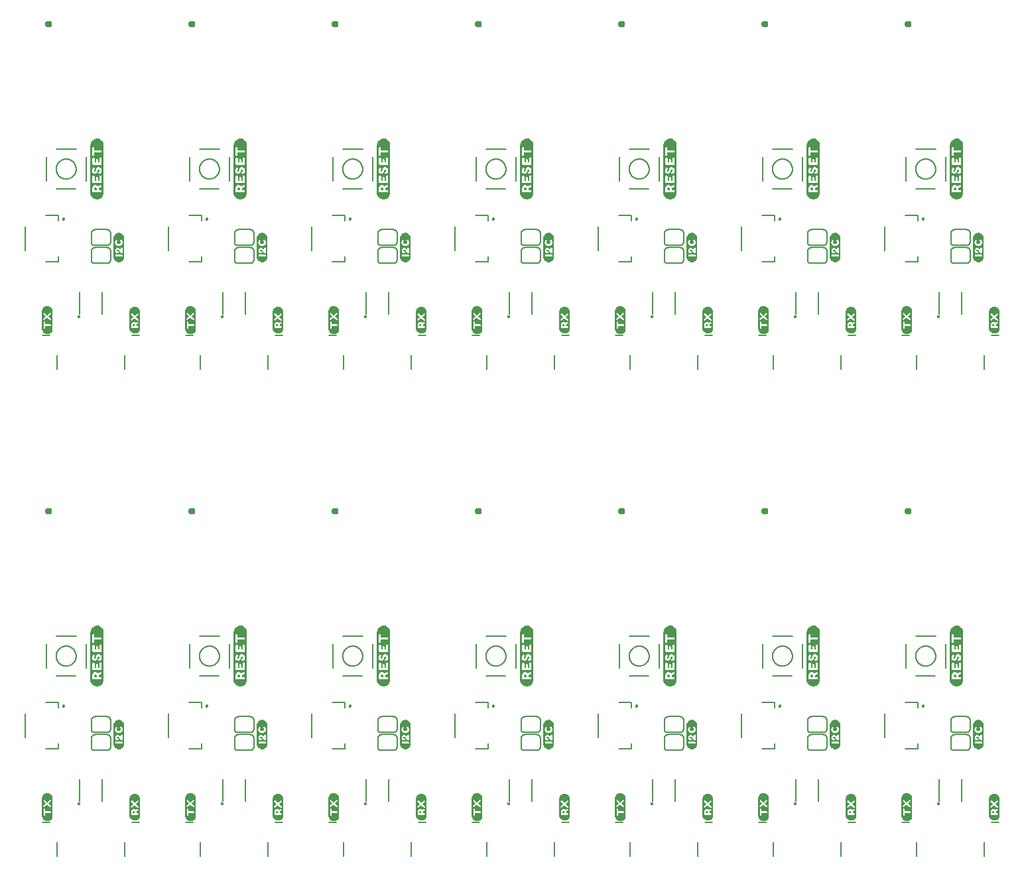
<source format=gto>
G04 EAGLE Gerber RS-274X export*
G75*
%MOMM*%
%FSLAX34Y34*%
%LPD*%
%INSilkscreen Top*%
%IPPOS*%
%AMOC8*
5,1,8,0,0,1.08239X$1,22.5*%
G01*
%ADD10C,0.203200*%
%ADD11C,0.400000*%
%ADD12C,0.406400*%

G36*
X462683Y862853D02*
X462683Y862853D01*
X462685Y862851D01*
X463585Y862951D01*
X463589Y862955D01*
X463592Y862952D01*
X465192Y863352D01*
X465197Y863358D01*
X465202Y863356D01*
X466002Y863756D01*
X466003Y863758D01*
X466004Y863757D01*
X467404Y864557D01*
X467407Y864564D01*
X467412Y864563D01*
X468112Y865163D01*
X468113Y865165D01*
X468115Y865165D01*
X468715Y865765D01*
X468716Y865771D01*
X468720Y865771D01*
X469220Y866471D01*
X469220Y866475D01*
X469223Y866476D01*
X470023Y867876D01*
X470022Y867881D01*
X470026Y867883D01*
X470626Y869483D01*
X470625Y869485D01*
X470627Y869486D01*
X470624Y869491D01*
X470629Y869495D01*
X470729Y870394D01*
X470829Y871194D01*
X470827Y871198D01*
X470829Y871200D01*
X470829Y932100D01*
X470826Y932104D01*
X470829Y932106D01*
X470729Y932906D01*
X470629Y933805D01*
X470625Y933809D01*
X470628Y933812D01*
X470428Y934612D01*
X470424Y934615D01*
X470426Y934617D01*
X470126Y935417D01*
X470121Y935420D01*
X470123Y935424D01*
X469723Y936124D01*
X469721Y936125D01*
X469722Y936126D01*
X469222Y936926D01*
X469217Y936928D01*
X469218Y936932D01*
X468718Y937532D01*
X468714Y937532D01*
X468715Y937535D01*
X467515Y938735D01*
X467509Y938736D01*
X467509Y938740D01*
X466809Y939240D01*
X466805Y939240D01*
X466804Y939243D01*
X466104Y939643D01*
X466099Y939642D01*
X466097Y939646D01*
X464497Y940246D01*
X464493Y940245D01*
X464492Y940248D01*
X463692Y940448D01*
X463687Y940446D01*
X463685Y940449D01*
X462785Y940549D01*
X462782Y940547D01*
X462780Y940549D01*
X461980Y940549D01*
X461977Y940547D01*
X461975Y940549D01*
X461075Y940449D01*
X461071Y940445D01*
X461068Y940448D01*
X459468Y940048D01*
X459465Y940044D01*
X459463Y940046D01*
X458663Y939746D01*
X458660Y939741D01*
X458656Y939743D01*
X457956Y939343D01*
X457954Y939339D01*
X457951Y939340D01*
X456551Y938340D01*
X456550Y938334D01*
X456545Y938335D01*
X455945Y937735D01*
X455944Y937729D01*
X455940Y937729D01*
X454940Y936329D01*
X454940Y936325D01*
X454937Y936324D01*
X454537Y935624D01*
X454538Y935619D01*
X454534Y935617D01*
X454234Y934817D01*
X454235Y934813D01*
X454232Y934812D01*
X454032Y934012D01*
X454033Y934011D01*
X454032Y934011D01*
X453832Y933111D01*
X453833Y933107D01*
X453831Y933106D01*
X453731Y932306D01*
X453733Y932302D01*
X453731Y932300D01*
X453731Y871200D01*
X453734Y871196D01*
X453731Y871194D01*
X453831Y870394D01*
X453931Y869495D01*
X453937Y869488D01*
X453934Y869483D01*
X454534Y867883D01*
X454539Y867880D01*
X454537Y867876D01*
X455337Y866476D01*
X455341Y866474D01*
X455340Y866471D01*
X455840Y865771D01*
X455846Y865770D01*
X455845Y865765D01*
X456445Y865165D01*
X456451Y865164D01*
X456451Y865160D01*
X457851Y864160D01*
X457855Y864160D01*
X457856Y864157D01*
X458556Y863757D01*
X458558Y863758D01*
X458558Y863756D01*
X459358Y863356D01*
X459366Y863357D01*
X459368Y863352D01*
X460968Y862952D01*
X460973Y862954D01*
X460975Y862951D01*
X461875Y862851D01*
X461878Y862853D01*
X461880Y862851D01*
X462680Y862851D01*
X462683Y862853D01*
G37*
G36*
X1194203Y862853D02*
X1194203Y862853D01*
X1194205Y862851D01*
X1195105Y862951D01*
X1195109Y862955D01*
X1195112Y862952D01*
X1196712Y863352D01*
X1196717Y863358D01*
X1196722Y863356D01*
X1197522Y863756D01*
X1197523Y863758D01*
X1197524Y863757D01*
X1198924Y864557D01*
X1198927Y864564D01*
X1198932Y864563D01*
X1199632Y865163D01*
X1199633Y865165D01*
X1199635Y865165D01*
X1200235Y865765D01*
X1200236Y865771D01*
X1200240Y865771D01*
X1200740Y866471D01*
X1200740Y866475D01*
X1200743Y866476D01*
X1201543Y867876D01*
X1201542Y867881D01*
X1201546Y867883D01*
X1202146Y869483D01*
X1202145Y869485D01*
X1202147Y869486D01*
X1202144Y869491D01*
X1202149Y869495D01*
X1202249Y870394D01*
X1202349Y871194D01*
X1202347Y871198D01*
X1202349Y871200D01*
X1202349Y932100D01*
X1202346Y932104D01*
X1202349Y932106D01*
X1202249Y932906D01*
X1202149Y933805D01*
X1202145Y933809D01*
X1202148Y933812D01*
X1201948Y934612D01*
X1201944Y934615D01*
X1201946Y934617D01*
X1201646Y935417D01*
X1201641Y935420D01*
X1201643Y935424D01*
X1201243Y936124D01*
X1201241Y936125D01*
X1201242Y936126D01*
X1200742Y936926D01*
X1200737Y936928D01*
X1200738Y936932D01*
X1200238Y937532D01*
X1200234Y937532D01*
X1200235Y937535D01*
X1199035Y938735D01*
X1199029Y938736D01*
X1199029Y938740D01*
X1198329Y939240D01*
X1198325Y939240D01*
X1198324Y939243D01*
X1197624Y939643D01*
X1197619Y939642D01*
X1197617Y939646D01*
X1196017Y940246D01*
X1196013Y940245D01*
X1196012Y940248D01*
X1195212Y940448D01*
X1195207Y940446D01*
X1195205Y940449D01*
X1194305Y940549D01*
X1194302Y940547D01*
X1194300Y940549D01*
X1193500Y940549D01*
X1193497Y940547D01*
X1193495Y940549D01*
X1192595Y940449D01*
X1192591Y940445D01*
X1192588Y940448D01*
X1190988Y940048D01*
X1190985Y940044D01*
X1190983Y940046D01*
X1190183Y939746D01*
X1190180Y939741D01*
X1190176Y939743D01*
X1189476Y939343D01*
X1189474Y939339D01*
X1189471Y939340D01*
X1188071Y938340D01*
X1188070Y938334D01*
X1188065Y938335D01*
X1187465Y937735D01*
X1187464Y937729D01*
X1187460Y937729D01*
X1186460Y936329D01*
X1186460Y936325D01*
X1186457Y936324D01*
X1186057Y935624D01*
X1186058Y935619D01*
X1186054Y935617D01*
X1185754Y934817D01*
X1185755Y934813D01*
X1185752Y934812D01*
X1185552Y934012D01*
X1185553Y934011D01*
X1185552Y934011D01*
X1185352Y933111D01*
X1185353Y933107D01*
X1185351Y933106D01*
X1185251Y932306D01*
X1185253Y932302D01*
X1185251Y932300D01*
X1185251Y871200D01*
X1185254Y871196D01*
X1185251Y871194D01*
X1185351Y870394D01*
X1185451Y869495D01*
X1185457Y869488D01*
X1185454Y869483D01*
X1186054Y867883D01*
X1186059Y867880D01*
X1186057Y867876D01*
X1186857Y866476D01*
X1186861Y866474D01*
X1186860Y866471D01*
X1187360Y865771D01*
X1187366Y865770D01*
X1187365Y865765D01*
X1187965Y865165D01*
X1187971Y865164D01*
X1187971Y865160D01*
X1189371Y864160D01*
X1189375Y864160D01*
X1189376Y864157D01*
X1190076Y863757D01*
X1190078Y863758D01*
X1190078Y863756D01*
X1190878Y863356D01*
X1190886Y863357D01*
X1190888Y863352D01*
X1192488Y862952D01*
X1192493Y862954D01*
X1192495Y862951D01*
X1193395Y862851D01*
X1193398Y862853D01*
X1193400Y862851D01*
X1194200Y862851D01*
X1194203Y862853D01*
G37*
G36*
X645563Y862853D02*
X645563Y862853D01*
X645565Y862851D01*
X646465Y862951D01*
X646469Y862955D01*
X646472Y862952D01*
X648072Y863352D01*
X648077Y863358D01*
X648082Y863356D01*
X648882Y863756D01*
X648883Y863758D01*
X648884Y863757D01*
X650284Y864557D01*
X650287Y864564D01*
X650292Y864563D01*
X650992Y865163D01*
X650993Y865165D01*
X650995Y865165D01*
X651595Y865765D01*
X651596Y865771D01*
X651600Y865771D01*
X652100Y866471D01*
X652100Y866475D01*
X652103Y866476D01*
X652903Y867876D01*
X652902Y867881D01*
X652906Y867883D01*
X653506Y869483D01*
X653505Y869485D01*
X653507Y869486D01*
X653504Y869491D01*
X653509Y869495D01*
X653609Y870394D01*
X653709Y871194D01*
X653707Y871198D01*
X653709Y871200D01*
X653709Y932100D01*
X653706Y932104D01*
X653709Y932106D01*
X653609Y932906D01*
X653509Y933805D01*
X653505Y933809D01*
X653508Y933812D01*
X653308Y934612D01*
X653304Y934615D01*
X653306Y934617D01*
X653006Y935417D01*
X653001Y935420D01*
X653003Y935424D01*
X652603Y936124D01*
X652601Y936125D01*
X652602Y936126D01*
X652102Y936926D01*
X652097Y936928D01*
X652098Y936932D01*
X651598Y937532D01*
X651594Y937532D01*
X651595Y937535D01*
X650395Y938735D01*
X650389Y938736D01*
X650389Y938740D01*
X649689Y939240D01*
X649685Y939240D01*
X649684Y939243D01*
X648984Y939643D01*
X648979Y939642D01*
X648977Y939646D01*
X647377Y940246D01*
X647373Y940245D01*
X647372Y940248D01*
X646572Y940448D01*
X646567Y940446D01*
X646565Y940449D01*
X645665Y940549D01*
X645662Y940547D01*
X645660Y940549D01*
X644860Y940549D01*
X644857Y940547D01*
X644855Y940549D01*
X643955Y940449D01*
X643951Y940445D01*
X643948Y940448D01*
X642348Y940048D01*
X642345Y940044D01*
X642343Y940046D01*
X641543Y939746D01*
X641540Y939741D01*
X641536Y939743D01*
X640836Y939343D01*
X640834Y939339D01*
X640831Y939340D01*
X639431Y938340D01*
X639430Y938334D01*
X639425Y938335D01*
X638825Y937735D01*
X638824Y937729D01*
X638820Y937729D01*
X637820Y936329D01*
X637820Y936325D01*
X637817Y936324D01*
X637417Y935624D01*
X637418Y935619D01*
X637414Y935617D01*
X637114Y934817D01*
X637115Y934813D01*
X637112Y934812D01*
X636912Y934012D01*
X636913Y934011D01*
X636912Y934011D01*
X636712Y933111D01*
X636713Y933107D01*
X636711Y933106D01*
X636611Y932306D01*
X636613Y932302D01*
X636611Y932300D01*
X636611Y871200D01*
X636614Y871196D01*
X636611Y871194D01*
X636711Y870394D01*
X636811Y869495D01*
X636817Y869488D01*
X636814Y869483D01*
X637414Y867883D01*
X637419Y867880D01*
X637417Y867876D01*
X638217Y866476D01*
X638221Y866474D01*
X638220Y866471D01*
X638720Y865771D01*
X638726Y865770D01*
X638725Y865765D01*
X639325Y865165D01*
X639331Y865164D01*
X639331Y865160D01*
X640731Y864160D01*
X640735Y864160D01*
X640736Y864157D01*
X641436Y863757D01*
X641438Y863758D01*
X641438Y863756D01*
X642238Y863356D01*
X642246Y863357D01*
X642248Y863352D01*
X643848Y862952D01*
X643853Y862954D01*
X643855Y862951D01*
X644755Y862851D01*
X644758Y862853D01*
X644760Y862851D01*
X645560Y862851D01*
X645563Y862853D01*
G37*
G36*
X96923Y862853D02*
X96923Y862853D01*
X96925Y862851D01*
X97825Y862951D01*
X97829Y862955D01*
X97832Y862952D01*
X99432Y863352D01*
X99437Y863358D01*
X99442Y863356D01*
X100242Y863756D01*
X100243Y863758D01*
X100244Y863757D01*
X101644Y864557D01*
X101647Y864564D01*
X101652Y864563D01*
X102352Y865163D01*
X102353Y865165D01*
X102355Y865165D01*
X102955Y865765D01*
X102956Y865771D01*
X102960Y865771D01*
X103460Y866471D01*
X103460Y866475D01*
X103463Y866476D01*
X104263Y867876D01*
X104262Y867881D01*
X104266Y867883D01*
X104866Y869483D01*
X104865Y869485D01*
X104867Y869486D01*
X104864Y869491D01*
X104869Y869495D01*
X104969Y870394D01*
X105069Y871194D01*
X105067Y871198D01*
X105069Y871200D01*
X105069Y932100D01*
X105066Y932104D01*
X105069Y932106D01*
X104969Y932906D01*
X104869Y933805D01*
X104865Y933809D01*
X104868Y933812D01*
X104668Y934612D01*
X104664Y934615D01*
X104666Y934617D01*
X104366Y935417D01*
X104361Y935420D01*
X104363Y935424D01*
X103963Y936124D01*
X103961Y936125D01*
X103962Y936126D01*
X103462Y936926D01*
X103457Y936928D01*
X103458Y936932D01*
X102958Y937532D01*
X102954Y937532D01*
X102955Y937535D01*
X101755Y938735D01*
X101749Y938736D01*
X101749Y938740D01*
X101049Y939240D01*
X101045Y939240D01*
X101044Y939243D01*
X100344Y939643D01*
X100339Y939642D01*
X100337Y939646D01*
X98737Y940246D01*
X98733Y940245D01*
X98732Y940248D01*
X97932Y940448D01*
X97927Y940446D01*
X97925Y940449D01*
X97025Y940549D01*
X97022Y940547D01*
X97020Y940549D01*
X96220Y940549D01*
X96217Y940547D01*
X96215Y940549D01*
X95315Y940449D01*
X95311Y940445D01*
X95308Y940448D01*
X93708Y940048D01*
X93705Y940044D01*
X93703Y940046D01*
X92903Y939746D01*
X92900Y939741D01*
X92896Y939743D01*
X92196Y939343D01*
X92194Y939339D01*
X92191Y939340D01*
X90791Y938340D01*
X90790Y938334D01*
X90785Y938335D01*
X90185Y937735D01*
X90184Y937729D01*
X90180Y937729D01*
X89180Y936329D01*
X89180Y936325D01*
X89177Y936324D01*
X88777Y935624D01*
X88778Y935619D01*
X88774Y935617D01*
X88474Y934817D01*
X88475Y934813D01*
X88472Y934812D01*
X88272Y934012D01*
X88273Y934011D01*
X88272Y934011D01*
X88072Y933111D01*
X88073Y933107D01*
X88071Y933106D01*
X87971Y932306D01*
X87973Y932302D01*
X87971Y932300D01*
X87971Y871200D01*
X87974Y871196D01*
X87971Y871194D01*
X88071Y870394D01*
X88171Y869495D01*
X88177Y869488D01*
X88174Y869483D01*
X88774Y867883D01*
X88779Y867880D01*
X88777Y867876D01*
X89577Y866476D01*
X89581Y866474D01*
X89580Y866471D01*
X90080Y865771D01*
X90086Y865770D01*
X90085Y865765D01*
X90685Y865165D01*
X90691Y865164D01*
X90691Y865160D01*
X92091Y864160D01*
X92095Y864160D01*
X92096Y864157D01*
X92796Y863757D01*
X92798Y863758D01*
X92798Y863756D01*
X93598Y863356D01*
X93606Y863357D01*
X93608Y863352D01*
X95208Y862952D01*
X95213Y862954D01*
X95215Y862951D01*
X96115Y862851D01*
X96118Y862853D01*
X96120Y862851D01*
X96920Y862851D01*
X96923Y862853D01*
G37*
G36*
X279803Y862853D02*
X279803Y862853D01*
X279805Y862851D01*
X280705Y862951D01*
X280709Y862955D01*
X280712Y862952D01*
X282312Y863352D01*
X282317Y863358D01*
X282322Y863356D01*
X283122Y863756D01*
X283123Y863758D01*
X283124Y863757D01*
X284524Y864557D01*
X284527Y864564D01*
X284532Y864563D01*
X285232Y865163D01*
X285233Y865165D01*
X285235Y865165D01*
X285835Y865765D01*
X285836Y865771D01*
X285840Y865771D01*
X286340Y866471D01*
X286340Y866475D01*
X286343Y866476D01*
X287143Y867876D01*
X287142Y867881D01*
X287146Y867883D01*
X287746Y869483D01*
X287745Y869485D01*
X287747Y869486D01*
X287744Y869491D01*
X287749Y869495D01*
X287849Y870394D01*
X287949Y871194D01*
X287947Y871198D01*
X287949Y871200D01*
X287949Y932100D01*
X287946Y932104D01*
X287949Y932106D01*
X287849Y932906D01*
X287749Y933805D01*
X287745Y933809D01*
X287748Y933812D01*
X287548Y934612D01*
X287544Y934615D01*
X287546Y934617D01*
X287246Y935417D01*
X287241Y935420D01*
X287243Y935424D01*
X286843Y936124D01*
X286841Y936125D01*
X286842Y936126D01*
X286342Y936926D01*
X286337Y936928D01*
X286338Y936932D01*
X285838Y937532D01*
X285834Y937532D01*
X285835Y937535D01*
X284635Y938735D01*
X284629Y938736D01*
X284629Y938740D01*
X283929Y939240D01*
X283925Y939240D01*
X283924Y939243D01*
X283224Y939643D01*
X283219Y939642D01*
X283217Y939646D01*
X281617Y940246D01*
X281613Y940245D01*
X281612Y940248D01*
X280812Y940448D01*
X280807Y940446D01*
X280805Y940449D01*
X279905Y940549D01*
X279902Y940547D01*
X279900Y940549D01*
X279100Y940549D01*
X279097Y940547D01*
X279095Y940549D01*
X278195Y940449D01*
X278191Y940445D01*
X278188Y940448D01*
X276588Y940048D01*
X276585Y940044D01*
X276583Y940046D01*
X275783Y939746D01*
X275780Y939741D01*
X275776Y939743D01*
X275076Y939343D01*
X275074Y939339D01*
X275071Y939340D01*
X273671Y938340D01*
X273670Y938334D01*
X273665Y938335D01*
X273065Y937735D01*
X273064Y937729D01*
X273060Y937729D01*
X272060Y936329D01*
X272060Y936325D01*
X272057Y936324D01*
X271657Y935624D01*
X271658Y935619D01*
X271654Y935617D01*
X271354Y934817D01*
X271355Y934813D01*
X271352Y934812D01*
X271152Y934012D01*
X271153Y934011D01*
X271152Y934011D01*
X270952Y933111D01*
X270953Y933107D01*
X270951Y933106D01*
X270851Y932306D01*
X270853Y932302D01*
X270851Y932300D01*
X270851Y871200D01*
X270854Y871196D01*
X270851Y871194D01*
X270951Y870394D01*
X271051Y869495D01*
X271057Y869488D01*
X271054Y869483D01*
X271654Y867883D01*
X271659Y867880D01*
X271657Y867876D01*
X272457Y866476D01*
X272461Y866474D01*
X272460Y866471D01*
X272960Y865771D01*
X272966Y865770D01*
X272965Y865765D01*
X273565Y865165D01*
X273571Y865164D01*
X273571Y865160D01*
X274971Y864160D01*
X274975Y864160D01*
X274976Y864157D01*
X275676Y863757D01*
X275678Y863758D01*
X275678Y863756D01*
X276478Y863356D01*
X276486Y863357D01*
X276488Y863352D01*
X278088Y862952D01*
X278093Y862954D01*
X278095Y862951D01*
X278995Y862851D01*
X278998Y862853D01*
X279000Y862851D01*
X279800Y862851D01*
X279803Y862853D01*
G37*
G36*
X828443Y862853D02*
X828443Y862853D01*
X828445Y862851D01*
X829345Y862951D01*
X829349Y862955D01*
X829352Y862952D01*
X830952Y863352D01*
X830957Y863358D01*
X830962Y863356D01*
X831762Y863756D01*
X831763Y863758D01*
X831764Y863757D01*
X833164Y864557D01*
X833167Y864564D01*
X833172Y864563D01*
X833872Y865163D01*
X833873Y865165D01*
X833875Y865165D01*
X834475Y865765D01*
X834476Y865771D01*
X834480Y865771D01*
X834980Y866471D01*
X834980Y866475D01*
X834983Y866476D01*
X835783Y867876D01*
X835782Y867881D01*
X835786Y867883D01*
X836386Y869483D01*
X836385Y869485D01*
X836387Y869486D01*
X836384Y869491D01*
X836389Y869495D01*
X836489Y870394D01*
X836589Y871194D01*
X836587Y871198D01*
X836589Y871200D01*
X836589Y932100D01*
X836586Y932104D01*
X836589Y932106D01*
X836489Y932906D01*
X836389Y933805D01*
X836385Y933809D01*
X836388Y933812D01*
X836188Y934612D01*
X836184Y934615D01*
X836186Y934617D01*
X835886Y935417D01*
X835881Y935420D01*
X835883Y935424D01*
X835483Y936124D01*
X835481Y936125D01*
X835482Y936126D01*
X834982Y936926D01*
X834977Y936928D01*
X834978Y936932D01*
X834478Y937532D01*
X834474Y937532D01*
X834475Y937535D01*
X833275Y938735D01*
X833269Y938736D01*
X833269Y938740D01*
X832569Y939240D01*
X832565Y939240D01*
X832564Y939243D01*
X831864Y939643D01*
X831859Y939642D01*
X831857Y939646D01*
X830257Y940246D01*
X830253Y940245D01*
X830252Y940248D01*
X829452Y940448D01*
X829447Y940446D01*
X829445Y940449D01*
X828545Y940549D01*
X828542Y940547D01*
X828540Y940549D01*
X827740Y940549D01*
X827737Y940547D01*
X827735Y940549D01*
X826835Y940449D01*
X826831Y940445D01*
X826828Y940448D01*
X825228Y940048D01*
X825225Y940044D01*
X825223Y940046D01*
X824423Y939746D01*
X824420Y939741D01*
X824416Y939743D01*
X823716Y939343D01*
X823714Y939339D01*
X823711Y939340D01*
X822311Y938340D01*
X822310Y938334D01*
X822305Y938335D01*
X821705Y937735D01*
X821704Y937729D01*
X821700Y937729D01*
X820700Y936329D01*
X820700Y936325D01*
X820697Y936324D01*
X820297Y935624D01*
X820298Y935619D01*
X820294Y935617D01*
X819994Y934817D01*
X819995Y934813D01*
X819992Y934812D01*
X819792Y934012D01*
X819793Y934011D01*
X819792Y934011D01*
X819592Y933111D01*
X819593Y933107D01*
X819591Y933106D01*
X819491Y932306D01*
X819493Y932302D01*
X819491Y932300D01*
X819491Y871200D01*
X819494Y871196D01*
X819491Y871194D01*
X819591Y870394D01*
X819691Y869495D01*
X819697Y869488D01*
X819694Y869483D01*
X820294Y867883D01*
X820299Y867880D01*
X820297Y867876D01*
X821097Y866476D01*
X821101Y866474D01*
X821100Y866471D01*
X821600Y865771D01*
X821606Y865770D01*
X821605Y865765D01*
X822205Y865165D01*
X822211Y865164D01*
X822211Y865160D01*
X823611Y864160D01*
X823615Y864160D01*
X823616Y864157D01*
X824316Y863757D01*
X824318Y863758D01*
X824318Y863756D01*
X825118Y863356D01*
X825126Y863357D01*
X825128Y863352D01*
X826728Y862952D01*
X826733Y862954D01*
X826735Y862951D01*
X827635Y862851D01*
X827638Y862853D01*
X827640Y862851D01*
X828440Y862851D01*
X828443Y862853D01*
G37*
G36*
X1011323Y862853D02*
X1011323Y862853D01*
X1011325Y862851D01*
X1012225Y862951D01*
X1012229Y862955D01*
X1012232Y862952D01*
X1013832Y863352D01*
X1013837Y863358D01*
X1013842Y863356D01*
X1014642Y863756D01*
X1014643Y863758D01*
X1014644Y863757D01*
X1016044Y864557D01*
X1016047Y864564D01*
X1016052Y864563D01*
X1016752Y865163D01*
X1016753Y865165D01*
X1016755Y865165D01*
X1017355Y865765D01*
X1017356Y865771D01*
X1017360Y865771D01*
X1017860Y866471D01*
X1017860Y866475D01*
X1017863Y866476D01*
X1018663Y867876D01*
X1018662Y867881D01*
X1018666Y867883D01*
X1019266Y869483D01*
X1019265Y869485D01*
X1019267Y869486D01*
X1019264Y869491D01*
X1019269Y869495D01*
X1019369Y870394D01*
X1019469Y871194D01*
X1019467Y871198D01*
X1019469Y871200D01*
X1019469Y932100D01*
X1019466Y932104D01*
X1019469Y932106D01*
X1019369Y932906D01*
X1019269Y933805D01*
X1019265Y933809D01*
X1019268Y933812D01*
X1019068Y934612D01*
X1019064Y934615D01*
X1019066Y934617D01*
X1018766Y935417D01*
X1018761Y935420D01*
X1018763Y935424D01*
X1018363Y936124D01*
X1018361Y936125D01*
X1018362Y936126D01*
X1017862Y936926D01*
X1017857Y936928D01*
X1017858Y936932D01*
X1017358Y937532D01*
X1017354Y937532D01*
X1017355Y937535D01*
X1016155Y938735D01*
X1016149Y938736D01*
X1016149Y938740D01*
X1015449Y939240D01*
X1015445Y939240D01*
X1015444Y939243D01*
X1014744Y939643D01*
X1014739Y939642D01*
X1014737Y939646D01*
X1013137Y940246D01*
X1013133Y940245D01*
X1013132Y940248D01*
X1012332Y940448D01*
X1012327Y940446D01*
X1012325Y940449D01*
X1011425Y940549D01*
X1011422Y940547D01*
X1011420Y940549D01*
X1010620Y940549D01*
X1010617Y940547D01*
X1010615Y940549D01*
X1009715Y940449D01*
X1009711Y940445D01*
X1009708Y940448D01*
X1008108Y940048D01*
X1008105Y940044D01*
X1008103Y940046D01*
X1007303Y939746D01*
X1007300Y939741D01*
X1007296Y939743D01*
X1006596Y939343D01*
X1006594Y939339D01*
X1006591Y939340D01*
X1005191Y938340D01*
X1005190Y938334D01*
X1005185Y938335D01*
X1004585Y937735D01*
X1004584Y937729D01*
X1004580Y937729D01*
X1003580Y936329D01*
X1003580Y936325D01*
X1003577Y936324D01*
X1003177Y935624D01*
X1003178Y935619D01*
X1003174Y935617D01*
X1002874Y934817D01*
X1002875Y934813D01*
X1002872Y934812D01*
X1002672Y934012D01*
X1002673Y934011D01*
X1002672Y934011D01*
X1002472Y933111D01*
X1002473Y933107D01*
X1002471Y933106D01*
X1002371Y932306D01*
X1002373Y932302D01*
X1002371Y932300D01*
X1002371Y871200D01*
X1002374Y871196D01*
X1002371Y871194D01*
X1002471Y870394D01*
X1002571Y869495D01*
X1002577Y869488D01*
X1002574Y869483D01*
X1003174Y867883D01*
X1003179Y867880D01*
X1003177Y867876D01*
X1003977Y866476D01*
X1003981Y866474D01*
X1003980Y866471D01*
X1004480Y865771D01*
X1004486Y865770D01*
X1004485Y865765D01*
X1005085Y865165D01*
X1005091Y865164D01*
X1005091Y865160D01*
X1006491Y864160D01*
X1006495Y864160D01*
X1006496Y864157D01*
X1007196Y863757D01*
X1007198Y863758D01*
X1007198Y863756D01*
X1007998Y863356D01*
X1008006Y863357D01*
X1008008Y863352D01*
X1009608Y862952D01*
X1009613Y862954D01*
X1009615Y862951D01*
X1010515Y862851D01*
X1010518Y862853D01*
X1010520Y862851D01*
X1011320Y862851D01*
X1011323Y862853D01*
G37*
G36*
X462683Y240553D02*
X462683Y240553D01*
X462685Y240551D01*
X463585Y240651D01*
X463589Y240655D01*
X463592Y240652D01*
X465192Y241052D01*
X465197Y241058D01*
X465202Y241056D01*
X466002Y241456D01*
X466003Y241458D01*
X466004Y241457D01*
X467404Y242257D01*
X467407Y242264D01*
X467412Y242263D01*
X468112Y242863D01*
X468113Y242865D01*
X468115Y242865D01*
X468715Y243465D01*
X468716Y243471D01*
X468720Y243471D01*
X469220Y244171D01*
X469220Y244175D01*
X469223Y244176D01*
X470023Y245576D01*
X470022Y245581D01*
X470026Y245583D01*
X470626Y247183D01*
X470625Y247185D01*
X470627Y247186D01*
X470624Y247191D01*
X470629Y247195D01*
X470729Y248094D01*
X470829Y248894D01*
X470827Y248898D01*
X470829Y248900D01*
X470829Y309800D01*
X470826Y309804D01*
X470829Y309806D01*
X470729Y310606D01*
X470629Y311505D01*
X470625Y311509D01*
X470628Y311512D01*
X470428Y312312D01*
X470424Y312315D01*
X470426Y312317D01*
X470126Y313117D01*
X470121Y313120D01*
X470123Y313124D01*
X469723Y313824D01*
X469721Y313825D01*
X469722Y313826D01*
X469222Y314626D01*
X469217Y314628D01*
X469218Y314632D01*
X468718Y315232D01*
X468714Y315232D01*
X468715Y315235D01*
X467515Y316435D01*
X467509Y316436D01*
X467509Y316440D01*
X466809Y316940D01*
X466805Y316940D01*
X466804Y316943D01*
X466104Y317343D01*
X466099Y317342D01*
X466097Y317346D01*
X464497Y317946D01*
X464493Y317945D01*
X464492Y317948D01*
X463692Y318148D01*
X463687Y318146D01*
X463685Y318149D01*
X462785Y318249D01*
X462782Y318247D01*
X462780Y318249D01*
X461980Y318249D01*
X461977Y318247D01*
X461975Y318249D01*
X461075Y318149D01*
X461071Y318145D01*
X461068Y318148D01*
X459468Y317748D01*
X459465Y317744D01*
X459463Y317746D01*
X458663Y317446D01*
X458660Y317441D01*
X458656Y317443D01*
X457956Y317043D01*
X457954Y317039D01*
X457951Y317040D01*
X456551Y316040D01*
X456550Y316034D01*
X456545Y316035D01*
X455945Y315435D01*
X455944Y315429D01*
X455940Y315429D01*
X454940Y314029D01*
X454940Y314025D01*
X454937Y314024D01*
X454537Y313324D01*
X454538Y313319D01*
X454534Y313317D01*
X454234Y312517D01*
X454235Y312513D01*
X454232Y312512D01*
X454032Y311712D01*
X454033Y311711D01*
X454032Y311711D01*
X453832Y310811D01*
X453833Y310807D01*
X453831Y310806D01*
X453731Y310006D01*
X453733Y310002D01*
X453731Y310000D01*
X453731Y248900D01*
X453734Y248896D01*
X453731Y248894D01*
X453831Y248094D01*
X453931Y247195D01*
X453937Y247188D01*
X453934Y247183D01*
X454534Y245583D01*
X454539Y245580D01*
X454537Y245576D01*
X455337Y244176D01*
X455341Y244174D01*
X455340Y244171D01*
X455840Y243471D01*
X455846Y243470D01*
X455845Y243465D01*
X456445Y242865D01*
X456451Y242864D01*
X456451Y242860D01*
X457851Y241860D01*
X457855Y241860D01*
X457856Y241857D01*
X458556Y241457D01*
X458558Y241458D01*
X458558Y241456D01*
X459358Y241056D01*
X459366Y241057D01*
X459368Y241052D01*
X460968Y240652D01*
X460973Y240654D01*
X460975Y240651D01*
X461875Y240551D01*
X461878Y240553D01*
X461880Y240551D01*
X462680Y240551D01*
X462683Y240553D01*
G37*
G36*
X645563Y240553D02*
X645563Y240553D01*
X645565Y240551D01*
X646465Y240651D01*
X646469Y240655D01*
X646472Y240652D01*
X648072Y241052D01*
X648077Y241058D01*
X648082Y241056D01*
X648882Y241456D01*
X648883Y241458D01*
X648884Y241457D01*
X650284Y242257D01*
X650287Y242264D01*
X650292Y242263D01*
X650992Y242863D01*
X650993Y242865D01*
X650995Y242865D01*
X651595Y243465D01*
X651596Y243471D01*
X651600Y243471D01*
X652100Y244171D01*
X652100Y244175D01*
X652103Y244176D01*
X652903Y245576D01*
X652902Y245581D01*
X652906Y245583D01*
X653506Y247183D01*
X653505Y247185D01*
X653507Y247186D01*
X653504Y247191D01*
X653509Y247195D01*
X653609Y248094D01*
X653709Y248894D01*
X653707Y248898D01*
X653709Y248900D01*
X653709Y309800D01*
X653706Y309804D01*
X653709Y309806D01*
X653609Y310606D01*
X653509Y311505D01*
X653505Y311509D01*
X653508Y311512D01*
X653308Y312312D01*
X653304Y312315D01*
X653306Y312317D01*
X653006Y313117D01*
X653001Y313120D01*
X653003Y313124D01*
X652603Y313824D01*
X652601Y313825D01*
X652602Y313826D01*
X652102Y314626D01*
X652097Y314628D01*
X652098Y314632D01*
X651598Y315232D01*
X651594Y315232D01*
X651595Y315235D01*
X650395Y316435D01*
X650389Y316436D01*
X650389Y316440D01*
X649689Y316940D01*
X649685Y316940D01*
X649684Y316943D01*
X648984Y317343D01*
X648979Y317342D01*
X648977Y317346D01*
X647377Y317946D01*
X647373Y317945D01*
X647372Y317948D01*
X646572Y318148D01*
X646567Y318146D01*
X646565Y318149D01*
X645665Y318249D01*
X645662Y318247D01*
X645660Y318249D01*
X644860Y318249D01*
X644857Y318247D01*
X644855Y318249D01*
X643955Y318149D01*
X643951Y318145D01*
X643948Y318148D01*
X642348Y317748D01*
X642345Y317744D01*
X642343Y317746D01*
X641543Y317446D01*
X641540Y317441D01*
X641536Y317443D01*
X640836Y317043D01*
X640834Y317039D01*
X640831Y317040D01*
X639431Y316040D01*
X639430Y316034D01*
X639425Y316035D01*
X638825Y315435D01*
X638824Y315429D01*
X638820Y315429D01*
X637820Y314029D01*
X637820Y314025D01*
X637817Y314024D01*
X637417Y313324D01*
X637418Y313319D01*
X637414Y313317D01*
X637114Y312517D01*
X637115Y312513D01*
X637112Y312512D01*
X636912Y311712D01*
X636913Y311711D01*
X636912Y311711D01*
X636712Y310811D01*
X636713Y310807D01*
X636711Y310806D01*
X636611Y310006D01*
X636613Y310002D01*
X636611Y310000D01*
X636611Y248900D01*
X636614Y248896D01*
X636611Y248894D01*
X636711Y248094D01*
X636811Y247195D01*
X636817Y247188D01*
X636814Y247183D01*
X637414Y245583D01*
X637419Y245580D01*
X637417Y245576D01*
X638217Y244176D01*
X638221Y244174D01*
X638220Y244171D01*
X638720Y243471D01*
X638726Y243470D01*
X638725Y243465D01*
X639325Y242865D01*
X639331Y242864D01*
X639331Y242860D01*
X640731Y241860D01*
X640735Y241860D01*
X640736Y241857D01*
X641436Y241457D01*
X641438Y241458D01*
X641438Y241456D01*
X642238Y241056D01*
X642246Y241057D01*
X642248Y241052D01*
X643848Y240652D01*
X643853Y240654D01*
X643855Y240651D01*
X644755Y240551D01*
X644758Y240553D01*
X644760Y240551D01*
X645560Y240551D01*
X645563Y240553D01*
G37*
G36*
X1194203Y240553D02*
X1194203Y240553D01*
X1194205Y240551D01*
X1195105Y240651D01*
X1195109Y240655D01*
X1195112Y240652D01*
X1196712Y241052D01*
X1196717Y241058D01*
X1196722Y241056D01*
X1197522Y241456D01*
X1197523Y241458D01*
X1197524Y241457D01*
X1198924Y242257D01*
X1198927Y242264D01*
X1198932Y242263D01*
X1199632Y242863D01*
X1199633Y242865D01*
X1199635Y242865D01*
X1200235Y243465D01*
X1200236Y243471D01*
X1200240Y243471D01*
X1200740Y244171D01*
X1200740Y244175D01*
X1200743Y244176D01*
X1201543Y245576D01*
X1201542Y245581D01*
X1201546Y245583D01*
X1202146Y247183D01*
X1202145Y247185D01*
X1202147Y247186D01*
X1202144Y247191D01*
X1202149Y247195D01*
X1202249Y248094D01*
X1202349Y248894D01*
X1202347Y248898D01*
X1202349Y248900D01*
X1202349Y309800D01*
X1202346Y309804D01*
X1202349Y309806D01*
X1202249Y310606D01*
X1202149Y311505D01*
X1202145Y311509D01*
X1202148Y311512D01*
X1201948Y312312D01*
X1201944Y312315D01*
X1201946Y312317D01*
X1201646Y313117D01*
X1201641Y313120D01*
X1201643Y313124D01*
X1201243Y313824D01*
X1201241Y313825D01*
X1201242Y313826D01*
X1200742Y314626D01*
X1200737Y314628D01*
X1200738Y314632D01*
X1200238Y315232D01*
X1200234Y315232D01*
X1200235Y315235D01*
X1199035Y316435D01*
X1199029Y316436D01*
X1199029Y316440D01*
X1198329Y316940D01*
X1198325Y316940D01*
X1198324Y316943D01*
X1197624Y317343D01*
X1197619Y317342D01*
X1197617Y317346D01*
X1196017Y317946D01*
X1196013Y317945D01*
X1196012Y317948D01*
X1195212Y318148D01*
X1195207Y318146D01*
X1195205Y318149D01*
X1194305Y318249D01*
X1194302Y318247D01*
X1194300Y318249D01*
X1193500Y318249D01*
X1193497Y318247D01*
X1193495Y318249D01*
X1192595Y318149D01*
X1192591Y318145D01*
X1192588Y318148D01*
X1190988Y317748D01*
X1190985Y317744D01*
X1190983Y317746D01*
X1190183Y317446D01*
X1190180Y317441D01*
X1190176Y317443D01*
X1189476Y317043D01*
X1189474Y317039D01*
X1189471Y317040D01*
X1188071Y316040D01*
X1188070Y316034D01*
X1188065Y316035D01*
X1187465Y315435D01*
X1187464Y315429D01*
X1187460Y315429D01*
X1186460Y314029D01*
X1186460Y314025D01*
X1186457Y314024D01*
X1186057Y313324D01*
X1186058Y313319D01*
X1186054Y313317D01*
X1185754Y312517D01*
X1185755Y312513D01*
X1185752Y312512D01*
X1185552Y311712D01*
X1185553Y311711D01*
X1185552Y311711D01*
X1185352Y310811D01*
X1185353Y310807D01*
X1185351Y310806D01*
X1185251Y310006D01*
X1185253Y310002D01*
X1185251Y310000D01*
X1185251Y248900D01*
X1185254Y248896D01*
X1185251Y248894D01*
X1185351Y248094D01*
X1185451Y247195D01*
X1185457Y247188D01*
X1185454Y247183D01*
X1186054Y245583D01*
X1186059Y245580D01*
X1186057Y245576D01*
X1186857Y244176D01*
X1186861Y244174D01*
X1186860Y244171D01*
X1187360Y243471D01*
X1187366Y243470D01*
X1187365Y243465D01*
X1187965Y242865D01*
X1187971Y242864D01*
X1187971Y242860D01*
X1189371Y241860D01*
X1189375Y241860D01*
X1189376Y241857D01*
X1190076Y241457D01*
X1190078Y241458D01*
X1190078Y241456D01*
X1190878Y241056D01*
X1190886Y241057D01*
X1190888Y241052D01*
X1192488Y240652D01*
X1192493Y240654D01*
X1192495Y240651D01*
X1193395Y240551D01*
X1193398Y240553D01*
X1193400Y240551D01*
X1194200Y240551D01*
X1194203Y240553D01*
G37*
G36*
X279803Y240553D02*
X279803Y240553D01*
X279805Y240551D01*
X280705Y240651D01*
X280709Y240655D01*
X280712Y240652D01*
X282312Y241052D01*
X282317Y241058D01*
X282322Y241056D01*
X283122Y241456D01*
X283123Y241458D01*
X283124Y241457D01*
X284524Y242257D01*
X284527Y242264D01*
X284532Y242263D01*
X285232Y242863D01*
X285233Y242865D01*
X285235Y242865D01*
X285835Y243465D01*
X285836Y243471D01*
X285840Y243471D01*
X286340Y244171D01*
X286340Y244175D01*
X286343Y244176D01*
X287143Y245576D01*
X287142Y245581D01*
X287146Y245583D01*
X287746Y247183D01*
X287745Y247185D01*
X287747Y247186D01*
X287744Y247191D01*
X287749Y247195D01*
X287849Y248094D01*
X287949Y248894D01*
X287947Y248898D01*
X287949Y248900D01*
X287949Y309800D01*
X287946Y309804D01*
X287949Y309806D01*
X287849Y310606D01*
X287749Y311505D01*
X287745Y311509D01*
X287748Y311512D01*
X287548Y312312D01*
X287544Y312315D01*
X287546Y312317D01*
X287246Y313117D01*
X287241Y313120D01*
X287243Y313124D01*
X286843Y313824D01*
X286841Y313825D01*
X286842Y313826D01*
X286342Y314626D01*
X286337Y314628D01*
X286338Y314632D01*
X285838Y315232D01*
X285834Y315232D01*
X285835Y315235D01*
X284635Y316435D01*
X284629Y316436D01*
X284629Y316440D01*
X283929Y316940D01*
X283925Y316940D01*
X283924Y316943D01*
X283224Y317343D01*
X283219Y317342D01*
X283217Y317346D01*
X281617Y317946D01*
X281613Y317945D01*
X281612Y317948D01*
X280812Y318148D01*
X280807Y318146D01*
X280805Y318149D01*
X279905Y318249D01*
X279902Y318247D01*
X279900Y318249D01*
X279100Y318249D01*
X279097Y318247D01*
X279095Y318249D01*
X278195Y318149D01*
X278191Y318145D01*
X278188Y318148D01*
X276588Y317748D01*
X276585Y317744D01*
X276583Y317746D01*
X275783Y317446D01*
X275780Y317441D01*
X275776Y317443D01*
X275076Y317043D01*
X275074Y317039D01*
X275071Y317040D01*
X273671Y316040D01*
X273670Y316034D01*
X273665Y316035D01*
X273065Y315435D01*
X273064Y315429D01*
X273060Y315429D01*
X272060Y314029D01*
X272060Y314025D01*
X272057Y314024D01*
X271657Y313324D01*
X271658Y313319D01*
X271654Y313317D01*
X271354Y312517D01*
X271355Y312513D01*
X271352Y312512D01*
X271152Y311712D01*
X271153Y311711D01*
X271152Y311711D01*
X270952Y310811D01*
X270953Y310807D01*
X270951Y310806D01*
X270851Y310006D01*
X270853Y310002D01*
X270851Y310000D01*
X270851Y248900D01*
X270854Y248896D01*
X270851Y248894D01*
X270951Y248094D01*
X271051Y247195D01*
X271057Y247188D01*
X271054Y247183D01*
X271654Y245583D01*
X271659Y245580D01*
X271657Y245576D01*
X272457Y244176D01*
X272461Y244174D01*
X272460Y244171D01*
X272960Y243471D01*
X272966Y243470D01*
X272965Y243465D01*
X273565Y242865D01*
X273571Y242864D01*
X273571Y242860D01*
X274971Y241860D01*
X274975Y241860D01*
X274976Y241857D01*
X275676Y241457D01*
X275678Y241458D01*
X275678Y241456D01*
X276478Y241056D01*
X276486Y241057D01*
X276488Y241052D01*
X278088Y240652D01*
X278093Y240654D01*
X278095Y240651D01*
X278995Y240551D01*
X278998Y240553D01*
X279000Y240551D01*
X279800Y240551D01*
X279803Y240553D01*
G37*
G36*
X96923Y240553D02*
X96923Y240553D01*
X96925Y240551D01*
X97825Y240651D01*
X97829Y240655D01*
X97832Y240652D01*
X99432Y241052D01*
X99437Y241058D01*
X99442Y241056D01*
X100242Y241456D01*
X100243Y241458D01*
X100244Y241457D01*
X101644Y242257D01*
X101647Y242264D01*
X101652Y242263D01*
X102352Y242863D01*
X102353Y242865D01*
X102355Y242865D01*
X102955Y243465D01*
X102956Y243471D01*
X102960Y243471D01*
X103460Y244171D01*
X103460Y244175D01*
X103463Y244176D01*
X104263Y245576D01*
X104262Y245581D01*
X104266Y245583D01*
X104866Y247183D01*
X104865Y247185D01*
X104867Y247186D01*
X104864Y247191D01*
X104869Y247195D01*
X104969Y248094D01*
X105069Y248894D01*
X105067Y248898D01*
X105069Y248900D01*
X105069Y309800D01*
X105066Y309804D01*
X105069Y309806D01*
X104969Y310606D01*
X104869Y311505D01*
X104865Y311509D01*
X104868Y311512D01*
X104668Y312312D01*
X104664Y312315D01*
X104666Y312317D01*
X104366Y313117D01*
X104361Y313120D01*
X104363Y313124D01*
X103963Y313824D01*
X103961Y313825D01*
X103962Y313826D01*
X103462Y314626D01*
X103457Y314628D01*
X103458Y314632D01*
X102958Y315232D01*
X102954Y315232D01*
X102955Y315235D01*
X101755Y316435D01*
X101749Y316436D01*
X101749Y316440D01*
X101049Y316940D01*
X101045Y316940D01*
X101044Y316943D01*
X100344Y317343D01*
X100339Y317342D01*
X100337Y317346D01*
X98737Y317946D01*
X98733Y317945D01*
X98732Y317948D01*
X97932Y318148D01*
X97927Y318146D01*
X97925Y318149D01*
X97025Y318249D01*
X97022Y318247D01*
X97020Y318249D01*
X96220Y318249D01*
X96217Y318247D01*
X96215Y318249D01*
X95315Y318149D01*
X95311Y318145D01*
X95308Y318148D01*
X93708Y317748D01*
X93705Y317744D01*
X93703Y317746D01*
X92903Y317446D01*
X92900Y317441D01*
X92896Y317443D01*
X92196Y317043D01*
X92194Y317039D01*
X92191Y317040D01*
X90791Y316040D01*
X90790Y316034D01*
X90785Y316035D01*
X90185Y315435D01*
X90184Y315429D01*
X90180Y315429D01*
X89180Y314029D01*
X89180Y314025D01*
X89177Y314024D01*
X88777Y313324D01*
X88778Y313319D01*
X88774Y313317D01*
X88474Y312517D01*
X88475Y312513D01*
X88472Y312512D01*
X88272Y311712D01*
X88273Y311711D01*
X88272Y311711D01*
X88072Y310811D01*
X88073Y310807D01*
X88071Y310806D01*
X87971Y310006D01*
X87973Y310002D01*
X87971Y310000D01*
X87971Y248900D01*
X87974Y248896D01*
X87971Y248894D01*
X88071Y248094D01*
X88171Y247195D01*
X88177Y247188D01*
X88174Y247183D01*
X88774Y245583D01*
X88779Y245580D01*
X88777Y245576D01*
X89577Y244176D01*
X89581Y244174D01*
X89580Y244171D01*
X90080Y243471D01*
X90086Y243470D01*
X90085Y243465D01*
X90685Y242865D01*
X90691Y242864D01*
X90691Y242860D01*
X92091Y241860D01*
X92095Y241860D01*
X92096Y241857D01*
X92796Y241457D01*
X92798Y241458D01*
X92798Y241456D01*
X93598Y241056D01*
X93606Y241057D01*
X93608Y241052D01*
X95208Y240652D01*
X95213Y240654D01*
X95215Y240651D01*
X96115Y240551D01*
X96118Y240553D01*
X96120Y240551D01*
X96920Y240551D01*
X96923Y240553D01*
G37*
G36*
X1011323Y240553D02*
X1011323Y240553D01*
X1011325Y240551D01*
X1012225Y240651D01*
X1012229Y240655D01*
X1012232Y240652D01*
X1013832Y241052D01*
X1013837Y241058D01*
X1013842Y241056D01*
X1014642Y241456D01*
X1014643Y241458D01*
X1014644Y241457D01*
X1016044Y242257D01*
X1016047Y242264D01*
X1016052Y242263D01*
X1016752Y242863D01*
X1016753Y242865D01*
X1016755Y242865D01*
X1017355Y243465D01*
X1017356Y243471D01*
X1017360Y243471D01*
X1017860Y244171D01*
X1017860Y244175D01*
X1017863Y244176D01*
X1018663Y245576D01*
X1018662Y245581D01*
X1018666Y245583D01*
X1019266Y247183D01*
X1019265Y247185D01*
X1019267Y247186D01*
X1019264Y247191D01*
X1019269Y247195D01*
X1019369Y248094D01*
X1019469Y248894D01*
X1019467Y248898D01*
X1019469Y248900D01*
X1019469Y309800D01*
X1019466Y309804D01*
X1019469Y309806D01*
X1019369Y310606D01*
X1019269Y311505D01*
X1019265Y311509D01*
X1019268Y311512D01*
X1019068Y312312D01*
X1019064Y312315D01*
X1019066Y312317D01*
X1018766Y313117D01*
X1018761Y313120D01*
X1018763Y313124D01*
X1018363Y313824D01*
X1018361Y313825D01*
X1018362Y313826D01*
X1017862Y314626D01*
X1017857Y314628D01*
X1017858Y314632D01*
X1017358Y315232D01*
X1017354Y315232D01*
X1017355Y315235D01*
X1016155Y316435D01*
X1016149Y316436D01*
X1016149Y316440D01*
X1015449Y316940D01*
X1015445Y316940D01*
X1015444Y316943D01*
X1014744Y317343D01*
X1014739Y317342D01*
X1014737Y317346D01*
X1013137Y317946D01*
X1013133Y317945D01*
X1013132Y317948D01*
X1012332Y318148D01*
X1012327Y318146D01*
X1012325Y318149D01*
X1011425Y318249D01*
X1011422Y318247D01*
X1011420Y318249D01*
X1010620Y318249D01*
X1010617Y318247D01*
X1010615Y318249D01*
X1009715Y318149D01*
X1009711Y318145D01*
X1009708Y318148D01*
X1008108Y317748D01*
X1008105Y317744D01*
X1008103Y317746D01*
X1007303Y317446D01*
X1007300Y317441D01*
X1007296Y317443D01*
X1006596Y317043D01*
X1006594Y317039D01*
X1006591Y317040D01*
X1005191Y316040D01*
X1005190Y316034D01*
X1005185Y316035D01*
X1004585Y315435D01*
X1004584Y315429D01*
X1004580Y315429D01*
X1003580Y314029D01*
X1003580Y314025D01*
X1003577Y314024D01*
X1003177Y313324D01*
X1003178Y313319D01*
X1003174Y313317D01*
X1002874Y312517D01*
X1002875Y312513D01*
X1002872Y312512D01*
X1002672Y311712D01*
X1002673Y311711D01*
X1002672Y311711D01*
X1002472Y310811D01*
X1002473Y310807D01*
X1002471Y310806D01*
X1002371Y310006D01*
X1002373Y310002D01*
X1002371Y310000D01*
X1002371Y248900D01*
X1002374Y248896D01*
X1002371Y248894D01*
X1002471Y248094D01*
X1002571Y247195D01*
X1002577Y247188D01*
X1002574Y247183D01*
X1003174Y245583D01*
X1003179Y245580D01*
X1003177Y245576D01*
X1003977Y244176D01*
X1003981Y244174D01*
X1003980Y244171D01*
X1004480Y243471D01*
X1004486Y243470D01*
X1004485Y243465D01*
X1005085Y242865D01*
X1005091Y242864D01*
X1005091Y242860D01*
X1006491Y241860D01*
X1006495Y241860D01*
X1006496Y241857D01*
X1007196Y241457D01*
X1007198Y241458D01*
X1007198Y241456D01*
X1007998Y241056D01*
X1008006Y241057D01*
X1008008Y241052D01*
X1009608Y240652D01*
X1009613Y240654D01*
X1009615Y240651D01*
X1010515Y240551D01*
X1010518Y240553D01*
X1010520Y240551D01*
X1011320Y240551D01*
X1011323Y240553D01*
G37*
G36*
X828443Y240553D02*
X828443Y240553D01*
X828445Y240551D01*
X829345Y240651D01*
X829349Y240655D01*
X829352Y240652D01*
X830952Y241052D01*
X830957Y241058D01*
X830962Y241056D01*
X831762Y241456D01*
X831763Y241458D01*
X831764Y241457D01*
X833164Y242257D01*
X833167Y242264D01*
X833172Y242263D01*
X833872Y242863D01*
X833873Y242865D01*
X833875Y242865D01*
X834475Y243465D01*
X834476Y243471D01*
X834480Y243471D01*
X834980Y244171D01*
X834980Y244175D01*
X834983Y244176D01*
X835783Y245576D01*
X835782Y245581D01*
X835786Y245583D01*
X836386Y247183D01*
X836385Y247185D01*
X836387Y247186D01*
X836384Y247191D01*
X836389Y247195D01*
X836489Y248094D01*
X836589Y248894D01*
X836587Y248898D01*
X836589Y248900D01*
X836589Y309800D01*
X836586Y309804D01*
X836589Y309806D01*
X836489Y310606D01*
X836389Y311505D01*
X836385Y311509D01*
X836388Y311512D01*
X836188Y312312D01*
X836184Y312315D01*
X836186Y312317D01*
X835886Y313117D01*
X835881Y313120D01*
X835883Y313124D01*
X835483Y313824D01*
X835481Y313825D01*
X835482Y313826D01*
X834982Y314626D01*
X834977Y314628D01*
X834978Y314632D01*
X834478Y315232D01*
X834474Y315232D01*
X834475Y315235D01*
X833275Y316435D01*
X833269Y316436D01*
X833269Y316440D01*
X832569Y316940D01*
X832565Y316940D01*
X832564Y316943D01*
X831864Y317343D01*
X831859Y317342D01*
X831857Y317346D01*
X830257Y317946D01*
X830253Y317945D01*
X830252Y317948D01*
X829452Y318148D01*
X829447Y318146D01*
X829445Y318149D01*
X828545Y318249D01*
X828542Y318247D01*
X828540Y318249D01*
X827740Y318249D01*
X827737Y318247D01*
X827735Y318249D01*
X826835Y318149D01*
X826831Y318145D01*
X826828Y318148D01*
X825228Y317748D01*
X825225Y317744D01*
X825223Y317746D01*
X824423Y317446D01*
X824420Y317441D01*
X824416Y317443D01*
X823716Y317043D01*
X823714Y317039D01*
X823711Y317040D01*
X822311Y316040D01*
X822310Y316034D01*
X822305Y316035D01*
X821705Y315435D01*
X821704Y315429D01*
X821700Y315429D01*
X820700Y314029D01*
X820700Y314025D01*
X820697Y314024D01*
X820297Y313324D01*
X820298Y313319D01*
X820294Y313317D01*
X819994Y312517D01*
X819995Y312513D01*
X819992Y312512D01*
X819792Y311712D01*
X819793Y311711D01*
X819792Y311711D01*
X819592Y310811D01*
X819593Y310807D01*
X819591Y310806D01*
X819491Y310006D01*
X819493Y310002D01*
X819491Y310000D01*
X819491Y248900D01*
X819494Y248896D01*
X819491Y248894D01*
X819591Y248094D01*
X819691Y247195D01*
X819697Y247188D01*
X819694Y247183D01*
X820294Y245583D01*
X820299Y245580D01*
X820297Y245576D01*
X821097Y244176D01*
X821101Y244174D01*
X821100Y244171D01*
X821600Y243471D01*
X821606Y243470D01*
X821605Y243465D01*
X822205Y242865D01*
X822211Y242864D01*
X822211Y242860D01*
X823611Y241860D01*
X823615Y241860D01*
X823616Y241857D01*
X824316Y241457D01*
X824318Y241458D01*
X824318Y241456D01*
X825118Y241056D01*
X825126Y241057D01*
X825128Y241052D01*
X826728Y240652D01*
X826733Y240654D01*
X826735Y240651D01*
X827635Y240551D01*
X827638Y240553D01*
X827640Y240551D01*
X828440Y240551D01*
X828443Y240553D01*
G37*
G36*
X308047Y160321D02*
X308047Y160321D01*
X308048Y160322D01*
X308048Y160321D01*
X308648Y160421D01*
X309347Y160521D01*
X309355Y160529D01*
X309362Y160526D01*
X311162Y161426D01*
X311164Y161430D01*
X311167Y161429D01*
X311767Y161829D01*
X311770Y161836D01*
X311775Y161835D01*
X312275Y162335D01*
X312275Y162339D01*
X312278Y162339D01*
X313078Y163339D01*
X313079Y163347D01*
X313084Y163348D01*
X313384Y163948D01*
X313384Y163950D01*
X313385Y163951D01*
X313685Y164651D01*
X313685Y164654D01*
X313687Y164654D01*
X313887Y165254D01*
X313886Y165256D01*
X313887Y165256D01*
X314087Y165956D01*
X314086Y165960D01*
X314089Y165962D01*
X314189Y166562D01*
X314186Y166567D01*
X314189Y166570D01*
X314189Y190970D01*
X314186Y190974D01*
X314189Y190977D01*
X314089Y191673D01*
X314089Y192270D01*
X314083Y192278D01*
X314087Y192284D01*
X313887Y192984D01*
X313886Y192985D01*
X313887Y192986D01*
X313687Y193586D01*
X313684Y193587D01*
X313685Y193589D01*
X313385Y194289D01*
X313377Y194294D01*
X313378Y194301D01*
X312980Y194799D01*
X312581Y195397D01*
X312578Y195398D01*
X312578Y195401D01*
X312178Y195901D01*
X312171Y195903D01*
X312171Y195908D01*
X311671Y196308D01*
X311667Y196309D01*
X311667Y196311D01*
X311069Y196710D01*
X310571Y197108D01*
X310561Y197109D01*
X310559Y197115D01*
X309859Y197415D01*
X309856Y197415D01*
X309856Y197417D01*
X309256Y197617D01*
X309250Y197615D01*
X309248Y197619D01*
X308648Y197719D01*
X308647Y197718D01*
X308647Y197719D01*
X307247Y197919D01*
X307238Y197914D01*
X307233Y197919D01*
X306533Y197819D01*
X306532Y197818D01*
X306532Y197819D01*
X305932Y197719D01*
X305929Y197715D01*
X305926Y197717D01*
X305226Y197517D01*
X305225Y197516D01*
X305224Y197517D01*
X304624Y197317D01*
X304621Y197312D01*
X304618Y197314D01*
X304018Y197014D01*
X304016Y197010D01*
X304013Y197011D01*
X303413Y196611D01*
X303412Y196608D01*
X303409Y196608D01*
X302909Y196208D01*
X302908Y196204D01*
X302905Y196205D01*
X301905Y195205D01*
X301904Y195196D01*
X301898Y195195D01*
X301598Y194696D01*
X301199Y194097D01*
X301200Y194088D01*
X301193Y194086D01*
X300994Y193488D01*
X300695Y192789D01*
X300695Y192788D01*
X300697Y192781D01*
X300691Y192778D01*
X300591Y192178D01*
X300592Y192177D01*
X300591Y192177D01*
X300491Y191477D01*
X300494Y191472D01*
X300491Y191470D01*
X300491Y166570D01*
X300494Y166565D01*
X300491Y166562D01*
X300591Y165962D01*
X300595Y165959D01*
X300593Y165956D01*
X300993Y164556D01*
X300998Y164552D01*
X300996Y164548D01*
X301596Y163348D01*
X301603Y163345D01*
X301602Y163339D01*
X302402Y162339D01*
X302406Y162338D01*
X302405Y162335D01*
X302905Y161835D01*
X302912Y161834D01*
X302913Y161829D01*
X303513Y161429D01*
X303517Y161429D01*
X303518Y161426D01*
X305318Y160526D01*
X305329Y160528D01*
X305333Y160521D01*
X306032Y160421D01*
X306632Y160321D01*
X306633Y160322D01*
X306633Y160321D01*
X307333Y160221D01*
X307342Y160226D01*
X307347Y160221D01*
X308047Y160321D01*
G37*
G36*
X490927Y160321D02*
X490927Y160321D01*
X490928Y160322D01*
X490928Y160321D01*
X491528Y160421D01*
X492227Y160521D01*
X492235Y160529D01*
X492242Y160526D01*
X494042Y161426D01*
X494044Y161430D01*
X494047Y161429D01*
X494647Y161829D01*
X494650Y161836D01*
X494655Y161835D01*
X495155Y162335D01*
X495155Y162339D01*
X495158Y162339D01*
X495958Y163339D01*
X495959Y163347D01*
X495964Y163348D01*
X496264Y163948D01*
X496264Y163950D01*
X496265Y163951D01*
X496565Y164651D01*
X496565Y164654D01*
X496567Y164654D01*
X496767Y165254D01*
X496766Y165256D01*
X496767Y165256D01*
X496967Y165956D01*
X496966Y165960D01*
X496969Y165962D01*
X497069Y166562D01*
X497066Y166567D01*
X497069Y166570D01*
X497069Y190970D01*
X497066Y190974D01*
X497069Y190977D01*
X496969Y191673D01*
X496969Y192270D01*
X496963Y192278D01*
X496967Y192284D01*
X496767Y192984D01*
X496766Y192985D01*
X496767Y192986D01*
X496567Y193586D01*
X496564Y193587D01*
X496565Y193589D01*
X496265Y194289D01*
X496257Y194294D01*
X496258Y194301D01*
X495860Y194799D01*
X495461Y195397D01*
X495458Y195398D01*
X495458Y195401D01*
X495058Y195901D01*
X495051Y195903D01*
X495051Y195908D01*
X494551Y196308D01*
X494547Y196309D01*
X494547Y196311D01*
X493949Y196710D01*
X493451Y197108D01*
X493441Y197109D01*
X493439Y197115D01*
X492739Y197415D01*
X492736Y197415D01*
X492736Y197417D01*
X492136Y197617D01*
X492130Y197615D01*
X492128Y197619D01*
X491528Y197719D01*
X491527Y197718D01*
X491527Y197719D01*
X490127Y197919D01*
X490118Y197914D01*
X490113Y197919D01*
X489413Y197819D01*
X489412Y197818D01*
X489412Y197819D01*
X488812Y197719D01*
X488809Y197715D01*
X488806Y197717D01*
X488106Y197517D01*
X488105Y197516D01*
X488104Y197517D01*
X487504Y197317D01*
X487501Y197312D01*
X487498Y197314D01*
X486898Y197014D01*
X486896Y197010D01*
X486893Y197011D01*
X486293Y196611D01*
X486292Y196608D01*
X486289Y196608D01*
X485789Y196208D01*
X485788Y196204D01*
X485785Y196205D01*
X484785Y195205D01*
X484784Y195196D01*
X484778Y195195D01*
X484478Y194696D01*
X484079Y194097D01*
X484080Y194088D01*
X484073Y194086D01*
X483874Y193488D01*
X483575Y192789D01*
X483575Y192788D01*
X483577Y192781D01*
X483571Y192778D01*
X483471Y192178D01*
X483472Y192177D01*
X483471Y192177D01*
X483371Y191477D01*
X483374Y191472D01*
X483371Y191470D01*
X483371Y166570D01*
X483374Y166565D01*
X483371Y166562D01*
X483471Y165962D01*
X483475Y165959D01*
X483473Y165956D01*
X483873Y164556D01*
X483878Y164552D01*
X483876Y164548D01*
X484476Y163348D01*
X484483Y163345D01*
X484482Y163339D01*
X485282Y162339D01*
X485286Y162338D01*
X485285Y162335D01*
X485785Y161835D01*
X485792Y161834D01*
X485793Y161829D01*
X486393Y161429D01*
X486397Y161429D01*
X486398Y161426D01*
X488198Y160526D01*
X488209Y160528D01*
X488213Y160521D01*
X488912Y160421D01*
X489512Y160321D01*
X489513Y160322D01*
X489513Y160321D01*
X490213Y160221D01*
X490222Y160226D01*
X490227Y160221D01*
X490927Y160321D01*
G37*
G36*
X1222447Y160321D02*
X1222447Y160321D01*
X1222448Y160322D01*
X1222448Y160321D01*
X1223048Y160421D01*
X1223747Y160521D01*
X1223755Y160529D01*
X1223762Y160526D01*
X1225562Y161426D01*
X1225564Y161430D01*
X1225567Y161429D01*
X1226167Y161829D01*
X1226170Y161836D01*
X1226175Y161835D01*
X1226675Y162335D01*
X1226675Y162339D01*
X1226678Y162339D01*
X1227478Y163339D01*
X1227479Y163347D01*
X1227484Y163348D01*
X1227784Y163948D01*
X1227784Y163950D01*
X1227785Y163951D01*
X1228085Y164651D01*
X1228085Y164654D01*
X1228087Y164654D01*
X1228287Y165254D01*
X1228286Y165256D01*
X1228287Y165256D01*
X1228487Y165956D01*
X1228486Y165960D01*
X1228489Y165962D01*
X1228589Y166562D01*
X1228586Y166567D01*
X1228589Y166570D01*
X1228589Y190970D01*
X1228586Y190974D01*
X1228589Y190977D01*
X1228489Y191673D01*
X1228489Y192270D01*
X1228483Y192278D01*
X1228487Y192284D01*
X1228287Y192984D01*
X1228286Y192985D01*
X1228287Y192986D01*
X1228087Y193586D01*
X1228084Y193587D01*
X1228085Y193589D01*
X1227785Y194289D01*
X1227777Y194294D01*
X1227778Y194301D01*
X1227380Y194799D01*
X1226981Y195397D01*
X1226978Y195398D01*
X1226978Y195401D01*
X1226578Y195901D01*
X1226571Y195903D01*
X1226571Y195908D01*
X1226071Y196308D01*
X1226067Y196309D01*
X1226067Y196311D01*
X1225469Y196710D01*
X1224971Y197108D01*
X1224961Y197109D01*
X1224959Y197115D01*
X1224259Y197415D01*
X1224256Y197415D01*
X1224256Y197417D01*
X1223656Y197617D01*
X1223650Y197615D01*
X1223648Y197619D01*
X1223048Y197719D01*
X1223047Y197718D01*
X1223047Y197719D01*
X1221647Y197919D01*
X1221638Y197914D01*
X1221633Y197919D01*
X1220933Y197819D01*
X1220932Y197818D01*
X1220932Y197819D01*
X1220332Y197719D01*
X1220329Y197715D01*
X1220326Y197717D01*
X1219626Y197517D01*
X1219625Y197516D01*
X1219624Y197517D01*
X1219024Y197317D01*
X1219021Y197312D01*
X1219018Y197314D01*
X1218418Y197014D01*
X1218416Y197010D01*
X1218413Y197011D01*
X1217813Y196611D01*
X1217812Y196608D01*
X1217809Y196608D01*
X1217309Y196208D01*
X1217308Y196204D01*
X1217305Y196205D01*
X1216305Y195205D01*
X1216304Y195196D01*
X1216298Y195195D01*
X1215998Y194696D01*
X1215599Y194097D01*
X1215600Y194088D01*
X1215593Y194086D01*
X1215394Y193488D01*
X1215095Y192789D01*
X1215095Y192788D01*
X1215097Y192781D01*
X1215091Y192778D01*
X1214991Y192178D01*
X1214992Y192177D01*
X1214991Y192177D01*
X1214891Y191477D01*
X1214894Y191472D01*
X1214891Y191470D01*
X1214891Y166570D01*
X1214894Y166565D01*
X1214891Y166562D01*
X1214991Y165962D01*
X1214995Y165959D01*
X1214993Y165956D01*
X1215393Y164556D01*
X1215398Y164552D01*
X1215396Y164548D01*
X1215996Y163348D01*
X1216003Y163345D01*
X1216002Y163339D01*
X1216802Y162339D01*
X1216806Y162338D01*
X1216805Y162335D01*
X1217305Y161835D01*
X1217312Y161834D01*
X1217313Y161829D01*
X1217913Y161429D01*
X1217917Y161429D01*
X1217918Y161426D01*
X1219718Y160526D01*
X1219729Y160528D01*
X1219733Y160521D01*
X1220432Y160421D01*
X1221032Y160321D01*
X1221033Y160322D01*
X1221033Y160321D01*
X1221733Y160221D01*
X1221742Y160226D01*
X1221747Y160221D01*
X1222447Y160321D01*
G37*
G36*
X856687Y160321D02*
X856687Y160321D01*
X856688Y160322D01*
X856688Y160321D01*
X857288Y160421D01*
X857987Y160521D01*
X857995Y160529D01*
X858002Y160526D01*
X859802Y161426D01*
X859804Y161430D01*
X859807Y161429D01*
X860407Y161829D01*
X860410Y161836D01*
X860415Y161835D01*
X860915Y162335D01*
X860915Y162339D01*
X860918Y162339D01*
X861718Y163339D01*
X861719Y163347D01*
X861724Y163348D01*
X862024Y163948D01*
X862024Y163950D01*
X862025Y163951D01*
X862325Y164651D01*
X862325Y164654D01*
X862327Y164654D01*
X862527Y165254D01*
X862526Y165256D01*
X862527Y165256D01*
X862727Y165956D01*
X862726Y165960D01*
X862729Y165962D01*
X862829Y166562D01*
X862826Y166567D01*
X862829Y166570D01*
X862829Y190970D01*
X862826Y190974D01*
X862829Y190977D01*
X862729Y191673D01*
X862729Y192270D01*
X862723Y192278D01*
X862727Y192284D01*
X862527Y192984D01*
X862526Y192985D01*
X862527Y192986D01*
X862327Y193586D01*
X862324Y193587D01*
X862325Y193589D01*
X862025Y194289D01*
X862017Y194294D01*
X862018Y194301D01*
X861620Y194799D01*
X861221Y195397D01*
X861218Y195398D01*
X861218Y195401D01*
X860818Y195901D01*
X860811Y195903D01*
X860811Y195908D01*
X860311Y196308D01*
X860307Y196309D01*
X860307Y196311D01*
X859709Y196710D01*
X859211Y197108D01*
X859201Y197109D01*
X859199Y197115D01*
X858499Y197415D01*
X858496Y197415D01*
X858496Y197417D01*
X857896Y197617D01*
X857890Y197615D01*
X857888Y197619D01*
X857288Y197719D01*
X857287Y197718D01*
X857287Y197719D01*
X855887Y197919D01*
X855878Y197914D01*
X855873Y197919D01*
X855173Y197819D01*
X855172Y197818D01*
X855172Y197819D01*
X854572Y197719D01*
X854569Y197715D01*
X854566Y197717D01*
X853866Y197517D01*
X853865Y197516D01*
X853864Y197517D01*
X853264Y197317D01*
X853261Y197312D01*
X853258Y197314D01*
X852658Y197014D01*
X852656Y197010D01*
X852653Y197011D01*
X852053Y196611D01*
X852052Y196608D01*
X852049Y196608D01*
X851549Y196208D01*
X851548Y196204D01*
X851545Y196205D01*
X850545Y195205D01*
X850544Y195196D01*
X850538Y195195D01*
X850238Y194696D01*
X849839Y194097D01*
X849840Y194088D01*
X849833Y194086D01*
X849634Y193488D01*
X849335Y192789D01*
X849335Y192788D01*
X849337Y192781D01*
X849331Y192778D01*
X849231Y192178D01*
X849232Y192177D01*
X849231Y192177D01*
X849131Y191477D01*
X849134Y191472D01*
X849131Y191470D01*
X849131Y166570D01*
X849134Y166565D01*
X849131Y166562D01*
X849231Y165962D01*
X849235Y165959D01*
X849233Y165956D01*
X849633Y164556D01*
X849638Y164552D01*
X849636Y164548D01*
X850236Y163348D01*
X850243Y163345D01*
X850242Y163339D01*
X851042Y162339D01*
X851046Y162338D01*
X851045Y162335D01*
X851545Y161835D01*
X851552Y161834D01*
X851553Y161829D01*
X852153Y161429D01*
X852157Y161429D01*
X852158Y161426D01*
X853958Y160526D01*
X853969Y160528D01*
X853973Y160521D01*
X854672Y160421D01*
X855272Y160321D01*
X855273Y160322D01*
X855273Y160321D01*
X855973Y160221D01*
X855982Y160226D01*
X855987Y160221D01*
X856687Y160321D01*
G37*
G36*
X125167Y160321D02*
X125167Y160321D01*
X125168Y160322D01*
X125168Y160321D01*
X125768Y160421D01*
X126467Y160521D01*
X126475Y160529D01*
X126482Y160526D01*
X128282Y161426D01*
X128284Y161430D01*
X128287Y161429D01*
X128887Y161829D01*
X128890Y161836D01*
X128895Y161835D01*
X129395Y162335D01*
X129395Y162339D01*
X129398Y162339D01*
X130198Y163339D01*
X130199Y163347D01*
X130204Y163348D01*
X130504Y163948D01*
X130504Y163950D01*
X130505Y163951D01*
X130805Y164651D01*
X130805Y164654D01*
X130807Y164654D01*
X131007Y165254D01*
X131006Y165256D01*
X131007Y165256D01*
X131207Y165956D01*
X131206Y165960D01*
X131209Y165962D01*
X131309Y166562D01*
X131306Y166567D01*
X131309Y166570D01*
X131309Y190970D01*
X131306Y190974D01*
X131309Y190977D01*
X131209Y191673D01*
X131209Y192270D01*
X131203Y192278D01*
X131207Y192284D01*
X131007Y192984D01*
X131006Y192985D01*
X131007Y192986D01*
X130807Y193586D01*
X130804Y193587D01*
X130805Y193589D01*
X130505Y194289D01*
X130497Y194294D01*
X130498Y194301D01*
X130100Y194799D01*
X129701Y195397D01*
X129698Y195398D01*
X129698Y195401D01*
X129298Y195901D01*
X129291Y195903D01*
X129291Y195908D01*
X128791Y196308D01*
X128787Y196309D01*
X128787Y196311D01*
X128189Y196710D01*
X127691Y197108D01*
X127681Y197109D01*
X127679Y197115D01*
X126979Y197415D01*
X126976Y197415D01*
X126976Y197417D01*
X126376Y197617D01*
X126370Y197615D01*
X126368Y197619D01*
X125768Y197719D01*
X125767Y197718D01*
X125767Y197719D01*
X124367Y197919D01*
X124358Y197914D01*
X124353Y197919D01*
X123653Y197819D01*
X123652Y197818D01*
X123652Y197819D01*
X123052Y197719D01*
X123049Y197715D01*
X123046Y197717D01*
X122346Y197517D01*
X122345Y197516D01*
X122344Y197517D01*
X121744Y197317D01*
X121741Y197312D01*
X121738Y197314D01*
X121138Y197014D01*
X121136Y197010D01*
X121133Y197011D01*
X120533Y196611D01*
X120532Y196608D01*
X120529Y196608D01*
X120029Y196208D01*
X120028Y196204D01*
X120025Y196205D01*
X119025Y195205D01*
X119024Y195196D01*
X119018Y195195D01*
X118718Y194696D01*
X118319Y194097D01*
X118320Y194088D01*
X118313Y194086D01*
X118114Y193488D01*
X117815Y192789D01*
X117815Y192788D01*
X117817Y192781D01*
X117811Y192778D01*
X117711Y192178D01*
X117712Y192177D01*
X117711Y192177D01*
X117611Y191477D01*
X117614Y191472D01*
X117611Y191470D01*
X117611Y166570D01*
X117614Y166565D01*
X117611Y166562D01*
X117711Y165962D01*
X117715Y165959D01*
X117713Y165956D01*
X118113Y164556D01*
X118118Y164552D01*
X118116Y164548D01*
X118716Y163348D01*
X118723Y163345D01*
X118722Y163339D01*
X119522Y162339D01*
X119526Y162338D01*
X119525Y162335D01*
X120025Y161835D01*
X120032Y161834D01*
X120033Y161829D01*
X120633Y161429D01*
X120637Y161429D01*
X120638Y161426D01*
X122438Y160526D01*
X122449Y160528D01*
X122453Y160521D01*
X123152Y160421D01*
X123752Y160321D01*
X123753Y160322D01*
X123753Y160321D01*
X124453Y160221D01*
X124462Y160226D01*
X124467Y160221D01*
X125167Y160321D01*
G37*
G36*
X673807Y782621D02*
X673807Y782621D01*
X673808Y782622D01*
X673808Y782621D01*
X674408Y782721D01*
X675107Y782821D01*
X675115Y782829D01*
X675122Y782826D01*
X676922Y783726D01*
X676924Y783730D01*
X676927Y783729D01*
X677527Y784129D01*
X677530Y784136D01*
X677535Y784135D01*
X678035Y784635D01*
X678035Y784639D01*
X678038Y784639D01*
X678838Y785639D01*
X678839Y785647D01*
X678844Y785648D01*
X679144Y786248D01*
X679144Y786250D01*
X679145Y786251D01*
X679445Y786951D01*
X679445Y786954D01*
X679447Y786954D01*
X679647Y787554D01*
X679646Y787556D01*
X679647Y787556D01*
X679847Y788256D01*
X679846Y788260D01*
X679849Y788262D01*
X679949Y788862D01*
X679946Y788867D01*
X679949Y788870D01*
X679949Y813270D01*
X679946Y813274D01*
X679949Y813277D01*
X679849Y813973D01*
X679849Y814570D01*
X679843Y814578D01*
X679847Y814584D01*
X679647Y815284D01*
X679646Y815285D01*
X679647Y815286D01*
X679447Y815886D01*
X679444Y815887D01*
X679445Y815889D01*
X679145Y816589D01*
X679137Y816594D01*
X679138Y816601D01*
X678740Y817099D01*
X678341Y817697D01*
X678338Y817698D01*
X678338Y817701D01*
X677938Y818201D01*
X677931Y818203D01*
X677931Y818208D01*
X677431Y818608D01*
X677427Y818609D01*
X677427Y818611D01*
X676829Y819010D01*
X676331Y819408D01*
X676321Y819409D01*
X676319Y819415D01*
X675619Y819715D01*
X675616Y819715D01*
X675616Y819717D01*
X675016Y819917D01*
X675010Y819915D01*
X675008Y819919D01*
X674408Y820019D01*
X674407Y820018D01*
X674407Y820019D01*
X673007Y820219D01*
X672998Y820214D01*
X672993Y820219D01*
X672293Y820119D01*
X672292Y820118D01*
X672292Y820119D01*
X671692Y820019D01*
X671689Y820015D01*
X671686Y820017D01*
X670986Y819817D01*
X670985Y819816D01*
X670984Y819817D01*
X670384Y819617D01*
X670381Y819612D01*
X670378Y819614D01*
X669778Y819314D01*
X669776Y819310D01*
X669773Y819311D01*
X669173Y818911D01*
X669172Y818908D01*
X669169Y818908D01*
X668669Y818508D01*
X668668Y818504D01*
X668665Y818505D01*
X667665Y817505D01*
X667664Y817496D01*
X667658Y817495D01*
X667358Y816996D01*
X666959Y816397D01*
X666960Y816388D01*
X666953Y816386D01*
X666754Y815788D01*
X666455Y815089D01*
X666455Y815088D01*
X666457Y815081D01*
X666451Y815078D01*
X666351Y814478D01*
X666352Y814477D01*
X666351Y814477D01*
X666251Y813777D01*
X666254Y813772D01*
X666251Y813770D01*
X666251Y788870D01*
X666254Y788865D01*
X666251Y788862D01*
X666351Y788262D01*
X666355Y788259D01*
X666353Y788256D01*
X666753Y786856D01*
X666758Y786852D01*
X666756Y786848D01*
X667356Y785648D01*
X667363Y785645D01*
X667362Y785639D01*
X668162Y784639D01*
X668166Y784638D01*
X668165Y784635D01*
X668665Y784135D01*
X668672Y784134D01*
X668673Y784129D01*
X669273Y783729D01*
X669277Y783729D01*
X669278Y783726D01*
X671078Y782826D01*
X671089Y782828D01*
X671093Y782821D01*
X671792Y782721D01*
X672392Y782621D01*
X672393Y782622D01*
X672393Y782621D01*
X673093Y782521D01*
X673102Y782526D01*
X673107Y782521D01*
X673807Y782621D01*
G37*
G36*
X673807Y160321D02*
X673807Y160321D01*
X673808Y160322D01*
X673808Y160321D01*
X674408Y160421D01*
X675107Y160521D01*
X675115Y160529D01*
X675122Y160526D01*
X676922Y161426D01*
X676924Y161430D01*
X676927Y161429D01*
X677527Y161829D01*
X677530Y161836D01*
X677535Y161835D01*
X678035Y162335D01*
X678035Y162339D01*
X678038Y162339D01*
X678838Y163339D01*
X678839Y163347D01*
X678844Y163348D01*
X679144Y163948D01*
X679144Y163950D01*
X679145Y163951D01*
X679445Y164651D01*
X679445Y164654D01*
X679447Y164654D01*
X679647Y165254D01*
X679646Y165256D01*
X679647Y165256D01*
X679847Y165956D01*
X679846Y165960D01*
X679849Y165962D01*
X679949Y166562D01*
X679946Y166567D01*
X679949Y166570D01*
X679949Y190970D01*
X679946Y190974D01*
X679949Y190977D01*
X679849Y191673D01*
X679849Y192270D01*
X679843Y192278D01*
X679847Y192284D01*
X679647Y192984D01*
X679646Y192985D01*
X679647Y192986D01*
X679447Y193586D01*
X679444Y193587D01*
X679445Y193589D01*
X679145Y194289D01*
X679137Y194294D01*
X679138Y194301D01*
X678740Y194799D01*
X678341Y195397D01*
X678338Y195398D01*
X678338Y195401D01*
X677938Y195901D01*
X677931Y195903D01*
X677931Y195908D01*
X677431Y196308D01*
X677427Y196309D01*
X677427Y196311D01*
X676829Y196710D01*
X676331Y197108D01*
X676321Y197109D01*
X676319Y197115D01*
X675619Y197415D01*
X675616Y197415D01*
X675616Y197417D01*
X675016Y197617D01*
X675010Y197615D01*
X675008Y197619D01*
X674408Y197719D01*
X674407Y197718D01*
X674407Y197719D01*
X673007Y197919D01*
X672998Y197914D01*
X672993Y197919D01*
X672293Y197819D01*
X672292Y197818D01*
X672292Y197819D01*
X671692Y197719D01*
X671689Y197715D01*
X671686Y197717D01*
X670986Y197517D01*
X670985Y197516D01*
X670984Y197517D01*
X670384Y197317D01*
X670381Y197312D01*
X670378Y197314D01*
X669778Y197014D01*
X669776Y197010D01*
X669773Y197011D01*
X669173Y196611D01*
X669172Y196608D01*
X669169Y196608D01*
X668669Y196208D01*
X668668Y196204D01*
X668665Y196205D01*
X667665Y195205D01*
X667664Y195196D01*
X667658Y195195D01*
X667358Y194696D01*
X666959Y194097D01*
X666960Y194088D01*
X666953Y194086D01*
X666754Y193488D01*
X666455Y192789D01*
X666455Y192788D01*
X666457Y192781D01*
X666451Y192778D01*
X666351Y192178D01*
X666352Y192177D01*
X666351Y192177D01*
X666251Y191477D01*
X666254Y191472D01*
X666251Y191470D01*
X666251Y166570D01*
X666254Y166565D01*
X666251Y166562D01*
X666351Y165962D01*
X666355Y165959D01*
X666353Y165956D01*
X666753Y164556D01*
X666758Y164552D01*
X666756Y164548D01*
X667356Y163348D01*
X667363Y163345D01*
X667362Y163339D01*
X668162Y162339D01*
X668166Y162338D01*
X668165Y162335D01*
X668665Y161835D01*
X668672Y161834D01*
X668673Y161829D01*
X669273Y161429D01*
X669277Y161429D01*
X669278Y161426D01*
X671078Y160526D01*
X671089Y160528D01*
X671093Y160521D01*
X671792Y160421D01*
X672392Y160321D01*
X672393Y160322D01*
X672393Y160321D01*
X673093Y160221D01*
X673102Y160226D01*
X673107Y160221D01*
X673807Y160321D01*
G37*
G36*
X1039567Y782621D02*
X1039567Y782621D01*
X1039568Y782622D01*
X1039568Y782621D01*
X1040168Y782721D01*
X1040867Y782821D01*
X1040875Y782829D01*
X1040882Y782826D01*
X1042682Y783726D01*
X1042684Y783730D01*
X1042687Y783729D01*
X1043287Y784129D01*
X1043290Y784136D01*
X1043295Y784135D01*
X1043795Y784635D01*
X1043795Y784639D01*
X1043798Y784639D01*
X1044598Y785639D01*
X1044599Y785647D01*
X1044604Y785648D01*
X1044904Y786248D01*
X1044904Y786250D01*
X1044905Y786251D01*
X1045205Y786951D01*
X1045205Y786954D01*
X1045207Y786954D01*
X1045407Y787554D01*
X1045406Y787556D01*
X1045407Y787556D01*
X1045607Y788256D01*
X1045606Y788260D01*
X1045609Y788262D01*
X1045709Y788862D01*
X1045706Y788867D01*
X1045709Y788870D01*
X1045709Y813270D01*
X1045706Y813274D01*
X1045709Y813277D01*
X1045609Y813973D01*
X1045609Y814570D01*
X1045603Y814578D01*
X1045607Y814584D01*
X1045407Y815284D01*
X1045406Y815285D01*
X1045407Y815286D01*
X1045207Y815886D01*
X1045204Y815887D01*
X1045205Y815889D01*
X1044905Y816589D01*
X1044897Y816594D01*
X1044898Y816601D01*
X1044500Y817099D01*
X1044101Y817697D01*
X1044098Y817698D01*
X1044098Y817701D01*
X1043698Y818201D01*
X1043691Y818203D01*
X1043691Y818208D01*
X1043191Y818608D01*
X1043187Y818609D01*
X1043187Y818611D01*
X1042589Y819010D01*
X1042091Y819408D01*
X1042081Y819409D01*
X1042079Y819415D01*
X1041379Y819715D01*
X1041376Y819715D01*
X1041376Y819717D01*
X1040776Y819917D01*
X1040770Y819915D01*
X1040768Y819919D01*
X1040168Y820019D01*
X1040167Y820018D01*
X1040167Y820019D01*
X1038767Y820219D01*
X1038758Y820214D01*
X1038753Y820219D01*
X1038053Y820119D01*
X1038052Y820118D01*
X1038052Y820119D01*
X1037452Y820019D01*
X1037449Y820015D01*
X1037446Y820017D01*
X1036746Y819817D01*
X1036745Y819816D01*
X1036744Y819817D01*
X1036144Y819617D01*
X1036141Y819612D01*
X1036138Y819614D01*
X1035538Y819314D01*
X1035536Y819310D01*
X1035533Y819311D01*
X1034933Y818911D01*
X1034932Y818908D01*
X1034929Y818908D01*
X1034429Y818508D01*
X1034428Y818504D01*
X1034425Y818505D01*
X1033425Y817505D01*
X1033424Y817496D01*
X1033418Y817495D01*
X1033118Y816996D01*
X1032719Y816397D01*
X1032720Y816388D01*
X1032713Y816386D01*
X1032514Y815788D01*
X1032215Y815089D01*
X1032215Y815088D01*
X1032217Y815081D01*
X1032211Y815078D01*
X1032111Y814478D01*
X1032112Y814477D01*
X1032111Y814477D01*
X1032011Y813777D01*
X1032014Y813772D01*
X1032011Y813770D01*
X1032011Y788870D01*
X1032014Y788865D01*
X1032011Y788862D01*
X1032111Y788262D01*
X1032115Y788259D01*
X1032113Y788256D01*
X1032513Y786856D01*
X1032518Y786852D01*
X1032516Y786848D01*
X1033116Y785648D01*
X1033123Y785645D01*
X1033122Y785639D01*
X1033922Y784639D01*
X1033926Y784638D01*
X1033925Y784635D01*
X1034425Y784135D01*
X1034432Y784134D01*
X1034433Y784129D01*
X1035033Y783729D01*
X1035037Y783729D01*
X1035038Y783726D01*
X1036838Y782826D01*
X1036849Y782828D01*
X1036853Y782821D01*
X1037552Y782721D01*
X1038152Y782621D01*
X1038153Y782622D01*
X1038153Y782621D01*
X1038853Y782521D01*
X1038862Y782526D01*
X1038867Y782521D01*
X1039567Y782621D01*
G37*
G36*
X490927Y782621D02*
X490927Y782621D01*
X490928Y782622D01*
X490928Y782621D01*
X491528Y782721D01*
X492227Y782821D01*
X492235Y782829D01*
X492242Y782826D01*
X494042Y783726D01*
X494044Y783730D01*
X494047Y783729D01*
X494647Y784129D01*
X494650Y784136D01*
X494655Y784135D01*
X495155Y784635D01*
X495155Y784639D01*
X495158Y784639D01*
X495958Y785639D01*
X495959Y785647D01*
X495964Y785648D01*
X496264Y786248D01*
X496264Y786250D01*
X496265Y786251D01*
X496565Y786951D01*
X496565Y786954D01*
X496567Y786954D01*
X496767Y787554D01*
X496766Y787556D01*
X496767Y787556D01*
X496967Y788256D01*
X496966Y788260D01*
X496969Y788262D01*
X497069Y788862D01*
X497066Y788867D01*
X497069Y788870D01*
X497069Y813270D01*
X497066Y813274D01*
X497069Y813277D01*
X496969Y813973D01*
X496969Y814570D01*
X496963Y814578D01*
X496967Y814584D01*
X496767Y815284D01*
X496766Y815285D01*
X496767Y815286D01*
X496567Y815886D01*
X496564Y815887D01*
X496565Y815889D01*
X496265Y816589D01*
X496257Y816594D01*
X496258Y816601D01*
X495860Y817099D01*
X495461Y817697D01*
X495458Y817698D01*
X495458Y817701D01*
X495058Y818201D01*
X495051Y818203D01*
X495051Y818208D01*
X494551Y818608D01*
X494547Y818609D01*
X494547Y818611D01*
X493949Y819010D01*
X493451Y819408D01*
X493441Y819409D01*
X493439Y819415D01*
X492739Y819715D01*
X492736Y819715D01*
X492736Y819717D01*
X492136Y819917D01*
X492130Y819915D01*
X492128Y819919D01*
X491528Y820019D01*
X491527Y820018D01*
X491527Y820019D01*
X490127Y820219D01*
X490118Y820214D01*
X490113Y820219D01*
X489413Y820119D01*
X489412Y820118D01*
X489412Y820119D01*
X488812Y820019D01*
X488809Y820015D01*
X488806Y820017D01*
X488106Y819817D01*
X488105Y819816D01*
X488104Y819817D01*
X487504Y819617D01*
X487501Y819612D01*
X487498Y819614D01*
X486898Y819314D01*
X486896Y819310D01*
X486893Y819311D01*
X486293Y818911D01*
X486292Y818908D01*
X486289Y818908D01*
X485789Y818508D01*
X485788Y818504D01*
X485785Y818505D01*
X484785Y817505D01*
X484784Y817496D01*
X484778Y817495D01*
X484478Y816996D01*
X484079Y816397D01*
X484080Y816388D01*
X484073Y816386D01*
X483874Y815788D01*
X483575Y815089D01*
X483575Y815088D01*
X483577Y815081D01*
X483571Y815078D01*
X483471Y814478D01*
X483472Y814477D01*
X483471Y814477D01*
X483371Y813777D01*
X483374Y813772D01*
X483371Y813770D01*
X483371Y788870D01*
X483374Y788865D01*
X483371Y788862D01*
X483471Y788262D01*
X483475Y788259D01*
X483473Y788256D01*
X483873Y786856D01*
X483878Y786852D01*
X483876Y786848D01*
X484476Y785648D01*
X484483Y785645D01*
X484482Y785639D01*
X485282Y784639D01*
X485286Y784638D01*
X485285Y784635D01*
X485785Y784135D01*
X485792Y784134D01*
X485793Y784129D01*
X486393Y783729D01*
X486397Y783729D01*
X486398Y783726D01*
X488198Y782826D01*
X488209Y782828D01*
X488213Y782821D01*
X488912Y782721D01*
X489512Y782621D01*
X489513Y782622D01*
X489513Y782621D01*
X490213Y782521D01*
X490222Y782526D01*
X490227Y782521D01*
X490927Y782621D01*
G37*
G36*
X308047Y782621D02*
X308047Y782621D01*
X308048Y782622D01*
X308048Y782621D01*
X308648Y782721D01*
X309347Y782821D01*
X309355Y782829D01*
X309362Y782826D01*
X311162Y783726D01*
X311164Y783730D01*
X311167Y783729D01*
X311767Y784129D01*
X311770Y784136D01*
X311775Y784135D01*
X312275Y784635D01*
X312275Y784639D01*
X312278Y784639D01*
X313078Y785639D01*
X313079Y785647D01*
X313084Y785648D01*
X313384Y786248D01*
X313384Y786250D01*
X313385Y786251D01*
X313685Y786951D01*
X313685Y786954D01*
X313687Y786954D01*
X313887Y787554D01*
X313886Y787556D01*
X313887Y787556D01*
X314087Y788256D01*
X314086Y788260D01*
X314089Y788262D01*
X314189Y788862D01*
X314186Y788867D01*
X314189Y788870D01*
X314189Y813270D01*
X314186Y813274D01*
X314189Y813277D01*
X314089Y813973D01*
X314089Y814570D01*
X314083Y814578D01*
X314087Y814584D01*
X313887Y815284D01*
X313886Y815285D01*
X313887Y815286D01*
X313687Y815886D01*
X313684Y815887D01*
X313685Y815889D01*
X313385Y816589D01*
X313377Y816594D01*
X313378Y816601D01*
X312980Y817099D01*
X312581Y817697D01*
X312578Y817698D01*
X312578Y817701D01*
X312178Y818201D01*
X312171Y818203D01*
X312171Y818208D01*
X311671Y818608D01*
X311667Y818609D01*
X311667Y818611D01*
X311069Y819010D01*
X310571Y819408D01*
X310561Y819409D01*
X310559Y819415D01*
X309859Y819715D01*
X309856Y819715D01*
X309856Y819717D01*
X309256Y819917D01*
X309250Y819915D01*
X309248Y819919D01*
X308648Y820019D01*
X308647Y820018D01*
X308647Y820019D01*
X307247Y820219D01*
X307238Y820214D01*
X307233Y820219D01*
X306533Y820119D01*
X306532Y820118D01*
X306532Y820119D01*
X305932Y820019D01*
X305929Y820015D01*
X305926Y820017D01*
X305226Y819817D01*
X305225Y819816D01*
X305224Y819817D01*
X304624Y819617D01*
X304621Y819612D01*
X304618Y819614D01*
X304018Y819314D01*
X304016Y819310D01*
X304013Y819311D01*
X303413Y818911D01*
X303412Y818908D01*
X303409Y818908D01*
X302909Y818508D01*
X302908Y818504D01*
X302905Y818505D01*
X301905Y817505D01*
X301904Y817496D01*
X301898Y817495D01*
X301598Y816996D01*
X301199Y816397D01*
X301200Y816388D01*
X301193Y816386D01*
X300994Y815788D01*
X300695Y815089D01*
X300695Y815088D01*
X300697Y815081D01*
X300691Y815078D01*
X300591Y814478D01*
X300592Y814477D01*
X300591Y814477D01*
X300491Y813777D01*
X300494Y813772D01*
X300491Y813770D01*
X300491Y788870D01*
X300494Y788865D01*
X300491Y788862D01*
X300591Y788262D01*
X300595Y788259D01*
X300593Y788256D01*
X300993Y786856D01*
X300998Y786852D01*
X300996Y786848D01*
X301596Y785648D01*
X301603Y785645D01*
X301602Y785639D01*
X302402Y784639D01*
X302406Y784638D01*
X302405Y784635D01*
X302905Y784135D01*
X302912Y784134D01*
X302913Y784129D01*
X303513Y783729D01*
X303517Y783729D01*
X303518Y783726D01*
X305318Y782826D01*
X305329Y782828D01*
X305333Y782821D01*
X306032Y782721D01*
X306632Y782621D01*
X306633Y782622D01*
X306633Y782621D01*
X307333Y782521D01*
X307342Y782526D01*
X307347Y782521D01*
X308047Y782621D01*
G37*
G36*
X856687Y782621D02*
X856687Y782621D01*
X856688Y782622D01*
X856688Y782621D01*
X857288Y782721D01*
X857987Y782821D01*
X857995Y782829D01*
X858002Y782826D01*
X859802Y783726D01*
X859804Y783730D01*
X859807Y783729D01*
X860407Y784129D01*
X860410Y784136D01*
X860415Y784135D01*
X860915Y784635D01*
X860915Y784639D01*
X860918Y784639D01*
X861718Y785639D01*
X861719Y785647D01*
X861724Y785648D01*
X862024Y786248D01*
X862024Y786250D01*
X862025Y786251D01*
X862325Y786951D01*
X862325Y786954D01*
X862327Y786954D01*
X862527Y787554D01*
X862526Y787556D01*
X862527Y787556D01*
X862727Y788256D01*
X862726Y788260D01*
X862729Y788262D01*
X862829Y788862D01*
X862826Y788867D01*
X862829Y788870D01*
X862829Y813270D01*
X862826Y813274D01*
X862829Y813277D01*
X862729Y813973D01*
X862729Y814570D01*
X862723Y814578D01*
X862727Y814584D01*
X862527Y815284D01*
X862526Y815285D01*
X862527Y815286D01*
X862327Y815886D01*
X862324Y815887D01*
X862325Y815889D01*
X862025Y816589D01*
X862017Y816594D01*
X862018Y816601D01*
X861620Y817099D01*
X861221Y817697D01*
X861218Y817698D01*
X861218Y817701D01*
X860818Y818201D01*
X860811Y818203D01*
X860811Y818208D01*
X860311Y818608D01*
X860307Y818609D01*
X860307Y818611D01*
X859709Y819010D01*
X859211Y819408D01*
X859201Y819409D01*
X859199Y819415D01*
X858499Y819715D01*
X858496Y819715D01*
X858496Y819717D01*
X857896Y819917D01*
X857890Y819915D01*
X857888Y819919D01*
X857288Y820019D01*
X857287Y820018D01*
X857287Y820019D01*
X855887Y820219D01*
X855878Y820214D01*
X855873Y820219D01*
X855173Y820119D01*
X855172Y820118D01*
X855172Y820119D01*
X854572Y820019D01*
X854569Y820015D01*
X854566Y820017D01*
X853866Y819817D01*
X853865Y819816D01*
X853864Y819817D01*
X853264Y819617D01*
X853261Y819612D01*
X853258Y819614D01*
X852658Y819314D01*
X852656Y819310D01*
X852653Y819311D01*
X852053Y818911D01*
X852052Y818908D01*
X852049Y818908D01*
X851549Y818508D01*
X851548Y818504D01*
X851545Y818505D01*
X850545Y817505D01*
X850544Y817496D01*
X850538Y817495D01*
X850238Y816996D01*
X849839Y816397D01*
X849840Y816388D01*
X849833Y816386D01*
X849634Y815788D01*
X849335Y815089D01*
X849335Y815088D01*
X849337Y815081D01*
X849331Y815078D01*
X849231Y814478D01*
X849232Y814477D01*
X849231Y814477D01*
X849131Y813777D01*
X849134Y813772D01*
X849131Y813770D01*
X849131Y788870D01*
X849134Y788865D01*
X849131Y788862D01*
X849231Y788262D01*
X849235Y788259D01*
X849233Y788256D01*
X849633Y786856D01*
X849638Y786852D01*
X849636Y786848D01*
X850236Y785648D01*
X850243Y785645D01*
X850242Y785639D01*
X851042Y784639D01*
X851046Y784638D01*
X851045Y784635D01*
X851545Y784135D01*
X851552Y784134D01*
X851553Y784129D01*
X852153Y783729D01*
X852157Y783729D01*
X852158Y783726D01*
X853958Y782826D01*
X853969Y782828D01*
X853973Y782821D01*
X854672Y782721D01*
X855272Y782621D01*
X855273Y782622D01*
X855273Y782621D01*
X855973Y782521D01*
X855982Y782526D01*
X855987Y782521D01*
X856687Y782621D01*
G37*
G36*
X1222447Y782621D02*
X1222447Y782621D01*
X1222448Y782622D01*
X1222448Y782621D01*
X1223048Y782721D01*
X1223747Y782821D01*
X1223755Y782829D01*
X1223762Y782826D01*
X1225562Y783726D01*
X1225564Y783730D01*
X1225567Y783729D01*
X1226167Y784129D01*
X1226170Y784136D01*
X1226175Y784135D01*
X1226675Y784635D01*
X1226675Y784639D01*
X1226678Y784639D01*
X1227478Y785639D01*
X1227479Y785647D01*
X1227484Y785648D01*
X1227784Y786248D01*
X1227784Y786250D01*
X1227785Y786251D01*
X1228085Y786951D01*
X1228085Y786954D01*
X1228087Y786954D01*
X1228287Y787554D01*
X1228286Y787556D01*
X1228287Y787556D01*
X1228487Y788256D01*
X1228486Y788260D01*
X1228489Y788262D01*
X1228589Y788862D01*
X1228586Y788867D01*
X1228589Y788870D01*
X1228589Y813270D01*
X1228586Y813274D01*
X1228589Y813277D01*
X1228489Y813973D01*
X1228489Y814570D01*
X1228483Y814578D01*
X1228487Y814584D01*
X1228287Y815284D01*
X1228286Y815285D01*
X1228287Y815286D01*
X1228087Y815886D01*
X1228084Y815887D01*
X1228085Y815889D01*
X1227785Y816589D01*
X1227777Y816594D01*
X1227778Y816601D01*
X1227380Y817099D01*
X1226981Y817697D01*
X1226978Y817698D01*
X1226978Y817701D01*
X1226578Y818201D01*
X1226571Y818203D01*
X1226571Y818208D01*
X1226071Y818608D01*
X1226067Y818609D01*
X1226067Y818611D01*
X1225469Y819010D01*
X1224971Y819408D01*
X1224961Y819409D01*
X1224959Y819415D01*
X1224259Y819715D01*
X1224256Y819715D01*
X1224256Y819717D01*
X1223656Y819917D01*
X1223650Y819915D01*
X1223648Y819919D01*
X1223048Y820019D01*
X1223047Y820018D01*
X1223047Y820019D01*
X1221647Y820219D01*
X1221638Y820214D01*
X1221633Y820219D01*
X1220933Y820119D01*
X1220932Y820118D01*
X1220932Y820119D01*
X1220332Y820019D01*
X1220329Y820015D01*
X1220326Y820017D01*
X1219626Y819817D01*
X1219625Y819816D01*
X1219624Y819817D01*
X1219024Y819617D01*
X1219021Y819612D01*
X1219018Y819614D01*
X1218418Y819314D01*
X1218416Y819310D01*
X1218413Y819311D01*
X1217813Y818911D01*
X1217812Y818908D01*
X1217809Y818908D01*
X1217309Y818508D01*
X1217308Y818504D01*
X1217305Y818505D01*
X1216305Y817505D01*
X1216304Y817496D01*
X1216298Y817495D01*
X1215998Y816996D01*
X1215599Y816397D01*
X1215600Y816388D01*
X1215593Y816386D01*
X1215394Y815788D01*
X1215095Y815089D01*
X1215095Y815088D01*
X1215097Y815081D01*
X1215091Y815078D01*
X1214991Y814478D01*
X1214992Y814477D01*
X1214991Y814477D01*
X1214891Y813777D01*
X1214894Y813772D01*
X1214891Y813770D01*
X1214891Y788870D01*
X1214894Y788865D01*
X1214891Y788862D01*
X1214991Y788262D01*
X1214995Y788259D01*
X1214993Y788256D01*
X1215393Y786856D01*
X1215398Y786852D01*
X1215396Y786848D01*
X1215996Y785648D01*
X1216003Y785645D01*
X1216002Y785639D01*
X1216802Y784639D01*
X1216806Y784638D01*
X1216805Y784635D01*
X1217305Y784135D01*
X1217312Y784134D01*
X1217313Y784129D01*
X1217913Y783729D01*
X1217917Y783729D01*
X1217918Y783726D01*
X1219718Y782826D01*
X1219729Y782828D01*
X1219733Y782821D01*
X1220432Y782721D01*
X1221032Y782621D01*
X1221033Y782622D01*
X1221033Y782621D01*
X1221733Y782521D01*
X1221742Y782526D01*
X1221747Y782521D01*
X1222447Y782621D01*
G37*
G36*
X125167Y782621D02*
X125167Y782621D01*
X125168Y782622D01*
X125168Y782621D01*
X125768Y782721D01*
X126467Y782821D01*
X126475Y782829D01*
X126482Y782826D01*
X128282Y783726D01*
X128284Y783730D01*
X128287Y783729D01*
X128887Y784129D01*
X128890Y784136D01*
X128895Y784135D01*
X129395Y784635D01*
X129395Y784639D01*
X129398Y784639D01*
X130198Y785639D01*
X130199Y785647D01*
X130204Y785648D01*
X130504Y786248D01*
X130504Y786250D01*
X130505Y786251D01*
X130805Y786951D01*
X130805Y786954D01*
X130807Y786954D01*
X131007Y787554D01*
X131006Y787556D01*
X131007Y787556D01*
X131207Y788256D01*
X131206Y788260D01*
X131209Y788262D01*
X131309Y788862D01*
X131306Y788867D01*
X131309Y788870D01*
X131309Y813270D01*
X131306Y813274D01*
X131309Y813277D01*
X131209Y813973D01*
X131209Y814570D01*
X131203Y814578D01*
X131207Y814584D01*
X131007Y815284D01*
X131006Y815285D01*
X131007Y815286D01*
X130807Y815886D01*
X130804Y815887D01*
X130805Y815889D01*
X130505Y816589D01*
X130497Y816594D01*
X130498Y816601D01*
X130100Y817099D01*
X129701Y817697D01*
X129698Y817698D01*
X129698Y817701D01*
X129298Y818201D01*
X129291Y818203D01*
X129291Y818208D01*
X128791Y818608D01*
X128787Y818609D01*
X128787Y818611D01*
X128189Y819010D01*
X127691Y819408D01*
X127681Y819409D01*
X127679Y819415D01*
X126979Y819715D01*
X126976Y819715D01*
X126976Y819717D01*
X126376Y819917D01*
X126370Y819915D01*
X126368Y819919D01*
X125768Y820019D01*
X125767Y820018D01*
X125767Y820019D01*
X124367Y820219D01*
X124358Y820214D01*
X124353Y820219D01*
X123653Y820119D01*
X123652Y820118D01*
X123652Y820119D01*
X123052Y820019D01*
X123049Y820015D01*
X123046Y820017D01*
X122346Y819817D01*
X122345Y819816D01*
X122344Y819817D01*
X121744Y819617D01*
X121741Y819612D01*
X121738Y819614D01*
X121138Y819314D01*
X121136Y819310D01*
X121133Y819311D01*
X120533Y818911D01*
X120532Y818908D01*
X120529Y818908D01*
X120029Y818508D01*
X120028Y818504D01*
X120025Y818505D01*
X119025Y817505D01*
X119024Y817496D01*
X119018Y817495D01*
X118718Y816996D01*
X118319Y816397D01*
X118320Y816388D01*
X118313Y816386D01*
X118114Y815788D01*
X117815Y815089D01*
X117815Y815088D01*
X117817Y815081D01*
X117811Y815078D01*
X117711Y814478D01*
X117712Y814477D01*
X117711Y814477D01*
X117611Y813777D01*
X117614Y813772D01*
X117611Y813770D01*
X117611Y788870D01*
X117614Y788865D01*
X117611Y788862D01*
X117711Y788262D01*
X117715Y788259D01*
X117713Y788256D01*
X118113Y786856D01*
X118118Y786852D01*
X118116Y786848D01*
X118716Y785648D01*
X118723Y785645D01*
X118722Y785639D01*
X119522Y784639D01*
X119526Y784638D01*
X119525Y784635D01*
X120025Y784135D01*
X120032Y784134D01*
X120033Y784129D01*
X120633Y783729D01*
X120637Y783729D01*
X120638Y783726D01*
X122438Y782826D01*
X122449Y782828D01*
X122453Y782821D01*
X123152Y782721D01*
X123752Y782621D01*
X123753Y782622D01*
X123753Y782621D01*
X124453Y782521D01*
X124462Y782526D01*
X124467Y782521D01*
X125167Y782621D01*
G37*
G36*
X1039567Y160321D02*
X1039567Y160321D01*
X1039568Y160322D01*
X1039568Y160321D01*
X1040168Y160421D01*
X1040867Y160521D01*
X1040875Y160529D01*
X1040882Y160526D01*
X1042682Y161426D01*
X1042684Y161430D01*
X1042687Y161429D01*
X1043287Y161829D01*
X1043290Y161836D01*
X1043295Y161835D01*
X1043795Y162335D01*
X1043795Y162339D01*
X1043798Y162339D01*
X1044598Y163339D01*
X1044599Y163347D01*
X1044604Y163348D01*
X1044904Y163948D01*
X1044904Y163950D01*
X1044905Y163951D01*
X1045205Y164651D01*
X1045205Y164654D01*
X1045207Y164654D01*
X1045407Y165254D01*
X1045406Y165256D01*
X1045407Y165256D01*
X1045607Y165956D01*
X1045606Y165960D01*
X1045609Y165962D01*
X1045709Y166562D01*
X1045706Y166567D01*
X1045709Y166570D01*
X1045709Y190970D01*
X1045706Y190974D01*
X1045709Y190977D01*
X1045609Y191673D01*
X1045609Y192270D01*
X1045603Y192278D01*
X1045607Y192284D01*
X1045407Y192984D01*
X1045406Y192985D01*
X1045407Y192986D01*
X1045207Y193586D01*
X1045204Y193587D01*
X1045205Y193589D01*
X1044905Y194289D01*
X1044897Y194294D01*
X1044898Y194301D01*
X1044500Y194799D01*
X1044101Y195397D01*
X1044098Y195398D01*
X1044098Y195401D01*
X1043698Y195901D01*
X1043691Y195903D01*
X1043691Y195908D01*
X1043191Y196308D01*
X1043187Y196309D01*
X1043187Y196311D01*
X1042589Y196710D01*
X1042091Y197108D01*
X1042081Y197109D01*
X1042079Y197115D01*
X1041379Y197415D01*
X1041376Y197415D01*
X1041376Y197417D01*
X1040776Y197617D01*
X1040770Y197615D01*
X1040768Y197619D01*
X1040168Y197719D01*
X1040167Y197718D01*
X1040167Y197719D01*
X1038767Y197919D01*
X1038758Y197914D01*
X1038753Y197919D01*
X1038053Y197819D01*
X1038052Y197818D01*
X1038052Y197819D01*
X1037452Y197719D01*
X1037449Y197715D01*
X1037446Y197717D01*
X1036746Y197517D01*
X1036745Y197516D01*
X1036744Y197517D01*
X1036144Y197317D01*
X1036141Y197312D01*
X1036138Y197314D01*
X1035538Y197014D01*
X1035536Y197010D01*
X1035533Y197011D01*
X1034933Y196611D01*
X1034932Y196608D01*
X1034929Y196608D01*
X1034429Y196208D01*
X1034428Y196204D01*
X1034425Y196205D01*
X1033425Y195205D01*
X1033424Y195196D01*
X1033418Y195195D01*
X1033118Y194696D01*
X1032719Y194097D01*
X1032720Y194088D01*
X1032713Y194086D01*
X1032514Y193488D01*
X1032215Y192789D01*
X1032215Y192788D01*
X1032217Y192781D01*
X1032211Y192778D01*
X1032111Y192178D01*
X1032112Y192177D01*
X1032111Y192177D01*
X1032011Y191477D01*
X1032014Y191472D01*
X1032011Y191470D01*
X1032011Y166570D01*
X1032014Y166565D01*
X1032011Y166562D01*
X1032111Y165962D01*
X1032115Y165959D01*
X1032113Y165956D01*
X1032513Y164556D01*
X1032518Y164552D01*
X1032516Y164548D01*
X1033116Y163348D01*
X1033123Y163345D01*
X1033122Y163339D01*
X1033922Y162339D01*
X1033926Y162338D01*
X1033925Y162335D01*
X1034425Y161835D01*
X1034432Y161834D01*
X1034433Y161829D01*
X1035033Y161429D01*
X1035037Y161429D01*
X1035038Y161426D01*
X1036838Y160526D01*
X1036849Y160528D01*
X1036853Y160521D01*
X1037552Y160421D01*
X1038152Y160321D01*
X1038153Y160322D01*
X1038153Y160321D01*
X1038853Y160221D01*
X1038862Y160226D01*
X1038867Y160221D01*
X1039567Y160321D01*
G37*
G36*
X33724Y690714D02*
X33724Y690714D01*
X33727Y690711D01*
X34427Y690811D01*
X34431Y690815D01*
X34434Y690813D01*
X35134Y691013D01*
X35135Y691014D01*
X35136Y691013D01*
X35736Y691213D01*
X35739Y691218D01*
X35742Y691216D01*
X36342Y691516D01*
X36344Y691520D01*
X36347Y691519D01*
X36947Y691919D01*
X36948Y691922D01*
X36951Y691922D01*
X37951Y692722D01*
X37953Y692732D01*
X37961Y692733D01*
X38360Y693331D01*
X38758Y693829D01*
X38759Y693833D01*
X38761Y693833D01*
X39161Y694433D01*
X39161Y694438D01*
X39163Y694440D01*
X39162Y694443D01*
X39167Y694444D01*
X39367Y695044D01*
X39366Y695046D01*
X39367Y695046D01*
X39567Y695745D01*
X39767Y696344D01*
X39765Y696351D01*
X39769Y696353D01*
X39869Y697053D01*
X39866Y697058D01*
X39869Y697060D01*
X39869Y720060D01*
X39866Y720064D01*
X39869Y720067D01*
X39669Y721467D01*
X39664Y721472D01*
X39667Y721476D01*
X39467Y722076D01*
X39464Y722077D01*
X39465Y722079D01*
X39165Y722779D01*
X39163Y722781D01*
X39164Y722782D01*
X38864Y723382D01*
X38857Y723385D01*
X38858Y723391D01*
X38058Y724391D01*
X38054Y724392D01*
X38055Y724395D01*
X37555Y724895D01*
X37551Y724895D01*
X37551Y724898D01*
X37051Y725298D01*
X37047Y725299D01*
X37047Y725301D01*
X36447Y725701D01*
X36443Y725701D01*
X36442Y725704D01*
X35242Y726304D01*
X35237Y726303D01*
X35236Y726307D01*
X34636Y726507D01*
X34629Y726505D01*
X34627Y726509D01*
X33927Y726609D01*
X33922Y726606D01*
X33920Y726609D01*
X31920Y726609D01*
X31912Y726603D01*
X31906Y726607D01*
X31206Y726407D01*
X31205Y726406D01*
X31204Y726407D01*
X30604Y726207D01*
X30603Y726204D01*
X30601Y726205D01*
X29901Y725905D01*
X29899Y725903D01*
X29898Y725904D01*
X29298Y725604D01*
X29295Y725597D01*
X29289Y725598D01*
X28789Y725198D01*
X28788Y725194D01*
X28785Y725195D01*
X27785Y724195D01*
X27785Y724191D01*
X27782Y724191D01*
X27382Y723691D01*
X27381Y723683D01*
X27376Y723682D01*
X26476Y721882D01*
X26478Y721871D01*
X26471Y721867D01*
X26371Y721168D01*
X26271Y720568D01*
X26272Y720567D01*
X26271Y720567D01*
X26171Y719867D01*
X26174Y719862D01*
X26171Y719860D01*
X26171Y696960D01*
X26174Y696956D01*
X26171Y696953D01*
X26271Y696253D01*
X26276Y696248D01*
X26273Y696244D01*
X26473Y695645D01*
X26673Y694946D01*
X26678Y694942D01*
X26676Y694938D01*
X27276Y693738D01*
X27283Y693735D01*
X27282Y693729D01*
X27682Y693229D01*
X27686Y693228D01*
X27685Y693225D01*
X28685Y692225D01*
X28689Y692225D01*
X28689Y692222D01*
X29189Y691822D01*
X29197Y691821D01*
X29198Y691816D01*
X30998Y690916D01*
X31009Y690918D01*
X31013Y690911D01*
X32413Y690711D01*
X32418Y690714D01*
X32420Y690711D01*
X33720Y690711D01*
X33724Y690714D01*
G37*
G36*
X1131004Y68414D02*
X1131004Y68414D01*
X1131007Y68411D01*
X1131707Y68511D01*
X1131711Y68515D01*
X1131714Y68513D01*
X1132414Y68713D01*
X1132415Y68714D01*
X1132416Y68713D01*
X1133016Y68913D01*
X1133019Y68918D01*
X1133022Y68916D01*
X1133622Y69216D01*
X1133624Y69220D01*
X1133627Y69219D01*
X1134227Y69619D01*
X1134228Y69622D01*
X1134231Y69622D01*
X1135231Y70422D01*
X1135233Y70432D01*
X1135241Y70433D01*
X1135640Y71031D01*
X1136038Y71529D01*
X1136039Y71533D01*
X1136041Y71533D01*
X1136441Y72133D01*
X1136441Y72138D01*
X1136443Y72140D01*
X1136442Y72143D01*
X1136447Y72144D01*
X1136647Y72744D01*
X1136646Y72746D01*
X1136647Y72746D01*
X1136847Y73445D01*
X1137047Y74044D01*
X1137045Y74051D01*
X1137049Y74053D01*
X1137149Y74753D01*
X1137146Y74758D01*
X1137149Y74760D01*
X1137149Y97760D01*
X1137146Y97764D01*
X1137149Y97767D01*
X1136949Y99167D01*
X1136944Y99172D01*
X1136947Y99176D01*
X1136747Y99776D01*
X1136744Y99777D01*
X1136745Y99779D01*
X1136445Y100479D01*
X1136443Y100481D01*
X1136444Y100482D01*
X1136144Y101082D01*
X1136137Y101085D01*
X1136138Y101091D01*
X1135338Y102091D01*
X1135334Y102092D01*
X1135335Y102095D01*
X1134835Y102595D01*
X1134831Y102595D01*
X1134831Y102598D01*
X1134331Y102998D01*
X1134327Y102999D01*
X1134327Y103001D01*
X1133727Y103401D01*
X1133723Y103401D01*
X1133722Y103404D01*
X1132522Y104004D01*
X1132517Y104003D01*
X1132516Y104007D01*
X1131916Y104207D01*
X1131909Y104205D01*
X1131907Y104209D01*
X1131207Y104309D01*
X1131202Y104306D01*
X1131200Y104309D01*
X1129200Y104309D01*
X1129192Y104303D01*
X1129186Y104307D01*
X1128486Y104107D01*
X1128485Y104106D01*
X1128484Y104107D01*
X1127884Y103907D01*
X1127883Y103904D01*
X1127881Y103905D01*
X1127181Y103605D01*
X1127179Y103603D01*
X1127178Y103604D01*
X1126578Y103304D01*
X1126575Y103297D01*
X1126569Y103298D01*
X1126069Y102898D01*
X1126068Y102894D01*
X1126065Y102895D01*
X1125065Y101895D01*
X1125065Y101891D01*
X1125062Y101891D01*
X1124662Y101391D01*
X1124661Y101383D01*
X1124656Y101382D01*
X1123756Y99582D01*
X1123758Y99571D01*
X1123751Y99567D01*
X1123651Y98868D01*
X1123551Y98268D01*
X1123552Y98267D01*
X1123551Y98267D01*
X1123451Y97567D01*
X1123454Y97562D01*
X1123451Y97560D01*
X1123451Y74660D01*
X1123454Y74656D01*
X1123451Y74653D01*
X1123551Y73953D01*
X1123556Y73948D01*
X1123553Y73944D01*
X1123753Y73345D01*
X1123953Y72646D01*
X1123958Y72642D01*
X1123956Y72638D01*
X1124556Y71438D01*
X1124563Y71435D01*
X1124562Y71429D01*
X1124962Y70929D01*
X1124966Y70928D01*
X1124965Y70925D01*
X1125965Y69925D01*
X1125969Y69925D01*
X1125969Y69922D01*
X1126469Y69522D01*
X1126477Y69521D01*
X1126478Y69516D01*
X1128278Y68616D01*
X1128289Y68618D01*
X1128293Y68611D01*
X1129693Y68411D01*
X1129698Y68414D01*
X1129700Y68411D01*
X1131000Y68411D01*
X1131004Y68414D01*
G37*
G36*
X765244Y68414D02*
X765244Y68414D01*
X765247Y68411D01*
X765947Y68511D01*
X765951Y68515D01*
X765954Y68513D01*
X766654Y68713D01*
X766655Y68714D01*
X766656Y68713D01*
X767256Y68913D01*
X767259Y68918D01*
X767262Y68916D01*
X767862Y69216D01*
X767864Y69220D01*
X767867Y69219D01*
X768467Y69619D01*
X768468Y69622D01*
X768471Y69622D01*
X769471Y70422D01*
X769473Y70432D01*
X769481Y70433D01*
X769880Y71031D01*
X770278Y71529D01*
X770279Y71533D01*
X770281Y71533D01*
X770681Y72133D01*
X770681Y72138D01*
X770683Y72140D01*
X770682Y72143D01*
X770687Y72144D01*
X770887Y72744D01*
X770886Y72746D01*
X770887Y72746D01*
X771087Y73445D01*
X771287Y74044D01*
X771285Y74051D01*
X771289Y74053D01*
X771389Y74753D01*
X771386Y74758D01*
X771389Y74760D01*
X771389Y97760D01*
X771386Y97764D01*
X771389Y97767D01*
X771189Y99167D01*
X771184Y99172D01*
X771187Y99176D01*
X770987Y99776D01*
X770984Y99777D01*
X770985Y99779D01*
X770685Y100479D01*
X770683Y100481D01*
X770684Y100482D01*
X770384Y101082D01*
X770377Y101085D01*
X770378Y101091D01*
X769578Y102091D01*
X769574Y102092D01*
X769575Y102095D01*
X769075Y102595D01*
X769071Y102595D01*
X769071Y102598D01*
X768571Y102998D01*
X768567Y102999D01*
X768567Y103001D01*
X767967Y103401D01*
X767963Y103401D01*
X767962Y103404D01*
X766762Y104004D01*
X766757Y104003D01*
X766756Y104007D01*
X766156Y104207D01*
X766149Y104205D01*
X766147Y104209D01*
X765447Y104309D01*
X765442Y104306D01*
X765440Y104309D01*
X763440Y104309D01*
X763432Y104303D01*
X763426Y104307D01*
X762726Y104107D01*
X762725Y104106D01*
X762724Y104107D01*
X762124Y103907D01*
X762123Y103904D01*
X762121Y103905D01*
X761421Y103605D01*
X761419Y103603D01*
X761418Y103604D01*
X760818Y103304D01*
X760815Y103297D01*
X760809Y103298D01*
X760309Y102898D01*
X760308Y102894D01*
X760305Y102895D01*
X759305Y101895D01*
X759305Y101891D01*
X759302Y101891D01*
X758902Y101391D01*
X758901Y101383D01*
X758896Y101382D01*
X757996Y99582D01*
X757998Y99571D01*
X757991Y99567D01*
X757891Y98868D01*
X757791Y98268D01*
X757792Y98267D01*
X757791Y98267D01*
X757691Y97567D01*
X757694Y97562D01*
X757691Y97560D01*
X757691Y74660D01*
X757694Y74656D01*
X757691Y74653D01*
X757791Y73953D01*
X757796Y73948D01*
X757793Y73944D01*
X757993Y73345D01*
X758193Y72646D01*
X758198Y72642D01*
X758196Y72638D01*
X758796Y71438D01*
X758803Y71435D01*
X758802Y71429D01*
X759202Y70929D01*
X759206Y70928D01*
X759205Y70925D01*
X760205Y69925D01*
X760209Y69925D01*
X760209Y69922D01*
X760709Y69522D01*
X760717Y69521D01*
X760718Y69516D01*
X762518Y68616D01*
X762529Y68618D01*
X762533Y68611D01*
X763933Y68411D01*
X763938Y68414D01*
X763940Y68411D01*
X765240Y68411D01*
X765244Y68414D01*
G37*
G36*
X33724Y68414D02*
X33724Y68414D01*
X33727Y68411D01*
X34427Y68511D01*
X34431Y68515D01*
X34434Y68513D01*
X35134Y68713D01*
X35135Y68714D01*
X35136Y68713D01*
X35736Y68913D01*
X35739Y68918D01*
X35742Y68916D01*
X36342Y69216D01*
X36344Y69220D01*
X36347Y69219D01*
X36947Y69619D01*
X36948Y69622D01*
X36951Y69622D01*
X37951Y70422D01*
X37953Y70432D01*
X37961Y70433D01*
X38360Y71031D01*
X38758Y71529D01*
X38759Y71533D01*
X38761Y71533D01*
X39161Y72133D01*
X39161Y72138D01*
X39163Y72140D01*
X39162Y72143D01*
X39167Y72144D01*
X39367Y72744D01*
X39366Y72746D01*
X39367Y72746D01*
X39567Y73445D01*
X39767Y74044D01*
X39765Y74051D01*
X39769Y74053D01*
X39869Y74753D01*
X39866Y74758D01*
X39869Y74760D01*
X39869Y97760D01*
X39866Y97764D01*
X39869Y97767D01*
X39669Y99167D01*
X39664Y99172D01*
X39667Y99176D01*
X39467Y99776D01*
X39464Y99777D01*
X39465Y99779D01*
X39165Y100479D01*
X39163Y100481D01*
X39164Y100482D01*
X38864Y101082D01*
X38857Y101085D01*
X38858Y101091D01*
X38058Y102091D01*
X38054Y102092D01*
X38055Y102095D01*
X37555Y102595D01*
X37551Y102595D01*
X37551Y102598D01*
X37051Y102998D01*
X37047Y102999D01*
X37047Y103001D01*
X36447Y103401D01*
X36443Y103401D01*
X36442Y103404D01*
X35242Y104004D01*
X35237Y104003D01*
X35236Y104007D01*
X34636Y104207D01*
X34629Y104205D01*
X34627Y104209D01*
X33927Y104309D01*
X33922Y104306D01*
X33920Y104309D01*
X31920Y104309D01*
X31912Y104303D01*
X31906Y104307D01*
X31206Y104107D01*
X31205Y104106D01*
X31204Y104107D01*
X30604Y103907D01*
X30603Y103904D01*
X30601Y103905D01*
X29901Y103605D01*
X29899Y103603D01*
X29898Y103604D01*
X29298Y103304D01*
X29295Y103297D01*
X29289Y103298D01*
X28789Y102898D01*
X28788Y102894D01*
X28785Y102895D01*
X27785Y101895D01*
X27785Y101891D01*
X27782Y101891D01*
X27382Y101391D01*
X27381Y101383D01*
X27376Y101382D01*
X26476Y99582D01*
X26478Y99571D01*
X26471Y99567D01*
X26371Y98868D01*
X26271Y98268D01*
X26272Y98267D01*
X26271Y98267D01*
X26171Y97567D01*
X26174Y97562D01*
X26171Y97560D01*
X26171Y74660D01*
X26174Y74656D01*
X26171Y74653D01*
X26271Y73953D01*
X26276Y73948D01*
X26273Y73944D01*
X26473Y73345D01*
X26673Y72646D01*
X26678Y72642D01*
X26676Y72638D01*
X27276Y71438D01*
X27283Y71435D01*
X27282Y71429D01*
X27682Y70929D01*
X27686Y70928D01*
X27685Y70925D01*
X28685Y69925D01*
X28689Y69925D01*
X28689Y69922D01*
X29189Y69522D01*
X29197Y69521D01*
X29198Y69516D01*
X30998Y68616D01*
X31009Y68618D01*
X31013Y68611D01*
X32413Y68411D01*
X32418Y68414D01*
X32420Y68411D01*
X33720Y68411D01*
X33724Y68414D01*
G37*
G36*
X582364Y68414D02*
X582364Y68414D01*
X582367Y68411D01*
X583067Y68511D01*
X583071Y68515D01*
X583074Y68513D01*
X583774Y68713D01*
X583775Y68714D01*
X583776Y68713D01*
X584376Y68913D01*
X584379Y68918D01*
X584382Y68916D01*
X584982Y69216D01*
X584984Y69220D01*
X584987Y69219D01*
X585587Y69619D01*
X585588Y69622D01*
X585591Y69622D01*
X586591Y70422D01*
X586593Y70432D01*
X586601Y70433D01*
X587000Y71031D01*
X587398Y71529D01*
X587399Y71533D01*
X587401Y71533D01*
X587801Y72133D01*
X587801Y72138D01*
X587803Y72140D01*
X587802Y72143D01*
X587807Y72144D01*
X588007Y72744D01*
X588006Y72746D01*
X588007Y72746D01*
X588207Y73445D01*
X588407Y74044D01*
X588405Y74051D01*
X588409Y74053D01*
X588509Y74753D01*
X588506Y74758D01*
X588509Y74760D01*
X588509Y97760D01*
X588506Y97764D01*
X588509Y97767D01*
X588309Y99167D01*
X588304Y99172D01*
X588307Y99176D01*
X588107Y99776D01*
X588104Y99777D01*
X588105Y99779D01*
X587805Y100479D01*
X587803Y100481D01*
X587804Y100482D01*
X587504Y101082D01*
X587497Y101085D01*
X587498Y101091D01*
X586698Y102091D01*
X586694Y102092D01*
X586695Y102095D01*
X586195Y102595D01*
X586191Y102595D01*
X586191Y102598D01*
X585691Y102998D01*
X585687Y102999D01*
X585687Y103001D01*
X585087Y103401D01*
X585083Y103401D01*
X585082Y103404D01*
X583882Y104004D01*
X583877Y104003D01*
X583876Y104007D01*
X583276Y104207D01*
X583269Y104205D01*
X583267Y104209D01*
X582567Y104309D01*
X582562Y104306D01*
X582560Y104309D01*
X580560Y104309D01*
X580552Y104303D01*
X580546Y104307D01*
X579846Y104107D01*
X579845Y104106D01*
X579844Y104107D01*
X579244Y103907D01*
X579243Y103904D01*
X579241Y103905D01*
X578541Y103605D01*
X578539Y103603D01*
X578538Y103604D01*
X577938Y103304D01*
X577935Y103297D01*
X577929Y103298D01*
X577429Y102898D01*
X577428Y102894D01*
X577425Y102895D01*
X576425Y101895D01*
X576425Y101891D01*
X576422Y101891D01*
X576022Y101391D01*
X576021Y101383D01*
X576016Y101382D01*
X575116Y99582D01*
X575118Y99571D01*
X575111Y99567D01*
X575011Y98868D01*
X574911Y98268D01*
X574912Y98267D01*
X574911Y98267D01*
X574811Y97567D01*
X574814Y97562D01*
X574811Y97560D01*
X574811Y74660D01*
X574814Y74656D01*
X574811Y74653D01*
X574911Y73953D01*
X574916Y73948D01*
X574913Y73944D01*
X575113Y73345D01*
X575313Y72646D01*
X575318Y72642D01*
X575316Y72638D01*
X575916Y71438D01*
X575923Y71435D01*
X575922Y71429D01*
X576322Y70929D01*
X576326Y70928D01*
X576325Y70925D01*
X577325Y69925D01*
X577329Y69925D01*
X577329Y69922D01*
X577829Y69522D01*
X577837Y69521D01*
X577838Y69516D01*
X579638Y68616D01*
X579649Y68618D01*
X579653Y68611D01*
X581053Y68411D01*
X581058Y68414D01*
X581060Y68411D01*
X582360Y68411D01*
X582364Y68414D01*
G37*
G36*
X216604Y68414D02*
X216604Y68414D01*
X216607Y68411D01*
X217307Y68511D01*
X217311Y68515D01*
X217314Y68513D01*
X218014Y68713D01*
X218015Y68714D01*
X218016Y68713D01*
X218616Y68913D01*
X218619Y68918D01*
X218622Y68916D01*
X219222Y69216D01*
X219224Y69220D01*
X219227Y69219D01*
X219827Y69619D01*
X219828Y69622D01*
X219831Y69622D01*
X220831Y70422D01*
X220833Y70432D01*
X220841Y70433D01*
X221240Y71031D01*
X221638Y71529D01*
X221639Y71533D01*
X221641Y71533D01*
X222041Y72133D01*
X222041Y72138D01*
X222043Y72140D01*
X222042Y72143D01*
X222047Y72144D01*
X222247Y72744D01*
X222246Y72746D01*
X222247Y72746D01*
X222447Y73445D01*
X222647Y74044D01*
X222645Y74051D01*
X222649Y74053D01*
X222749Y74753D01*
X222746Y74758D01*
X222749Y74760D01*
X222749Y97760D01*
X222746Y97764D01*
X222749Y97767D01*
X222549Y99167D01*
X222544Y99172D01*
X222547Y99176D01*
X222347Y99776D01*
X222344Y99777D01*
X222345Y99779D01*
X222045Y100479D01*
X222043Y100481D01*
X222044Y100482D01*
X221744Y101082D01*
X221737Y101085D01*
X221738Y101091D01*
X220938Y102091D01*
X220934Y102092D01*
X220935Y102095D01*
X220435Y102595D01*
X220431Y102595D01*
X220431Y102598D01*
X219931Y102998D01*
X219927Y102999D01*
X219927Y103001D01*
X219327Y103401D01*
X219323Y103401D01*
X219322Y103404D01*
X218122Y104004D01*
X218117Y104003D01*
X218116Y104007D01*
X217516Y104207D01*
X217509Y104205D01*
X217507Y104209D01*
X216807Y104309D01*
X216802Y104306D01*
X216800Y104309D01*
X214800Y104309D01*
X214792Y104303D01*
X214786Y104307D01*
X214086Y104107D01*
X214085Y104106D01*
X214084Y104107D01*
X213484Y103907D01*
X213483Y103904D01*
X213481Y103905D01*
X212781Y103605D01*
X212779Y103603D01*
X212778Y103604D01*
X212178Y103304D01*
X212175Y103297D01*
X212169Y103298D01*
X211669Y102898D01*
X211668Y102894D01*
X211665Y102895D01*
X210665Y101895D01*
X210665Y101891D01*
X210662Y101891D01*
X210262Y101391D01*
X210261Y101383D01*
X210256Y101382D01*
X209356Y99582D01*
X209358Y99571D01*
X209351Y99567D01*
X209251Y98868D01*
X209151Y98268D01*
X209152Y98267D01*
X209151Y98267D01*
X209051Y97567D01*
X209054Y97562D01*
X209051Y97560D01*
X209051Y74660D01*
X209054Y74656D01*
X209051Y74653D01*
X209151Y73953D01*
X209156Y73948D01*
X209153Y73944D01*
X209353Y73345D01*
X209553Y72646D01*
X209558Y72642D01*
X209556Y72638D01*
X210156Y71438D01*
X210163Y71435D01*
X210162Y71429D01*
X210562Y70929D01*
X210566Y70928D01*
X210565Y70925D01*
X211565Y69925D01*
X211569Y69925D01*
X211569Y69922D01*
X212069Y69522D01*
X212077Y69521D01*
X212078Y69516D01*
X213878Y68616D01*
X213889Y68618D01*
X213893Y68611D01*
X215293Y68411D01*
X215298Y68414D01*
X215300Y68411D01*
X216600Y68411D01*
X216604Y68414D01*
G37*
G36*
X948124Y68414D02*
X948124Y68414D01*
X948127Y68411D01*
X948827Y68511D01*
X948831Y68515D01*
X948834Y68513D01*
X949534Y68713D01*
X949535Y68714D01*
X949536Y68713D01*
X950136Y68913D01*
X950139Y68918D01*
X950142Y68916D01*
X950742Y69216D01*
X950744Y69220D01*
X950747Y69219D01*
X951347Y69619D01*
X951348Y69622D01*
X951351Y69622D01*
X952351Y70422D01*
X952353Y70432D01*
X952361Y70433D01*
X952760Y71031D01*
X953158Y71529D01*
X953159Y71533D01*
X953161Y71533D01*
X953561Y72133D01*
X953561Y72138D01*
X953563Y72140D01*
X953562Y72143D01*
X953567Y72144D01*
X953767Y72744D01*
X953766Y72746D01*
X953767Y72746D01*
X953967Y73445D01*
X954167Y74044D01*
X954165Y74051D01*
X954169Y74053D01*
X954269Y74753D01*
X954266Y74758D01*
X954269Y74760D01*
X954269Y97760D01*
X954266Y97764D01*
X954269Y97767D01*
X954069Y99167D01*
X954064Y99172D01*
X954067Y99176D01*
X953867Y99776D01*
X953864Y99777D01*
X953865Y99779D01*
X953565Y100479D01*
X953563Y100481D01*
X953564Y100482D01*
X953264Y101082D01*
X953257Y101085D01*
X953258Y101091D01*
X952458Y102091D01*
X952454Y102092D01*
X952455Y102095D01*
X951955Y102595D01*
X951951Y102595D01*
X951951Y102598D01*
X951451Y102998D01*
X951447Y102999D01*
X951447Y103001D01*
X950847Y103401D01*
X950843Y103401D01*
X950842Y103404D01*
X949642Y104004D01*
X949637Y104003D01*
X949636Y104007D01*
X949036Y104207D01*
X949029Y104205D01*
X949027Y104209D01*
X948327Y104309D01*
X948322Y104306D01*
X948320Y104309D01*
X946320Y104309D01*
X946312Y104303D01*
X946306Y104307D01*
X945606Y104107D01*
X945605Y104106D01*
X945604Y104107D01*
X945004Y103907D01*
X945003Y103904D01*
X945001Y103905D01*
X944301Y103605D01*
X944299Y103603D01*
X944298Y103604D01*
X943698Y103304D01*
X943695Y103297D01*
X943689Y103298D01*
X943189Y102898D01*
X943188Y102894D01*
X943185Y102895D01*
X942185Y101895D01*
X942185Y101891D01*
X942182Y101891D01*
X941782Y101391D01*
X941781Y101383D01*
X941776Y101382D01*
X940876Y99582D01*
X940878Y99571D01*
X940871Y99567D01*
X940771Y98868D01*
X940671Y98268D01*
X940672Y98267D01*
X940671Y98267D01*
X940571Y97567D01*
X940574Y97562D01*
X940571Y97560D01*
X940571Y74660D01*
X940574Y74656D01*
X940571Y74653D01*
X940671Y73953D01*
X940676Y73948D01*
X940673Y73944D01*
X940873Y73345D01*
X941073Y72646D01*
X941078Y72642D01*
X941076Y72638D01*
X941676Y71438D01*
X941683Y71435D01*
X941682Y71429D01*
X942082Y70929D01*
X942086Y70928D01*
X942085Y70925D01*
X943085Y69925D01*
X943089Y69925D01*
X943089Y69922D01*
X943589Y69522D01*
X943597Y69521D01*
X943598Y69516D01*
X945398Y68616D01*
X945409Y68618D01*
X945413Y68611D01*
X946813Y68411D01*
X946818Y68414D01*
X946820Y68411D01*
X948120Y68411D01*
X948124Y68414D01*
G37*
G36*
X399484Y68414D02*
X399484Y68414D01*
X399487Y68411D01*
X400187Y68511D01*
X400191Y68515D01*
X400194Y68513D01*
X400894Y68713D01*
X400895Y68714D01*
X400896Y68713D01*
X401496Y68913D01*
X401499Y68918D01*
X401502Y68916D01*
X402102Y69216D01*
X402104Y69220D01*
X402107Y69219D01*
X402707Y69619D01*
X402708Y69622D01*
X402711Y69622D01*
X403711Y70422D01*
X403713Y70432D01*
X403721Y70433D01*
X404120Y71031D01*
X404518Y71529D01*
X404519Y71533D01*
X404521Y71533D01*
X404921Y72133D01*
X404921Y72138D01*
X404923Y72140D01*
X404922Y72143D01*
X404927Y72144D01*
X405127Y72744D01*
X405126Y72746D01*
X405127Y72746D01*
X405327Y73445D01*
X405527Y74044D01*
X405525Y74051D01*
X405529Y74053D01*
X405629Y74753D01*
X405626Y74758D01*
X405629Y74760D01*
X405629Y97760D01*
X405626Y97764D01*
X405629Y97767D01*
X405429Y99167D01*
X405424Y99172D01*
X405427Y99176D01*
X405227Y99776D01*
X405224Y99777D01*
X405225Y99779D01*
X404925Y100479D01*
X404923Y100481D01*
X404924Y100482D01*
X404624Y101082D01*
X404617Y101085D01*
X404618Y101091D01*
X403818Y102091D01*
X403814Y102092D01*
X403815Y102095D01*
X403315Y102595D01*
X403311Y102595D01*
X403311Y102598D01*
X402811Y102998D01*
X402807Y102999D01*
X402807Y103001D01*
X402207Y103401D01*
X402203Y103401D01*
X402202Y103404D01*
X401002Y104004D01*
X400997Y104003D01*
X400996Y104007D01*
X400396Y104207D01*
X400389Y104205D01*
X400387Y104209D01*
X399687Y104309D01*
X399682Y104306D01*
X399680Y104309D01*
X397680Y104309D01*
X397672Y104303D01*
X397666Y104307D01*
X396966Y104107D01*
X396965Y104106D01*
X396964Y104107D01*
X396364Y103907D01*
X396363Y103904D01*
X396361Y103905D01*
X395661Y103605D01*
X395659Y103603D01*
X395658Y103604D01*
X395058Y103304D01*
X395055Y103297D01*
X395049Y103298D01*
X394549Y102898D01*
X394548Y102894D01*
X394545Y102895D01*
X393545Y101895D01*
X393545Y101891D01*
X393542Y101891D01*
X393142Y101391D01*
X393141Y101383D01*
X393136Y101382D01*
X392236Y99582D01*
X392238Y99571D01*
X392231Y99567D01*
X392131Y98868D01*
X392031Y98268D01*
X392032Y98267D01*
X392031Y98267D01*
X391931Y97567D01*
X391934Y97562D01*
X391931Y97560D01*
X391931Y74660D01*
X391934Y74656D01*
X391931Y74653D01*
X392031Y73953D01*
X392036Y73948D01*
X392033Y73944D01*
X392233Y73345D01*
X392433Y72646D01*
X392438Y72642D01*
X392436Y72638D01*
X393036Y71438D01*
X393043Y71435D01*
X393042Y71429D01*
X393442Y70929D01*
X393446Y70928D01*
X393445Y70925D01*
X394445Y69925D01*
X394449Y69925D01*
X394449Y69922D01*
X394949Y69522D01*
X394957Y69521D01*
X394958Y69516D01*
X396758Y68616D01*
X396769Y68618D01*
X396773Y68611D01*
X398173Y68411D01*
X398178Y68414D01*
X398180Y68411D01*
X399480Y68411D01*
X399484Y68414D01*
G37*
G36*
X399484Y690714D02*
X399484Y690714D01*
X399487Y690711D01*
X400187Y690811D01*
X400191Y690815D01*
X400194Y690813D01*
X400894Y691013D01*
X400895Y691014D01*
X400896Y691013D01*
X401496Y691213D01*
X401499Y691218D01*
X401502Y691216D01*
X402102Y691516D01*
X402104Y691520D01*
X402107Y691519D01*
X402707Y691919D01*
X402708Y691922D01*
X402711Y691922D01*
X403711Y692722D01*
X403713Y692732D01*
X403721Y692733D01*
X404120Y693331D01*
X404518Y693829D01*
X404519Y693833D01*
X404521Y693833D01*
X404921Y694433D01*
X404921Y694438D01*
X404923Y694440D01*
X404922Y694443D01*
X404927Y694444D01*
X405127Y695044D01*
X405126Y695046D01*
X405127Y695046D01*
X405327Y695745D01*
X405527Y696344D01*
X405525Y696351D01*
X405529Y696353D01*
X405629Y697053D01*
X405626Y697058D01*
X405629Y697060D01*
X405629Y720060D01*
X405626Y720064D01*
X405629Y720067D01*
X405429Y721467D01*
X405424Y721472D01*
X405427Y721476D01*
X405227Y722076D01*
X405224Y722077D01*
X405225Y722079D01*
X404925Y722779D01*
X404923Y722781D01*
X404924Y722782D01*
X404624Y723382D01*
X404617Y723385D01*
X404618Y723391D01*
X403818Y724391D01*
X403814Y724392D01*
X403815Y724395D01*
X403315Y724895D01*
X403311Y724895D01*
X403311Y724898D01*
X402811Y725298D01*
X402807Y725299D01*
X402807Y725301D01*
X402207Y725701D01*
X402203Y725701D01*
X402202Y725704D01*
X401002Y726304D01*
X400997Y726303D01*
X400996Y726307D01*
X400396Y726507D01*
X400389Y726505D01*
X400387Y726509D01*
X399687Y726609D01*
X399682Y726606D01*
X399680Y726609D01*
X397680Y726609D01*
X397672Y726603D01*
X397666Y726607D01*
X396966Y726407D01*
X396965Y726406D01*
X396964Y726407D01*
X396364Y726207D01*
X396363Y726204D01*
X396361Y726205D01*
X395661Y725905D01*
X395659Y725903D01*
X395658Y725904D01*
X395058Y725604D01*
X395055Y725597D01*
X395049Y725598D01*
X394549Y725198D01*
X394548Y725194D01*
X394545Y725195D01*
X393545Y724195D01*
X393545Y724191D01*
X393542Y724191D01*
X393142Y723691D01*
X393141Y723683D01*
X393136Y723682D01*
X392236Y721882D01*
X392238Y721871D01*
X392231Y721867D01*
X392131Y721168D01*
X392031Y720568D01*
X392032Y720567D01*
X392031Y720567D01*
X391931Y719867D01*
X391934Y719862D01*
X391931Y719860D01*
X391931Y696960D01*
X391934Y696956D01*
X391931Y696953D01*
X392031Y696253D01*
X392036Y696248D01*
X392033Y696244D01*
X392233Y695645D01*
X392433Y694946D01*
X392438Y694942D01*
X392436Y694938D01*
X393036Y693738D01*
X393043Y693735D01*
X393042Y693729D01*
X393442Y693229D01*
X393446Y693228D01*
X393445Y693225D01*
X394445Y692225D01*
X394449Y692225D01*
X394449Y692222D01*
X394949Y691822D01*
X394957Y691821D01*
X394958Y691816D01*
X396758Y690916D01*
X396769Y690918D01*
X396773Y690911D01*
X398173Y690711D01*
X398178Y690714D01*
X398180Y690711D01*
X399480Y690711D01*
X399484Y690714D01*
G37*
G36*
X216604Y690714D02*
X216604Y690714D01*
X216607Y690711D01*
X217307Y690811D01*
X217311Y690815D01*
X217314Y690813D01*
X218014Y691013D01*
X218015Y691014D01*
X218016Y691013D01*
X218616Y691213D01*
X218619Y691218D01*
X218622Y691216D01*
X219222Y691516D01*
X219224Y691520D01*
X219227Y691519D01*
X219827Y691919D01*
X219828Y691922D01*
X219831Y691922D01*
X220831Y692722D01*
X220833Y692732D01*
X220841Y692733D01*
X221240Y693331D01*
X221638Y693829D01*
X221639Y693833D01*
X221641Y693833D01*
X222041Y694433D01*
X222041Y694438D01*
X222043Y694440D01*
X222042Y694443D01*
X222047Y694444D01*
X222247Y695044D01*
X222246Y695046D01*
X222247Y695046D01*
X222447Y695745D01*
X222647Y696344D01*
X222645Y696351D01*
X222649Y696353D01*
X222749Y697053D01*
X222746Y697058D01*
X222749Y697060D01*
X222749Y720060D01*
X222746Y720064D01*
X222749Y720067D01*
X222549Y721467D01*
X222544Y721472D01*
X222547Y721476D01*
X222347Y722076D01*
X222344Y722077D01*
X222345Y722079D01*
X222045Y722779D01*
X222043Y722781D01*
X222044Y722782D01*
X221744Y723382D01*
X221737Y723385D01*
X221738Y723391D01*
X220938Y724391D01*
X220934Y724392D01*
X220935Y724395D01*
X220435Y724895D01*
X220431Y724895D01*
X220431Y724898D01*
X219931Y725298D01*
X219927Y725299D01*
X219927Y725301D01*
X219327Y725701D01*
X219323Y725701D01*
X219322Y725704D01*
X218122Y726304D01*
X218117Y726303D01*
X218116Y726307D01*
X217516Y726507D01*
X217509Y726505D01*
X217507Y726509D01*
X216807Y726609D01*
X216802Y726606D01*
X216800Y726609D01*
X214800Y726609D01*
X214792Y726603D01*
X214786Y726607D01*
X214086Y726407D01*
X214085Y726406D01*
X214084Y726407D01*
X213484Y726207D01*
X213483Y726204D01*
X213481Y726205D01*
X212781Y725905D01*
X212779Y725903D01*
X212778Y725904D01*
X212178Y725604D01*
X212175Y725597D01*
X212169Y725598D01*
X211669Y725198D01*
X211668Y725194D01*
X211665Y725195D01*
X210665Y724195D01*
X210665Y724191D01*
X210662Y724191D01*
X210262Y723691D01*
X210261Y723683D01*
X210256Y723682D01*
X209356Y721882D01*
X209358Y721871D01*
X209351Y721867D01*
X209251Y721168D01*
X209151Y720568D01*
X209152Y720567D01*
X209151Y720567D01*
X209051Y719867D01*
X209054Y719862D01*
X209051Y719860D01*
X209051Y696960D01*
X209054Y696956D01*
X209051Y696953D01*
X209151Y696253D01*
X209156Y696248D01*
X209153Y696244D01*
X209353Y695645D01*
X209553Y694946D01*
X209558Y694942D01*
X209556Y694938D01*
X210156Y693738D01*
X210163Y693735D01*
X210162Y693729D01*
X210562Y693229D01*
X210566Y693228D01*
X210565Y693225D01*
X211565Y692225D01*
X211569Y692225D01*
X211569Y692222D01*
X212069Y691822D01*
X212077Y691821D01*
X212078Y691816D01*
X213878Y690916D01*
X213889Y690918D01*
X213893Y690911D01*
X215293Y690711D01*
X215298Y690714D01*
X215300Y690711D01*
X216600Y690711D01*
X216604Y690714D01*
G37*
G36*
X948124Y690714D02*
X948124Y690714D01*
X948127Y690711D01*
X948827Y690811D01*
X948831Y690815D01*
X948834Y690813D01*
X949534Y691013D01*
X949535Y691014D01*
X949536Y691013D01*
X950136Y691213D01*
X950139Y691218D01*
X950142Y691216D01*
X950742Y691516D01*
X950744Y691520D01*
X950747Y691519D01*
X951347Y691919D01*
X951348Y691922D01*
X951351Y691922D01*
X952351Y692722D01*
X952353Y692732D01*
X952361Y692733D01*
X952760Y693331D01*
X953158Y693829D01*
X953159Y693833D01*
X953161Y693833D01*
X953561Y694433D01*
X953561Y694438D01*
X953563Y694440D01*
X953562Y694443D01*
X953567Y694444D01*
X953767Y695044D01*
X953766Y695046D01*
X953767Y695046D01*
X953967Y695745D01*
X954167Y696344D01*
X954165Y696351D01*
X954169Y696353D01*
X954269Y697053D01*
X954266Y697058D01*
X954269Y697060D01*
X954269Y720060D01*
X954266Y720064D01*
X954269Y720067D01*
X954069Y721467D01*
X954064Y721472D01*
X954067Y721476D01*
X953867Y722076D01*
X953864Y722077D01*
X953865Y722079D01*
X953565Y722779D01*
X953563Y722781D01*
X953564Y722782D01*
X953264Y723382D01*
X953257Y723385D01*
X953258Y723391D01*
X952458Y724391D01*
X952454Y724392D01*
X952455Y724395D01*
X951955Y724895D01*
X951951Y724895D01*
X951951Y724898D01*
X951451Y725298D01*
X951447Y725299D01*
X951447Y725301D01*
X950847Y725701D01*
X950843Y725701D01*
X950842Y725704D01*
X949642Y726304D01*
X949637Y726303D01*
X949636Y726307D01*
X949036Y726507D01*
X949029Y726505D01*
X949027Y726509D01*
X948327Y726609D01*
X948322Y726606D01*
X948320Y726609D01*
X946320Y726609D01*
X946312Y726603D01*
X946306Y726607D01*
X945606Y726407D01*
X945605Y726406D01*
X945604Y726407D01*
X945004Y726207D01*
X945003Y726204D01*
X945001Y726205D01*
X944301Y725905D01*
X944299Y725903D01*
X944298Y725904D01*
X943698Y725604D01*
X943695Y725597D01*
X943689Y725598D01*
X943189Y725198D01*
X943188Y725194D01*
X943185Y725195D01*
X942185Y724195D01*
X942185Y724191D01*
X942182Y724191D01*
X941782Y723691D01*
X941781Y723683D01*
X941776Y723682D01*
X940876Y721882D01*
X940878Y721871D01*
X940871Y721867D01*
X940771Y721168D01*
X940671Y720568D01*
X940672Y720567D01*
X940671Y720567D01*
X940571Y719867D01*
X940574Y719862D01*
X940571Y719860D01*
X940571Y696960D01*
X940574Y696956D01*
X940571Y696953D01*
X940671Y696253D01*
X940676Y696248D01*
X940673Y696244D01*
X940873Y695645D01*
X941073Y694946D01*
X941078Y694942D01*
X941076Y694938D01*
X941676Y693738D01*
X941683Y693735D01*
X941682Y693729D01*
X942082Y693229D01*
X942086Y693228D01*
X942085Y693225D01*
X943085Y692225D01*
X943089Y692225D01*
X943089Y692222D01*
X943589Y691822D01*
X943597Y691821D01*
X943598Y691816D01*
X945398Y690916D01*
X945409Y690918D01*
X945413Y690911D01*
X946813Y690711D01*
X946818Y690714D01*
X946820Y690711D01*
X948120Y690711D01*
X948124Y690714D01*
G37*
G36*
X1131004Y690714D02*
X1131004Y690714D01*
X1131007Y690711D01*
X1131707Y690811D01*
X1131711Y690815D01*
X1131714Y690813D01*
X1132414Y691013D01*
X1132415Y691014D01*
X1132416Y691013D01*
X1133016Y691213D01*
X1133019Y691218D01*
X1133022Y691216D01*
X1133622Y691516D01*
X1133624Y691520D01*
X1133627Y691519D01*
X1134227Y691919D01*
X1134228Y691922D01*
X1134231Y691922D01*
X1135231Y692722D01*
X1135233Y692732D01*
X1135241Y692733D01*
X1135640Y693331D01*
X1136038Y693829D01*
X1136039Y693833D01*
X1136041Y693833D01*
X1136441Y694433D01*
X1136441Y694438D01*
X1136443Y694440D01*
X1136442Y694443D01*
X1136447Y694444D01*
X1136647Y695044D01*
X1136646Y695046D01*
X1136647Y695046D01*
X1136847Y695745D01*
X1137047Y696344D01*
X1137045Y696351D01*
X1137049Y696353D01*
X1137149Y697053D01*
X1137146Y697058D01*
X1137149Y697060D01*
X1137149Y720060D01*
X1137146Y720064D01*
X1137149Y720067D01*
X1136949Y721467D01*
X1136944Y721472D01*
X1136947Y721476D01*
X1136747Y722076D01*
X1136744Y722077D01*
X1136745Y722079D01*
X1136445Y722779D01*
X1136443Y722781D01*
X1136444Y722782D01*
X1136144Y723382D01*
X1136137Y723385D01*
X1136138Y723391D01*
X1135338Y724391D01*
X1135334Y724392D01*
X1135335Y724395D01*
X1134835Y724895D01*
X1134831Y724895D01*
X1134831Y724898D01*
X1134331Y725298D01*
X1134327Y725299D01*
X1134327Y725301D01*
X1133727Y725701D01*
X1133723Y725701D01*
X1133722Y725704D01*
X1132522Y726304D01*
X1132517Y726303D01*
X1132516Y726307D01*
X1131916Y726507D01*
X1131909Y726505D01*
X1131907Y726509D01*
X1131207Y726609D01*
X1131202Y726606D01*
X1131200Y726609D01*
X1129200Y726609D01*
X1129192Y726603D01*
X1129186Y726607D01*
X1128486Y726407D01*
X1128485Y726406D01*
X1128484Y726407D01*
X1127884Y726207D01*
X1127883Y726204D01*
X1127881Y726205D01*
X1127181Y725905D01*
X1127179Y725903D01*
X1127178Y725904D01*
X1126578Y725604D01*
X1126575Y725597D01*
X1126569Y725598D01*
X1126069Y725198D01*
X1126068Y725194D01*
X1126065Y725195D01*
X1125065Y724195D01*
X1125065Y724191D01*
X1125062Y724191D01*
X1124662Y723691D01*
X1124661Y723683D01*
X1124656Y723682D01*
X1123756Y721882D01*
X1123758Y721871D01*
X1123751Y721867D01*
X1123651Y721168D01*
X1123551Y720568D01*
X1123552Y720567D01*
X1123551Y720567D01*
X1123451Y719867D01*
X1123454Y719862D01*
X1123451Y719860D01*
X1123451Y696960D01*
X1123454Y696956D01*
X1123451Y696953D01*
X1123551Y696253D01*
X1123556Y696248D01*
X1123553Y696244D01*
X1123753Y695645D01*
X1123953Y694946D01*
X1123958Y694942D01*
X1123956Y694938D01*
X1124556Y693738D01*
X1124563Y693735D01*
X1124562Y693729D01*
X1124962Y693229D01*
X1124966Y693228D01*
X1124965Y693225D01*
X1125965Y692225D01*
X1125969Y692225D01*
X1125969Y692222D01*
X1126469Y691822D01*
X1126477Y691821D01*
X1126478Y691816D01*
X1128278Y690916D01*
X1128289Y690918D01*
X1128293Y690911D01*
X1129693Y690711D01*
X1129698Y690714D01*
X1129700Y690711D01*
X1131000Y690711D01*
X1131004Y690714D01*
G37*
G36*
X765244Y690714D02*
X765244Y690714D01*
X765247Y690711D01*
X765947Y690811D01*
X765951Y690815D01*
X765954Y690813D01*
X766654Y691013D01*
X766655Y691014D01*
X766656Y691013D01*
X767256Y691213D01*
X767259Y691218D01*
X767262Y691216D01*
X767862Y691516D01*
X767864Y691520D01*
X767867Y691519D01*
X768467Y691919D01*
X768468Y691922D01*
X768471Y691922D01*
X769471Y692722D01*
X769473Y692732D01*
X769481Y692733D01*
X769880Y693331D01*
X770278Y693829D01*
X770279Y693833D01*
X770281Y693833D01*
X770681Y694433D01*
X770681Y694438D01*
X770683Y694440D01*
X770682Y694443D01*
X770687Y694444D01*
X770887Y695044D01*
X770886Y695046D01*
X770887Y695046D01*
X771087Y695745D01*
X771287Y696344D01*
X771285Y696351D01*
X771289Y696353D01*
X771389Y697053D01*
X771386Y697058D01*
X771389Y697060D01*
X771389Y720060D01*
X771386Y720064D01*
X771389Y720067D01*
X771189Y721467D01*
X771184Y721472D01*
X771187Y721476D01*
X770987Y722076D01*
X770984Y722077D01*
X770985Y722079D01*
X770685Y722779D01*
X770683Y722781D01*
X770684Y722782D01*
X770384Y723382D01*
X770377Y723385D01*
X770378Y723391D01*
X769578Y724391D01*
X769574Y724392D01*
X769575Y724395D01*
X769075Y724895D01*
X769071Y724895D01*
X769071Y724898D01*
X768571Y725298D01*
X768567Y725299D01*
X768567Y725301D01*
X767967Y725701D01*
X767963Y725701D01*
X767962Y725704D01*
X766762Y726304D01*
X766757Y726303D01*
X766756Y726307D01*
X766156Y726507D01*
X766149Y726505D01*
X766147Y726509D01*
X765447Y726609D01*
X765442Y726606D01*
X765440Y726609D01*
X763440Y726609D01*
X763432Y726603D01*
X763426Y726607D01*
X762726Y726407D01*
X762725Y726406D01*
X762724Y726407D01*
X762124Y726207D01*
X762123Y726204D01*
X762121Y726205D01*
X761421Y725905D01*
X761419Y725903D01*
X761418Y725904D01*
X760818Y725604D01*
X760815Y725597D01*
X760809Y725598D01*
X760309Y725198D01*
X760308Y725194D01*
X760305Y725195D01*
X759305Y724195D01*
X759305Y724191D01*
X759302Y724191D01*
X758902Y723691D01*
X758901Y723683D01*
X758896Y723682D01*
X757996Y721882D01*
X757998Y721871D01*
X757991Y721867D01*
X757891Y721168D01*
X757791Y720568D01*
X757792Y720567D01*
X757791Y720567D01*
X757691Y719867D01*
X757694Y719862D01*
X757691Y719860D01*
X757691Y696960D01*
X757694Y696956D01*
X757691Y696953D01*
X757791Y696253D01*
X757796Y696248D01*
X757793Y696244D01*
X757993Y695645D01*
X758193Y694946D01*
X758198Y694942D01*
X758196Y694938D01*
X758796Y693738D01*
X758803Y693735D01*
X758802Y693729D01*
X759202Y693229D01*
X759206Y693228D01*
X759205Y693225D01*
X760205Y692225D01*
X760209Y692225D01*
X760209Y692222D01*
X760709Y691822D01*
X760717Y691821D01*
X760718Y691816D01*
X762518Y690916D01*
X762529Y690918D01*
X762533Y690911D01*
X763933Y690711D01*
X763938Y690714D01*
X763940Y690711D01*
X765240Y690711D01*
X765244Y690714D01*
G37*
G36*
X582364Y690714D02*
X582364Y690714D01*
X582367Y690711D01*
X583067Y690811D01*
X583071Y690815D01*
X583074Y690813D01*
X583774Y691013D01*
X583775Y691014D01*
X583776Y691013D01*
X584376Y691213D01*
X584379Y691218D01*
X584382Y691216D01*
X584982Y691516D01*
X584984Y691520D01*
X584987Y691519D01*
X585587Y691919D01*
X585588Y691922D01*
X585591Y691922D01*
X586591Y692722D01*
X586593Y692732D01*
X586601Y692733D01*
X587000Y693331D01*
X587398Y693829D01*
X587399Y693833D01*
X587401Y693833D01*
X587801Y694433D01*
X587801Y694438D01*
X587803Y694440D01*
X587802Y694443D01*
X587807Y694444D01*
X588007Y695044D01*
X588006Y695046D01*
X588007Y695046D01*
X588207Y695745D01*
X588407Y696344D01*
X588405Y696351D01*
X588409Y696353D01*
X588509Y697053D01*
X588506Y697058D01*
X588509Y697060D01*
X588509Y720060D01*
X588506Y720064D01*
X588509Y720067D01*
X588309Y721467D01*
X588304Y721472D01*
X588307Y721476D01*
X588107Y722076D01*
X588104Y722077D01*
X588105Y722079D01*
X587805Y722779D01*
X587803Y722781D01*
X587804Y722782D01*
X587504Y723382D01*
X587497Y723385D01*
X587498Y723391D01*
X586698Y724391D01*
X586694Y724392D01*
X586695Y724395D01*
X586195Y724895D01*
X586191Y724895D01*
X586191Y724898D01*
X585691Y725298D01*
X585687Y725299D01*
X585687Y725301D01*
X585087Y725701D01*
X585083Y725701D01*
X585082Y725704D01*
X583882Y726304D01*
X583877Y726303D01*
X583876Y726307D01*
X583276Y726507D01*
X583269Y726505D01*
X583267Y726509D01*
X582567Y726609D01*
X582562Y726606D01*
X582560Y726609D01*
X580560Y726609D01*
X580552Y726603D01*
X580546Y726607D01*
X579846Y726407D01*
X579845Y726406D01*
X579844Y726407D01*
X579244Y726207D01*
X579243Y726204D01*
X579241Y726205D01*
X578541Y725905D01*
X578539Y725903D01*
X578538Y725904D01*
X577938Y725604D01*
X577935Y725597D01*
X577929Y725598D01*
X577429Y725198D01*
X577428Y725194D01*
X577425Y725195D01*
X576425Y724195D01*
X576425Y724191D01*
X576422Y724191D01*
X576022Y723691D01*
X576021Y723683D01*
X576016Y723682D01*
X575116Y721882D01*
X575118Y721871D01*
X575111Y721867D01*
X575011Y721168D01*
X574911Y720568D01*
X574912Y720567D01*
X574911Y720567D01*
X574811Y719867D01*
X574814Y719862D01*
X574811Y719860D01*
X574811Y696960D01*
X574814Y696956D01*
X574811Y696953D01*
X574911Y696253D01*
X574916Y696248D01*
X574913Y696244D01*
X575113Y695645D01*
X575313Y694946D01*
X575318Y694942D01*
X575316Y694938D01*
X575916Y693738D01*
X575923Y693735D01*
X575922Y693729D01*
X576322Y693229D01*
X576326Y693228D01*
X576325Y693225D01*
X577325Y692225D01*
X577329Y692225D01*
X577329Y692222D01*
X577829Y691822D01*
X577837Y691821D01*
X577838Y691816D01*
X579638Y690916D01*
X579649Y690918D01*
X579653Y690911D01*
X581053Y690711D01*
X581058Y690714D01*
X581060Y690711D01*
X582360Y690711D01*
X582364Y690714D01*
G37*
G36*
X1242864Y69214D02*
X1242864Y69214D01*
X1242867Y69211D01*
X1243567Y69311D01*
X1243572Y69316D01*
X1243576Y69313D01*
X1244176Y69513D01*
X1244177Y69516D01*
X1244179Y69515D01*
X1244879Y69815D01*
X1244881Y69817D01*
X1244882Y69816D01*
X1245482Y70116D01*
X1245483Y70119D01*
X1245485Y70118D01*
X1245985Y70418D01*
X1245987Y70423D01*
X1245992Y70422D01*
X1246591Y70922D01*
X1247091Y71322D01*
X1247093Y71329D01*
X1247098Y71329D01*
X1247498Y71829D01*
X1247499Y71833D01*
X1247501Y71833D01*
X1247901Y72433D01*
X1247901Y72437D01*
X1247904Y72438D01*
X1248504Y73638D01*
X1248503Y73645D01*
X1248507Y73646D01*
X1248707Y74346D01*
X1248706Y74350D01*
X1248709Y74352D01*
X1248809Y74952D01*
X1248808Y74953D01*
X1248809Y74953D01*
X1248909Y75653D01*
X1248906Y75658D01*
X1248909Y75660D01*
X1248909Y96660D01*
X1248906Y96664D01*
X1248909Y96667D01*
X1248709Y98067D01*
X1248708Y98068D01*
X1248709Y98068D01*
X1248609Y98668D01*
X1248605Y98671D01*
X1248607Y98674D01*
X1248407Y99374D01*
X1248402Y99378D01*
X1248404Y99382D01*
X1248104Y99982D01*
X1248100Y99984D01*
X1248101Y99987D01*
X1247701Y100587D01*
X1247698Y100588D01*
X1247698Y100591D01*
X1247298Y101091D01*
X1247294Y101092D01*
X1247295Y101095D01*
X1246295Y102095D01*
X1246286Y102096D01*
X1246285Y102102D01*
X1245786Y102402D01*
X1245187Y102801D01*
X1245183Y102801D01*
X1245182Y102804D01*
X1244582Y103104D01*
X1244575Y103103D01*
X1244574Y103107D01*
X1243874Y103307D01*
X1243870Y103306D01*
X1243868Y103309D01*
X1243268Y103409D01*
X1243267Y103408D01*
X1243267Y103409D01*
X1242567Y103509D01*
X1242562Y103506D01*
X1242560Y103509D01*
X1241160Y103509D01*
X1241155Y103506D01*
X1241152Y103509D01*
X1240552Y103409D01*
X1240549Y103405D01*
X1240546Y103407D01*
X1239846Y103207D01*
X1239842Y103202D01*
X1239838Y103204D01*
X1238638Y102604D01*
X1238636Y102600D01*
X1238633Y102601D01*
X1238033Y102201D01*
X1238032Y102198D01*
X1238029Y102198D01*
X1237529Y101798D01*
X1237528Y101794D01*
X1237525Y101795D01*
X1237025Y101295D01*
X1237025Y101291D01*
X1237022Y101291D01*
X1236222Y100291D01*
X1236221Y100283D01*
X1236216Y100282D01*
X1235916Y99682D01*
X1235916Y99680D01*
X1235915Y99679D01*
X1235615Y98979D01*
X1235616Y98976D01*
X1235613Y98976D01*
X1235413Y98376D01*
X1235415Y98369D01*
X1235411Y98367D01*
X1235311Y97668D01*
X1235211Y97068D01*
X1235214Y97063D01*
X1235211Y97060D01*
X1235211Y76060D01*
X1235212Y76059D01*
X1235211Y76058D01*
X1235212Y76057D01*
X1235211Y76056D01*
X1235215Y76053D01*
X1235213Y76046D01*
X1235225Y76041D01*
X1235247Y76013D01*
X1235261Y76023D01*
X1235264Y76021D01*
X1235233Y76001D01*
X1235226Y75981D01*
X1235213Y75971D01*
X1235219Y75963D01*
X1235218Y75959D01*
X1235211Y75952D01*
X1235311Y75356D01*
X1235311Y74760D01*
X1235317Y74752D01*
X1235313Y74746D01*
X1235513Y74046D01*
X1235514Y74045D01*
X1235513Y74044D01*
X1235713Y73444D01*
X1235716Y73443D01*
X1235715Y73441D01*
X1236015Y72741D01*
X1236023Y72736D01*
X1236022Y72729D01*
X1236420Y72231D01*
X1236819Y71633D01*
X1236822Y71632D01*
X1236822Y71629D01*
X1237222Y71129D01*
X1237229Y71127D01*
X1237229Y71122D01*
X1237729Y70722D01*
X1237733Y70721D01*
X1237733Y70719D01*
X1238933Y69919D01*
X1238937Y69919D01*
X1238938Y69916D01*
X1239538Y69616D01*
X1239543Y69617D01*
X1239544Y69613D01*
X1240144Y69413D01*
X1240151Y69415D01*
X1240153Y69411D01*
X1241553Y69211D01*
X1241558Y69214D01*
X1241560Y69211D01*
X1242860Y69211D01*
X1242864Y69214D01*
G37*
G36*
X511344Y691514D02*
X511344Y691514D01*
X511347Y691511D01*
X512047Y691611D01*
X512052Y691616D01*
X512056Y691613D01*
X512656Y691813D01*
X512657Y691816D01*
X512659Y691815D01*
X513359Y692115D01*
X513361Y692117D01*
X513362Y692116D01*
X513962Y692416D01*
X513963Y692419D01*
X513965Y692418D01*
X514465Y692718D01*
X514467Y692723D01*
X514472Y692722D01*
X515071Y693222D01*
X515571Y693622D01*
X515573Y693629D01*
X515578Y693629D01*
X515978Y694129D01*
X515979Y694133D01*
X515981Y694133D01*
X516381Y694733D01*
X516381Y694737D01*
X516384Y694738D01*
X516984Y695938D01*
X516983Y695945D01*
X516987Y695946D01*
X517187Y696646D01*
X517186Y696650D01*
X517189Y696652D01*
X517289Y697252D01*
X517288Y697253D01*
X517289Y697253D01*
X517389Y697953D01*
X517386Y697958D01*
X517389Y697960D01*
X517389Y718960D01*
X517386Y718964D01*
X517389Y718967D01*
X517189Y720367D01*
X517188Y720368D01*
X517189Y720368D01*
X517089Y720968D01*
X517085Y720971D01*
X517087Y720974D01*
X516887Y721674D01*
X516882Y721678D01*
X516884Y721682D01*
X516584Y722282D01*
X516580Y722284D01*
X516581Y722287D01*
X516181Y722887D01*
X516178Y722888D01*
X516178Y722891D01*
X515778Y723391D01*
X515774Y723392D01*
X515775Y723395D01*
X514775Y724395D01*
X514766Y724396D01*
X514765Y724402D01*
X514266Y724702D01*
X513667Y725101D01*
X513663Y725101D01*
X513662Y725104D01*
X513062Y725404D01*
X513055Y725403D01*
X513054Y725407D01*
X512354Y725607D01*
X512350Y725606D01*
X512348Y725609D01*
X511748Y725709D01*
X511747Y725708D01*
X511747Y725709D01*
X511047Y725809D01*
X511042Y725806D01*
X511040Y725809D01*
X509640Y725809D01*
X509635Y725806D01*
X509632Y725809D01*
X509032Y725709D01*
X509029Y725705D01*
X509026Y725707D01*
X508326Y725507D01*
X508322Y725502D01*
X508318Y725504D01*
X507118Y724904D01*
X507116Y724900D01*
X507113Y724901D01*
X506513Y724501D01*
X506512Y724498D01*
X506509Y724498D01*
X506009Y724098D01*
X506008Y724094D01*
X506005Y724095D01*
X505505Y723595D01*
X505505Y723591D01*
X505502Y723591D01*
X504702Y722591D01*
X504701Y722583D01*
X504696Y722582D01*
X504396Y721982D01*
X504396Y721980D01*
X504395Y721979D01*
X504095Y721279D01*
X504096Y721276D01*
X504093Y721276D01*
X503893Y720676D01*
X503895Y720669D01*
X503891Y720667D01*
X503791Y719968D01*
X503691Y719368D01*
X503694Y719363D01*
X503691Y719360D01*
X503691Y698360D01*
X503692Y698359D01*
X503691Y698358D01*
X503692Y698357D01*
X503691Y698356D01*
X503695Y698353D01*
X503693Y698346D01*
X503705Y698341D01*
X503727Y698313D01*
X503741Y698323D01*
X503744Y698321D01*
X503713Y698301D01*
X503706Y698281D01*
X503693Y698271D01*
X503699Y698263D01*
X503698Y698259D01*
X503691Y698252D01*
X503791Y697656D01*
X503791Y697060D01*
X503797Y697052D01*
X503793Y697046D01*
X503993Y696346D01*
X503994Y696345D01*
X503993Y696344D01*
X504193Y695744D01*
X504196Y695743D01*
X504195Y695741D01*
X504495Y695041D01*
X504503Y695036D01*
X504502Y695029D01*
X504900Y694531D01*
X505299Y693933D01*
X505302Y693932D01*
X505302Y693929D01*
X505702Y693429D01*
X505709Y693427D01*
X505709Y693422D01*
X506209Y693022D01*
X506213Y693021D01*
X506213Y693019D01*
X507413Y692219D01*
X507417Y692219D01*
X507418Y692216D01*
X508018Y691916D01*
X508023Y691917D01*
X508024Y691913D01*
X508624Y691713D01*
X508631Y691715D01*
X508633Y691711D01*
X510033Y691511D01*
X510038Y691514D01*
X510040Y691511D01*
X511340Y691511D01*
X511344Y691514D01*
G37*
G36*
X328464Y691514D02*
X328464Y691514D01*
X328467Y691511D01*
X329167Y691611D01*
X329172Y691616D01*
X329176Y691613D01*
X329776Y691813D01*
X329777Y691816D01*
X329779Y691815D01*
X330479Y692115D01*
X330481Y692117D01*
X330482Y692116D01*
X331082Y692416D01*
X331083Y692419D01*
X331085Y692418D01*
X331585Y692718D01*
X331587Y692723D01*
X331592Y692722D01*
X332191Y693222D01*
X332691Y693622D01*
X332693Y693629D01*
X332698Y693629D01*
X333098Y694129D01*
X333099Y694133D01*
X333101Y694133D01*
X333501Y694733D01*
X333501Y694737D01*
X333504Y694738D01*
X334104Y695938D01*
X334103Y695945D01*
X334107Y695946D01*
X334307Y696646D01*
X334306Y696650D01*
X334309Y696652D01*
X334409Y697252D01*
X334408Y697253D01*
X334409Y697253D01*
X334509Y697953D01*
X334506Y697958D01*
X334509Y697960D01*
X334509Y718960D01*
X334506Y718964D01*
X334509Y718967D01*
X334309Y720367D01*
X334308Y720368D01*
X334309Y720368D01*
X334209Y720968D01*
X334205Y720971D01*
X334207Y720974D01*
X334007Y721674D01*
X334002Y721678D01*
X334004Y721682D01*
X333704Y722282D01*
X333700Y722284D01*
X333701Y722287D01*
X333301Y722887D01*
X333298Y722888D01*
X333298Y722891D01*
X332898Y723391D01*
X332894Y723392D01*
X332895Y723395D01*
X331895Y724395D01*
X331886Y724396D01*
X331885Y724402D01*
X331386Y724702D01*
X330787Y725101D01*
X330783Y725101D01*
X330782Y725104D01*
X330182Y725404D01*
X330175Y725403D01*
X330174Y725407D01*
X329474Y725607D01*
X329470Y725606D01*
X329468Y725609D01*
X328868Y725709D01*
X328867Y725708D01*
X328867Y725709D01*
X328167Y725809D01*
X328162Y725806D01*
X328160Y725809D01*
X326760Y725809D01*
X326755Y725806D01*
X326752Y725809D01*
X326152Y725709D01*
X326149Y725705D01*
X326146Y725707D01*
X325446Y725507D01*
X325442Y725502D01*
X325438Y725504D01*
X324238Y724904D01*
X324236Y724900D01*
X324233Y724901D01*
X323633Y724501D01*
X323632Y724498D01*
X323629Y724498D01*
X323129Y724098D01*
X323128Y724094D01*
X323125Y724095D01*
X322625Y723595D01*
X322625Y723591D01*
X322622Y723591D01*
X321822Y722591D01*
X321821Y722583D01*
X321816Y722582D01*
X321516Y721982D01*
X321516Y721980D01*
X321515Y721979D01*
X321215Y721279D01*
X321216Y721276D01*
X321213Y721276D01*
X321013Y720676D01*
X321015Y720669D01*
X321011Y720667D01*
X320911Y719968D01*
X320811Y719368D01*
X320814Y719363D01*
X320811Y719360D01*
X320811Y698360D01*
X320812Y698359D01*
X320811Y698358D01*
X320812Y698357D01*
X320811Y698356D01*
X320815Y698353D01*
X320813Y698346D01*
X320825Y698341D01*
X320847Y698313D01*
X320861Y698323D01*
X320864Y698321D01*
X320833Y698301D01*
X320826Y698281D01*
X320813Y698271D01*
X320819Y698263D01*
X320818Y698259D01*
X320811Y698252D01*
X320911Y697656D01*
X320911Y697060D01*
X320917Y697052D01*
X320913Y697046D01*
X321113Y696346D01*
X321114Y696345D01*
X321113Y696344D01*
X321313Y695744D01*
X321316Y695743D01*
X321315Y695741D01*
X321615Y695041D01*
X321623Y695036D01*
X321622Y695029D01*
X322020Y694531D01*
X322419Y693933D01*
X322422Y693932D01*
X322422Y693929D01*
X322822Y693429D01*
X322829Y693427D01*
X322829Y693422D01*
X323329Y693022D01*
X323333Y693021D01*
X323333Y693019D01*
X324533Y692219D01*
X324537Y692219D01*
X324538Y692216D01*
X325138Y691916D01*
X325143Y691917D01*
X325144Y691913D01*
X325744Y691713D01*
X325751Y691715D01*
X325753Y691711D01*
X327153Y691511D01*
X327158Y691514D01*
X327160Y691511D01*
X328460Y691511D01*
X328464Y691514D01*
G37*
G36*
X877104Y691514D02*
X877104Y691514D01*
X877107Y691511D01*
X877807Y691611D01*
X877812Y691616D01*
X877816Y691613D01*
X878416Y691813D01*
X878417Y691816D01*
X878419Y691815D01*
X879119Y692115D01*
X879121Y692117D01*
X879122Y692116D01*
X879722Y692416D01*
X879723Y692419D01*
X879725Y692418D01*
X880225Y692718D01*
X880227Y692723D01*
X880232Y692722D01*
X880831Y693222D01*
X881331Y693622D01*
X881333Y693629D01*
X881338Y693629D01*
X881738Y694129D01*
X881739Y694133D01*
X881741Y694133D01*
X882141Y694733D01*
X882141Y694737D01*
X882144Y694738D01*
X882744Y695938D01*
X882743Y695945D01*
X882747Y695946D01*
X882947Y696646D01*
X882946Y696650D01*
X882949Y696652D01*
X883049Y697252D01*
X883048Y697253D01*
X883049Y697253D01*
X883149Y697953D01*
X883146Y697958D01*
X883149Y697960D01*
X883149Y718960D01*
X883146Y718964D01*
X883149Y718967D01*
X882949Y720367D01*
X882948Y720368D01*
X882949Y720368D01*
X882849Y720968D01*
X882845Y720971D01*
X882847Y720974D01*
X882647Y721674D01*
X882642Y721678D01*
X882644Y721682D01*
X882344Y722282D01*
X882340Y722284D01*
X882341Y722287D01*
X881941Y722887D01*
X881938Y722888D01*
X881938Y722891D01*
X881538Y723391D01*
X881534Y723392D01*
X881535Y723395D01*
X880535Y724395D01*
X880526Y724396D01*
X880525Y724402D01*
X880026Y724702D01*
X879427Y725101D01*
X879423Y725101D01*
X879422Y725104D01*
X878822Y725404D01*
X878815Y725403D01*
X878814Y725407D01*
X878114Y725607D01*
X878110Y725606D01*
X878108Y725609D01*
X877508Y725709D01*
X877507Y725708D01*
X877507Y725709D01*
X876807Y725809D01*
X876802Y725806D01*
X876800Y725809D01*
X875400Y725809D01*
X875395Y725806D01*
X875392Y725809D01*
X874792Y725709D01*
X874789Y725705D01*
X874786Y725707D01*
X874086Y725507D01*
X874082Y725502D01*
X874078Y725504D01*
X872878Y724904D01*
X872876Y724900D01*
X872873Y724901D01*
X872273Y724501D01*
X872272Y724498D01*
X872269Y724498D01*
X871769Y724098D01*
X871768Y724094D01*
X871765Y724095D01*
X871265Y723595D01*
X871265Y723591D01*
X871262Y723591D01*
X870462Y722591D01*
X870461Y722583D01*
X870456Y722582D01*
X870156Y721982D01*
X870156Y721980D01*
X870155Y721979D01*
X869855Y721279D01*
X869856Y721276D01*
X869853Y721276D01*
X869653Y720676D01*
X869655Y720669D01*
X869651Y720667D01*
X869551Y719968D01*
X869451Y719368D01*
X869454Y719363D01*
X869451Y719360D01*
X869451Y698360D01*
X869452Y698359D01*
X869451Y698358D01*
X869452Y698357D01*
X869451Y698356D01*
X869455Y698353D01*
X869453Y698346D01*
X869465Y698341D01*
X869487Y698313D01*
X869501Y698323D01*
X869504Y698321D01*
X869473Y698301D01*
X869466Y698281D01*
X869453Y698271D01*
X869459Y698263D01*
X869458Y698259D01*
X869451Y698252D01*
X869551Y697656D01*
X869551Y697060D01*
X869557Y697052D01*
X869553Y697046D01*
X869753Y696346D01*
X869754Y696345D01*
X869753Y696344D01*
X869953Y695744D01*
X869956Y695743D01*
X869955Y695741D01*
X870255Y695041D01*
X870263Y695036D01*
X870262Y695029D01*
X870660Y694531D01*
X871059Y693933D01*
X871062Y693932D01*
X871062Y693929D01*
X871462Y693429D01*
X871469Y693427D01*
X871469Y693422D01*
X871969Y693022D01*
X871973Y693021D01*
X871973Y693019D01*
X873173Y692219D01*
X873177Y692219D01*
X873178Y692216D01*
X873778Y691916D01*
X873783Y691917D01*
X873784Y691913D01*
X874384Y691713D01*
X874391Y691715D01*
X874393Y691711D01*
X875793Y691511D01*
X875798Y691514D01*
X875800Y691511D01*
X877100Y691511D01*
X877104Y691514D01*
G37*
G36*
X145584Y691514D02*
X145584Y691514D01*
X145587Y691511D01*
X146287Y691611D01*
X146292Y691616D01*
X146296Y691613D01*
X146896Y691813D01*
X146897Y691816D01*
X146899Y691815D01*
X147599Y692115D01*
X147601Y692117D01*
X147602Y692116D01*
X148202Y692416D01*
X148203Y692419D01*
X148205Y692418D01*
X148705Y692718D01*
X148707Y692723D01*
X148712Y692722D01*
X149311Y693222D01*
X149811Y693622D01*
X149813Y693629D01*
X149818Y693629D01*
X150218Y694129D01*
X150219Y694133D01*
X150221Y694133D01*
X150621Y694733D01*
X150621Y694737D01*
X150624Y694738D01*
X151224Y695938D01*
X151223Y695945D01*
X151227Y695946D01*
X151427Y696646D01*
X151426Y696650D01*
X151429Y696652D01*
X151529Y697252D01*
X151528Y697253D01*
X151529Y697253D01*
X151629Y697953D01*
X151626Y697958D01*
X151629Y697960D01*
X151629Y718960D01*
X151626Y718964D01*
X151629Y718967D01*
X151429Y720367D01*
X151428Y720368D01*
X151429Y720368D01*
X151329Y720968D01*
X151325Y720971D01*
X151327Y720974D01*
X151127Y721674D01*
X151122Y721678D01*
X151124Y721682D01*
X150824Y722282D01*
X150820Y722284D01*
X150821Y722287D01*
X150421Y722887D01*
X150418Y722888D01*
X150418Y722891D01*
X150018Y723391D01*
X150014Y723392D01*
X150015Y723395D01*
X149015Y724395D01*
X149006Y724396D01*
X149005Y724402D01*
X148506Y724702D01*
X147907Y725101D01*
X147903Y725101D01*
X147902Y725104D01*
X147302Y725404D01*
X147295Y725403D01*
X147294Y725407D01*
X146594Y725607D01*
X146590Y725606D01*
X146588Y725609D01*
X145988Y725709D01*
X145987Y725708D01*
X145987Y725709D01*
X145287Y725809D01*
X145282Y725806D01*
X145280Y725809D01*
X143880Y725809D01*
X143875Y725806D01*
X143872Y725809D01*
X143272Y725709D01*
X143269Y725705D01*
X143266Y725707D01*
X142566Y725507D01*
X142562Y725502D01*
X142558Y725504D01*
X141358Y724904D01*
X141356Y724900D01*
X141353Y724901D01*
X140753Y724501D01*
X140752Y724498D01*
X140749Y724498D01*
X140249Y724098D01*
X140248Y724094D01*
X140245Y724095D01*
X139745Y723595D01*
X139745Y723591D01*
X139742Y723591D01*
X138942Y722591D01*
X138941Y722583D01*
X138936Y722582D01*
X138636Y721982D01*
X138636Y721980D01*
X138635Y721979D01*
X138335Y721279D01*
X138336Y721276D01*
X138333Y721276D01*
X138133Y720676D01*
X138135Y720669D01*
X138131Y720667D01*
X138031Y719968D01*
X137931Y719368D01*
X137934Y719363D01*
X137931Y719360D01*
X137931Y698360D01*
X137932Y698359D01*
X137931Y698358D01*
X137932Y698357D01*
X137931Y698356D01*
X137935Y698353D01*
X137933Y698346D01*
X137945Y698341D01*
X137967Y698313D01*
X137981Y698323D01*
X137984Y698321D01*
X137953Y698301D01*
X137946Y698281D01*
X137933Y698271D01*
X137939Y698263D01*
X137938Y698259D01*
X137931Y698252D01*
X138031Y697656D01*
X138031Y697060D01*
X138037Y697052D01*
X138033Y697046D01*
X138233Y696346D01*
X138234Y696345D01*
X138233Y696344D01*
X138433Y695744D01*
X138436Y695743D01*
X138435Y695741D01*
X138735Y695041D01*
X138743Y695036D01*
X138742Y695029D01*
X139140Y694531D01*
X139539Y693933D01*
X139542Y693932D01*
X139542Y693929D01*
X139942Y693429D01*
X139949Y693427D01*
X139949Y693422D01*
X140449Y693022D01*
X140453Y693021D01*
X140453Y693019D01*
X141653Y692219D01*
X141657Y692219D01*
X141658Y692216D01*
X142258Y691916D01*
X142263Y691917D01*
X142264Y691913D01*
X142864Y691713D01*
X142871Y691715D01*
X142873Y691711D01*
X144273Y691511D01*
X144278Y691514D01*
X144280Y691511D01*
X145580Y691511D01*
X145584Y691514D01*
G37*
G36*
X694224Y691514D02*
X694224Y691514D01*
X694227Y691511D01*
X694927Y691611D01*
X694932Y691616D01*
X694936Y691613D01*
X695536Y691813D01*
X695537Y691816D01*
X695539Y691815D01*
X696239Y692115D01*
X696241Y692117D01*
X696242Y692116D01*
X696842Y692416D01*
X696843Y692419D01*
X696845Y692418D01*
X697345Y692718D01*
X697347Y692723D01*
X697352Y692722D01*
X697951Y693222D01*
X698451Y693622D01*
X698453Y693629D01*
X698458Y693629D01*
X698858Y694129D01*
X698859Y694133D01*
X698861Y694133D01*
X699261Y694733D01*
X699261Y694737D01*
X699264Y694738D01*
X699864Y695938D01*
X699863Y695945D01*
X699867Y695946D01*
X700067Y696646D01*
X700066Y696650D01*
X700069Y696652D01*
X700169Y697252D01*
X700168Y697253D01*
X700169Y697253D01*
X700269Y697953D01*
X700266Y697958D01*
X700269Y697960D01*
X700269Y718960D01*
X700266Y718964D01*
X700269Y718967D01*
X700069Y720367D01*
X700068Y720368D01*
X700069Y720368D01*
X699969Y720968D01*
X699965Y720971D01*
X699967Y720974D01*
X699767Y721674D01*
X699762Y721678D01*
X699764Y721682D01*
X699464Y722282D01*
X699460Y722284D01*
X699461Y722287D01*
X699061Y722887D01*
X699058Y722888D01*
X699058Y722891D01*
X698658Y723391D01*
X698654Y723392D01*
X698655Y723395D01*
X697655Y724395D01*
X697646Y724396D01*
X697645Y724402D01*
X697146Y724702D01*
X696547Y725101D01*
X696543Y725101D01*
X696542Y725104D01*
X695942Y725404D01*
X695935Y725403D01*
X695934Y725407D01*
X695234Y725607D01*
X695230Y725606D01*
X695228Y725609D01*
X694628Y725709D01*
X694627Y725708D01*
X694627Y725709D01*
X693927Y725809D01*
X693922Y725806D01*
X693920Y725809D01*
X692520Y725809D01*
X692515Y725806D01*
X692512Y725809D01*
X691912Y725709D01*
X691909Y725705D01*
X691906Y725707D01*
X691206Y725507D01*
X691202Y725502D01*
X691198Y725504D01*
X689998Y724904D01*
X689996Y724900D01*
X689993Y724901D01*
X689393Y724501D01*
X689392Y724498D01*
X689389Y724498D01*
X688889Y724098D01*
X688888Y724094D01*
X688885Y724095D01*
X688385Y723595D01*
X688385Y723591D01*
X688382Y723591D01*
X687582Y722591D01*
X687581Y722583D01*
X687576Y722582D01*
X687276Y721982D01*
X687276Y721980D01*
X687275Y721979D01*
X686975Y721279D01*
X686976Y721276D01*
X686973Y721276D01*
X686773Y720676D01*
X686775Y720669D01*
X686771Y720667D01*
X686671Y719968D01*
X686571Y719368D01*
X686574Y719363D01*
X686571Y719360D01*
X686571Y698360D01*
X686572Y698359D01*
X686571Y698358D01*
X686572Y698357D01*
X686571Y698356D01*
X686575Y698353D01*
X686573Y698346D01*
X686585Y698341D01*
X686607Y698313D01*
X686621Y698323D01*
X686624Y698321D01*
X686593Y698301D01*
X686586Y698281D01*
X686573Y698271D01*
X686579Y698263D01*
X686578Y698259D01*
X686571Y698252D01*
X686671Y697656D01*
X686671Y697060D01*
X686677Y697052D01*
X686673Y697046D01*
X686873Y696346D01*
X686874Y696345D01*
X686873Y696344D01*
X687073Y695744D01*
X687076Y695743D01*
X687075Y695741D01*
X687375Y695041D01*
X687383Y695036D01*
X687382Y695029D01*
X687780Y694531D01*
X688179Y693933D01*
X688182Y693932D01*
X688182Y693929D01*
X688582Y693429D01*
X688589Y693427D01*
X688589Y693422D01*
X689089Y693022D01*
X689093Y693021D01*
X689093Y693019D01*
X690293Y692219D01*
X690297Y692219D01*
X690298Y692216D01*
X690898Y691916D01*
X690903Y691917D01*
X690904Y691913D01*
X691504Y691713D01*
X691511Y691715D01*
X691513Y691711D01*
X692913Y691511D01*
X692918Y691514D01*
X692920Y691511D01*
X694220Y691511D01*
X694224Y691514D01*
G37*
G36*
X1242864Y691514D02*
X1242864Y691514D01*
X1242867Y691511D01*
X1243567Y691611D01*
X1243572Y691616D01*
X1243576Y691613D01*
X1244176Y691813D01*
X1244177Y691816D01*
X1244179Y691815D01*
X1244879Y692115D01*
X1244881Y692117D01*
X1244882Y692116D01*
X1245482Y692416D01*
X1245483Y692419D01*
X1245485Y692418D01*
X1245985Y692718D01*
X1245987Y692723D01*
X1245992Y692722D01*
X1246591Y693222D01*
X1247091Y693622D01*
X1247093Y693629D01*
X1247098Y693629D01*
X1247498Y694129D01*
X1247499Y694133D01*
X1247501Y694133D01*
X1247901Y694733D01*
X1247901Y694737D01*
X1247904Y694738D01*
X1248504Y695938D01*
X1248503Y695945D01*
X1248507Y695946D01*
X1248707Y696646D01*
X1248706Y696650D01*
X1248709Y696652D01*
X1248809Y697252D01*
X1248808Y697253D01*
X1248809Y697253D01*
X1248909Y697953D01*
X1248906Y697958D01*
X1248909Y697960D01*
X1248909Y718960D01*
X1248906Y718964D01*
X1248909Y718967D01*
X1248709Y720367D01*
X1248708Y720368D01*
X1248709Y720368D01*
X1248609Y720968D01*
X1248605Y720971D01*
X1248607Y720974D01*
X1248407Y721674D01*
X1248402Y721678D01*
X1248404Y721682D01*
X1248104Y722282D01*
X1248100Y722284D01*
X1248101Y722287D01*
X1247701Y722887D01*
X1247698Y722888D01*
X1247698Y722891D01*
X1247298Y723391D01*
X1247294Y723392D01*
X1247295Y723395D01*
X1246295Y724395D01*
X1246286Y724396D01*
X1246285Y724402D01*
X1245786Y724702D01*
X1245187Y725101D01*
X1245183Y725101D01*
X1245182Y725104D01*
X1244582Y725404D01*
X1244575Y725403D01*
X1244574Y725407D01*
X1243874Y725607D01*
X1243870Y725606D01*
X1243868Y725609D01*
X1243268Y725709D01*
X1243267Y725708D01*
X1243267Y725709D01*
X1242567Y725809D01*
X1242562Y725806D01*
X1242560Y725809D01*
X1241160Y725809D01*
X1241155Y725806D01*
X1241152Y725809D01*
X1240552Y725709D01*
X1240549Y725705D01*
X1240546Y725707D01*
X1239846Y725507D01*
X1239842Y725502D01*
X1239838Y725504D01*
X1238638Y724904D01*
X1238636Y724900D01*
X1238633Y724901D01*
X1238033Y724501D01*
X1238032Y724498D01*
X1238029Y724498D01*
X1237529Y724098D01*
X1237528Y724094D01*
X1237525Y724095D01*
X1237025Y723595D01*
X1237025Y723591D01*
X1237022Y723591D01*
X1236222Y722591D01*
X1236221Y722583D01*
X1236216Y722582D01*
X1235916Y721982D01*
X1235916Y721980D01*
X1235915Y721979D01*
X1235615Y721279D01*
X1235616Y721276D01*
X1235613Y721276D01*
X1235413Y720676D01*
X1235415Y720669D01*
X1235411Y720667D01*
X1235311Y719968D01*
X1235211Y719368D01*
X1235214Y719363D01*
X1235211Y719360D01*
X1235211Y698360D01*
X1235212Y698359D01*
X1235211Y698358D01*
X1235212Y698357D01*
X1235211Y698356D01*
X1235215Y698353D01*
X1235213Y698346D01*
X1235225Y698341D01*
X1235247Y698313D01*
X1235261Y698323D01*
X1235264Y698321D01*
X1235233Y698301D01*
X1235226Y698281D01*
X1235213Y698271D01*
X1235219Y698263D01*
X1235218Y698259D01*
X1235211Y698252D01*
X1235311Y697656D01*
X1235311Y697060D01*
X1235317Y697052D01*
X1235313Y697046D01*
X1235513Y696346D01*
X1235514Y696345D01*
X1235513Y696344D01*
X1235713Y695744D01*
X1235716Y695743D01*
X1235715Y695741D01*
X1236015Y695041D01*
X1236023Y695036D01*
X1236022Y695029D01*
X1236420Y694531D01*
X1236819Y693933D01*
X1236822Y693932D01*
X1236822Y693929D01*
X1237222Y693429D01*
X1237229Y693427D01*
X1237229Y693422D01*
X1237729Y693022D01*
X1237733Y693021D01*
X1237733Y693019D01*
X1238933Y692219D01*
X1238937Y692219D01*
X1238938Y692216D01*
X1239538Y691916D01*
X1239543Y691917D01*
X1239544Y691913D01*
X1240144Y691713D01*
X1240151Y691715D01*
X1240153Y691711D01*
X1241553Y691511D01*
X1241558Y691514D01*
X1241560Y691511D01*
X1242860Y691511D01*
X1242864Y691514D01*
G37*
G36*
X1059984Y691514D02*
X1059984Y691514D01*
X1059987Y691511D01*
X1060687Y691611D01*
X1060692Y691616D01*
X1060696Y691613D01*
X1061296Y691813D01*
X1061297Y691816D01*
X1061299Y691815D01*
X1061999Y692115D01*
X1062001Y692117D01*
X1062002Y692116D01*
X1062602Y692416D01*
X1062603Y692419D01*
X1062605Y692418D01*
X1063105Y692718D01*
X1063107Y692723D01*
X1063112Y692722D01*
X1063711Y693222D01*
X1064211Y693622D01*
X1064213Y693629D01*
X1064218Y693629D01*
X1064618Y694129D01*
X1064619Y694133D01*
X1064621Y694133D01*
X1065021Y694733D01*
X1065021Y694737D01*
X1065024Y694738D01*
X1065624Y695938D01*
X1065623Y695945D01*
X1065627Y695946D01*
X1065827Y696646D01*
X1065826Y696650D01*
X1065829Y696652D01*
X1065929Y697252D01*
X1065928Y697253D01*
X1065929Y697253D01*
X1066029Y697953D01*
X1066026Y697958D01*
X1066029Y697960D01*
X1066029Y718960D01*
X1066026Y718964D01*
X1066029Y718967D01*
X1065829Y720367D01*
X1065828Y720368D01*
X1065829Y720368D01*
X1065729Y720968D01*
X1065725Y720971D01*
X1065727Y720974D01*
X1065527Y721674D01*
X1065522Y721678D01*
X1065524Y721682D01*
X1065224Y722282D01*
X1065220Y722284D01*
X1065221Y722287D01*
X1064821Y722887D01*
X1064818Y722888D01*
X1064818Y722891D01*
X1064418Y723391D01*
X1064414Y723392D01*
X1064415Y723395D01*
X1063415Y724395D01*
X1063406Y724396D01*
X1063405Y724402D01*
X1062906Y724702D01*
X1062307Y725101D01*
X1062303Y725101D01*
X1062302Y725104D01*
X1061702Y725404D01*
X1061695Y725403D01*
X1061694Y725407D01*
X1060994Y725607D01*
X1060990Y725606D01*
X1060988Y725609D01*
X1060388Y725709D01*
X1060387Y725708D01*
X1060387Y725709D01*
X1059687Y725809D01*
X1059682Y725806D01*
X1059680Y725809D01*
X1058280Y725809D01*
X1058275Y725806D01*
X1058272Y725809D01*
X1057672Y725709D01*
X1057669Y725705D01*
X1057666Y725707D01*
X1056966Y725507D01*
X1056962Y725502D01*
X1056958Y725504D01*
X1055758Y724904D01*
X1055756Y724900D01*
X1055753Y724901D01*
X1055153Y724501D01*
X1055152Y724498D01*
X1055149Y724498D01*
X1054649Y724098D01*
X1054648Y724094D01*
X1054645Y724095D01*
X1054145Y723595D01*
X1054145Y723591D01*
X1054142Y723591D01*
X1053342Y722591D01*
X1053341Y722583D01*
X1053336Y722582D01*
X1053036Y721982D01*
X1053036Y721980D01*
X1053035Y721979D01*
X1052735Y721279D01*
X1052736Y721276D01*
X1052733Y721276D01*
X1052533Y720676D01*
X1052535Y720669D01*
X1052531Y720667D01*
X1052431Y719968D01*
X1052331Y719368D01*
X1052334Y719363D01*
X1052331Y719360D01*
X1052331Y698360D01*
X1052332Y698359D01*
X1052331Y698358D01*
X1052332Y698357D01*
X1052331Y698356D01*
X1052335Y698353D01*
X1052333Y698346D01*
X1052345Y698341D01*
X1052367Y698313D01*
X1052381Y698323D01*
X1052384Y698321D01*
X1052353Y698301D01*
X1052346Y698281D01*
X1052333Y698271D01*
X1052339Y698263D01*
X1052338Y698259D01*
X1052331Y698252D01*
X1052431Y697656D01*
X1052431Y697060D01*
X1052437Y697052D01*
X1052433Y697046D01*
X1052633Y696346D01*
X1052634Y696345D01*
X1052633Y696344D01*
X1052833Y695744D01*
X1052836Y695743D01*
X1052835Y695741D01*
X1053135Y695041D01*
X1053143Y695036D01*
X1053142Y695029D01*
X1053540Y694531D01*
X1053939Y693933D01*
X1053942Y693932D01*
X1053942Y693929D01*
X1054342Y693429D01*
X1054349Y693427D01*
X1054349Y693422D01*
X1054849Y693022D01*
X1054853Y693021D01*
X1054853Y693019D01*
X1056053Y692219D01*
X1056057Y692219D01*
X1056058Y692216D01*
X1056658Y691916D01*
X1056663Y691917D01*
X1056664Y691913D01*
X1057264Y691713D01*
X1057271Y691715D01*
X1057273Y691711D01*
X1058673Y691511D01*
X1058678Y691514D01*
X1058680Y691511D01*
X1059980Y691511D01*
X1059984Y691514D01*
G37*
G36*
X877104Y69214D02*
X877104Y69214D01*
X877107Y69211D01*
X877807Y69311D01*
X877812Y69316D01*
X877816Y69313D01*
X878416Y69513D01*
X878417Y69516D01*
X878419Y69515D01*
X879119Y69815D01*
X879121Y69817D01*
X879122Y69816D01*
X879722Y70116D01*
X879723Y70119D01*
X879725Y70118D01*
X880225Y70418D01*
X880227Y70423D01*
X880232Y70422D01*
X880831Y70922D01*
X881331Y71322D01*
X881333Y71329D01*
X881338Y71329D01*
X881738Y71829D01*
X881739Y71833D01*
X881741Y71833D01*
X882141Y72433D01*
X882141Y72437D01*
X882144Y72438D01*
X882744Y73638D01*
X882743Y73645D01*
X882747Y73646D01*
X882947Y74346D01*
X882946Y74350D01*
X882949Y74352D01*
X883049Y74952D01*
X883048Y74953D01*
X883049Y74953D01*
X883149Y75653D01*
X883146Y75658D01*
X883149Y75660D01*
X883149Y96660D01*
X883146Y96664D01*
X883149Y96667D01*
X882949Y98067D01*
X882948Y98068D01*
X882949Y98068D01*
X882849Y98668D01*
X882845Y98671D01*
X882847Y98674D01*
X882647Y99374D01*
X882642Y99378D01*
X882644Y99382D01*
X882344Y99982D01*
X882340Y99984D01*
X882341Y99987D01*
X881941Y100587D01*
X881938Y100588D01*
X881938Y100591D01*
X881538Y101091D01*
X881534Y101092D01*
X881535Y101095D01*
X880535Y102095D01*
X880526Y102096D01*
X880525Y102102D01*
X880026Y102402D01*
X879427Y102801D01*
X879423Y102801D01*
X879422Y102804D01*
X878822Y103104D01*
X878815Y103103D01*
X878814Y103107D01*
X878114Y103307D01*
X878110Y103306D01*
X878108Y103309D01*
X877508Y103409D01*
X877507Y103408D01*
X877507Y103409D01*
X876807Y103509D01*
X876802Y103506D01*
X876800Y103509D01*
X875400Y103509D01*
X875395Y103506D01*
X875392Y103509D01*
X874792Y103409D01*
X874789Y103405D01*
X874786Y103407D01*
X874086Y103207D01*
X874082Y103202D01*
X874078Y103204D01*
X872878Y102604D01*
X872876Y102600D01*
X872873Y102601D01*
X872273Y102201D01*
X872272Y102198D01*
X872269Y102198D01*
X871769Y101798D01*
X871768Y101794D01*
X871765Y101795D01*
X871265Y101295D01*
X871265Y101291D01*
X871262Y101291D01*
X870462Y100291D01*
X870461Y100283D01*
X870456Y100282D01*
X870156Y99682D01*
X870156Y99680D01*
X870155Y99679D01*
X869855Y98979D01*
X869856Y98976D01*
X869853Y98976D01*
X869653Y98376D01*
X869655Y98369D01*
X869651Y98367D01*
X869551Y97668D01*
X869451Y97068D01*
X869454Y97063D01*
X869451Y97060D01*
X869451Y76060D01*
X869452Y76059D01*
X869451Y76058D01*
X869452Y76057D01*
X869451Y76056D01*
X869455Y76053D01*
X869453Y76046D01*
X869465Y76041D01*
X869487Y76013D01*
X869501Y76023D01*
X869504Y76021D01*
X869473Y76001D01*
X869466Y75981D01*
X869453Y75971D01*
X869459Y75963D01*
X869458Y75959D01*
X869451Y75952D01*
X869551Y75356D01*
X869551Y74760D01*
X869557Y74752D01*
X869553Y74746D01*
X869753Y74046D01*
X869754Y74045D01*
X869753Y74044D01*
X869953Y73444D01*
X869956Y73443D01*
X869955Y73441D01*
X870255Y72741D01*
X870263Y72736D01*
X870262Y72729D01*
X870660Y72231D01*
X871059Y71633D01*
X871062Y71632D01*
X871062Y71629D01*
X871462Y71129D01*
X871469Y71127D01*
X871469Y71122D01*
X871969Y70722D01*
X871973Y70721D01*
X871973Y70719D01*
X873173Y69919D01*
X873177Y69919D01*
X873178Y69916D01*
X873778Y69616D01*
X873783Y69617D01*
X873784Y69613D01*
X874384Y69413D01*
X874391Y69415D01*
X874393Y69411D01*
X875793Y69211D01*
X875798Y69214D01*
X875800Y69211D01*
X877100Y69211D01*
X877104Y69214D01*
G37*
G36*
X1059984Y69214D02*
X1059984Y69214D01*
X1059987Y69211D01*
X1060687Y69311D01*
X1060692Y69316D01*
X1060696Y69313D01*
X1061296Y69513D01*
X1061297Y69516D01*
X1061299Y69515D01*
X1061999Y69815D01*
X1062001Y69817D01*
X1062002Y69816D01*
X1062602Y70116D01*
X1062603Y70119D01*
X1062605Y70118D01*
X1063105Y70418D01*
X1063107Y70423D01*
X1063112Y70422D01*
X1063711Y70922D01*
X1064211Y71322D01*
X1064213Y71329D01*
X1064218Y71329D01*
X1064618Y71829D01*
X1064619Y71833D01*
X1064621Y71833D01*
X1065021Y72433D01*
X1065021Y72437D01*
X1065024Y72438D01*
X1065624Y73638D01*
X1065623Y73645D01*
X1065627Y73646D01*
X1065827Y74346D01*
X1065826Y74350D01*
X1065829Y74352D01*
X1065929Y74952D01*
X1065928Y74953D01*
X1065929Y74953D01*
X1066029Y75653D01*
X1066026Y75658D01*
X1066029Y75660D01*
X1066029Y96660D01*
X1066026Y96664D01*
X1066029Y96667D01*
X1065829Y98067D01*
X1065828Y98068D01*
X1065829Y98068D01*
X1065729Y98668D01*
X1065725Y98671D01*
X1065727Y98674D01*
X1065527Y99374D01*
X1065522Y99378D01*
X1065524Y99382D01*
X1065224Y99982D01*
X1065220Y99984D01*
X1065221Y99987D01*
X1064821Y100587D01*
X1064818Y100588D01*
X1064818Y100591D01*
X1064418Y101091D01*
X1064414Y101092D01*
X1064415Y101095D01*
X1063415Y102095D01*
X1063406Y102096D01*
X1063405Y102102D01*
X1062906Y102402D01*
X1062307Y102801D01*
X1062303Y102801D01*
X1062302Y102804D01*
X1061702Y103104D01*
X1061695Y103103D01*
X1061694Y103107D01*
X1060994Y103307D01*
X1060990Y103306D01*
X1060988Y103309D01*
X1060388Y103409D01*
X1060387Y103408D01*
X1060387Y103409D01*
X1059687Y103509D01*
X1059682Y103506D01*
X1059680Y103509D01*
X1058280Y103509D01*
X1058275Y103506D01*
X1058272Y103509D01*
X1057672Y103409D01*
X1057669Y103405D01*
X1057666Y103407D01*
X1056966Y103207D01*
X1056962Y103202D01*
X1056958Y103204D01*
X1055758Y102604D01*
X1055756Y102600D01*
X1055753Y102601D01*
X1055153Y102201D01*
X1055152Y102198D01*
X1055149Y102198D01*
X1054649Y101798D01*
X1054648Y101794D01*
X1054645Y101795D01*
X1054145Y101295D01*
X1054145Y101291D01*
X1054142Y101291D01*
X1053342Y100291D01*
X1053341Y100283D01*
X1053336Y100282D01*
X1053036Y99682D01*
X1053036Y99680D01*
X1053035Y99679D01*
X1052735Y98979D01*
X1052736Y98976D01*
X1052733Y98976D01*
X1052533Y98376D01*
X1052535Y98369D01*
X1052531Y98367D01*
X1052431Y97668D01*
X1052331Y97068D01*
X1052334Y97063D01*
X1052331Y97060D01*
X1052331Y76060D01*
X1052332Y76059D01*
X1052331Y76058D01*
X1052332Y76057D01*
X1052331Y76056D01*
X1052335Y76053D01*
X1052333Y76046D01*
X1052345Y76041D01*
X1052367Y76013D01*
X1052381Y76023D01*
X1052384Y76021D01*
X1052353Y76001D01*
X1052346Y75981D01*
X1052333Y75971D01*
X1052339Y75963D01*
X1052338Y75959D01*
X1052331Y75952D01*
X1052431Y75356D01*
X1052431Y74760D01*
X1052437Y74752D01*
X1052433Y74746D01*
X1052633Y74046D01*
X1052634Y74045D01*
X1052633Y74044D01*
X1052833Y73444D01*
X1052836Y73443D01*
X1052835Y73441D01*
X1053135Y72741D01*
X1053143Y72736D01*
X1053142Y72729D01*
X1053540Y72231D01*
X1053939Y71633D01*
X1053942Y71632D01*
X1053942Y71629D01*
X1054342Y71129D01*
X1054349Y71127D01*
X1054349Y71122D01*
X1054849Y70722D01*
X1054853Y70721D01*
X1054853Y70719D01*
X1056053Y69919D01*
X1056057Y69919D01*
X1056058Y69916D01*
X1056658Y69616D01*
X1056663Y69617D01*
X1056664Y69613D01*
X1057264Y69413D01*
X1057271Y69415D01*
X1057273Y69411D01*
X1058673Y69211D01*
X1058678Y69214D01*
X1058680Y69211D01*
X1059980Y69211D01*
X1059984Y69214D01*
G37*
G36*
X328464Y69214D02*
X328464Y69214D01*
X328467Y69211D01*
X329167Y69311D01*
X329172Y69316D01*
X329176Y69313D01*
X329776Y69513D01*
X329777Y69516D01*
X329779Y69515D01*
X330479Y69815D01*
X330481Y69817D01*
X330482Y69816D01*
X331082Y70116D01*
X331083Y70119D01*
X331085Y70118D01*
X331585Y70418D01*
X331587Y70423D01*
X331592Y70422D01*
X332191Y70922D01*
X332691Y71322D01*
X332693Y71329D01*
X332698Y71329D01*
X333098Y71829D01*
X333099Y71833D01*
X333101Y71833D01*
X333501Y72433D01*
X333501Y72437D01*
X333504Y72438D01*
X334104Y73638D01*
X334103Y73645D01*
X334107Y73646D01*
X334307Y74346D01*
X334306Y74350D01*
X334309Y74352D01*
X334409Y74952D01*
X334408Y74953D01*
X334409Y74953D01*
X334509Y75653D01*
X334506Y75658D01*
X334509Y75660D01*
X334509Y96660D01*
X334506Y96664D01*
X334509Y96667D01*
X334309Y98067D01*
X334308Y98068D01*
X334309Y98068D01*
X334209Y98668D01*
X334205Y98671D01*
X334207Y98674D01*
X334007Y99374D01*
X334002Y99378D01*
X334004Y99382D01*
X333704Y99982D01*
X333700Y99984D01*
X333701Y99987D01*
X333301Y100587D01*
X333298Y100588D01*
X333298Y100591D01*
X332898Y101091D01*
X332894Y101092D01*
X332895Y101095D01*
X331895Y102095D01*
X331886Y102096D01*
X331885Y102102D01*
X331386Y102402D01*
X330787Y102801D01*
X330783Y102801D01*
X330782Y102804D01*
X330182Y103104D01*
X330175Y103103D01*
X330174Y103107D01*
X329474Y103307D01*
X329470Y103306D01*
X329468Y103309D01*
X328868Y103409D01*
X328867Y103408D01*
X328867Y103409D01*
X328167Y103509D01*
X328162Y103506D01*
X328160Y103509D01*
X326760Y103509D01*
X326755Y103506D01*
X326752Y103509D01*
X326152Y103409D01*
X326149Y103405D01*
X326146Y103407D01*
X325446Y103207D01*
X325442Y103202D01*
X325438Y103204D01*
X324238Y102604D01*
X324236Y102600D01*
X324233Y102601D01*
X323633Y102201D01*
X323632Y102198D01*
X323629Y102198D01*
X323129Y101798D01*
X323128Y101794D01*
X323125Y101795D01*
X322625Y101295D01*
X322625Y101291D01*
X322622Y101291D01*
X321822Y100291D01*
X321821Y100283D01*
X321816Y100282D01*
X321516Y99682D01*
X321516Y99680D01*
X321515Y99679D01*
X321215Y98979D01*
X321216Y98976D01*
X321213Y98976D01*
X321013Y98376D01*
X321015Y98369D01*
X321011Y98367D01*
X320911Y97668D01*
X320811Y97068D01*
X320814Y97063D01*
X320811Y97060D01*
X320811Y76060D01*
X320812Y76059D01*
X320811Y76058D01*
X320812Y76057D01*
X320811Y76056D01*
X320815Y76053D01*
X320813Y76046D01*
X320825Y76041D01*
X320847Y76013D01*
X320861Y76023D01*
X320864Y76021D01*
X320833Y76001D01*
X320826Y75981D01*
X320813Y75971D01*
X320819Y75963D01*
X320818Y75959D01*
X320811Y75952D01*
X320911Y75356D01*
X320911Y74760D01*
X320917Y74752D01*
X320913Y74746D01*
X321113Y74046D01*
X321114Y74045D01*
X321113Y74044D01*
X321313Y73444D01*
X321316Y73443D01*
X321315Y73441D01*
X321615Y72741D01*
X321623Y72736D01*
X321622Y72729D01*
X322020Y72231D01*
X322419Y71633D01*
X322422Y71632D01*
X322422Y71629D01*
X322822Y71129D01*
X322829Y71127D01*
X322829Y71122D01*
X323329Y70722D01*
X323333Y70721D01*
X323333Y70719D01*
X324533Y69919D01*
X324537Y69919D01*
X324538Y69916D01*
X325138Y69616D01*
X325143Y69617D01*
X325144Y69613D01*
X325744Y69413D01*
X325751Y69415D01*
X325753Y69411D01*
X327153Y69211D01*
X327158Y69214D01*
X327160Y69211D01*
X328460Y69211D01*
X328464Y69214D01*
G37*
G36*
X511344Y69214D02*
X511344Y69214D01*
X511347Y69211D01*
X512047Y69311D01*
X512052Y69316D01*
X512056Y69313D01*
X512656Y69513D01*
X512657Y69516D01*
X512659Y69515D01*
X513359Y69815D01*
X513361Y69817D01*
X513362Y69816D01*
X513962Y70116D01*
X513963Y70119D01*
X513965Y70118D01*
X514465Y70418D01*
X514467Y70423D01*
X514472Y70422D01*
X515071Y70922D01*
X515571Y71322D01*
X515573Y71329D01*
X515578Y71329D01*
X515978Y71829D01*
X515979Y71833D01*
X515981Y71833D01*
X516381Y72433D01*
X516381Y72437D01*
X516384Y72438D01*
X516984Y73638D01*
X516983Y73645D01*
X516987Y73646D01*
X517187Y74346D01*
X517186Y74350D01*
X517189Y74352D01*
X517289Y74952D01*
X517288Y74953D01*
X517289Y74953D01*
X517389Y75653D01*
X517386Y75658D01*
X517389Y75660D01*
X517389Y96660D01*
X517386Y96664D01*
X517389Y96667D01*
X517189Y98067D01*
X517188Y98068D01*
X517189Y98068D01*
X517089Y98668D01*
X517085Y98671D01*
X517087Y98674D01*
X516887Y99374D01*
X516882Y99378D01*
X516884Y99382D01*
X516584Y99982D01*
X516580Y99984D01*
X516581Y99987D01*
X516181Y100587D01*
X516178Y100588D01*
X516178Y100591D01*
X515778Y101091D01*
X515774Y101092D01*
X515775Y101095D01*
X514775Y102095D01*
X514766Y102096D01*
X514765Y102102D01*
X514266Y102402D01*
X513667Y102801D01*
X513663Y102801D01*
X513662Y102804D01*
X513062Y103104D01*
X513055Y103103D01*
X513054Y103107D01*
X512354Y103307D01*
X512350Y103306D01*
X512348Y103309D01*
X511748Y103409D01*
X511747Y103408D01*
X511747Y103409D01*
X511047Y103509D01*
X511042Y103506D01*
X511040Y103509D01*
X509640Y103509D01*
X509635Y103506D01*
X509632Y103509D01*
X509032Y103409D01*
X509029Y103405D01*
X509026Y103407D01*
X508326Y103207D01*
X508322Y103202D01*
X508318Y103204D01*
X507118Y102604D01*
X507116Y102600D01*
X507113Y102601D01*
X506513Y102201D01*
X506512Y102198D01*
X506509Y102198D01*
X506009Y101798D01*
X506008Y101794D01*
X506005Y101795D01*
X505505Y101295D01*
X505505Y101291D01*
X505502Y101291D01*
X504702Y100291D01*
X504701Y100283D01*
X504696Y100282D01*
X504396Y99682D01*
X504396Y99680D01*
X504395Y99679D01*
X504095Y98979D01*
X504096Y98976D01*
X504093Y98976D01*
X503893Y98376D01*
X503895Y98369D01*
X503891Y98367D01*
X503791Y97668D01*
X503691Y97068D01*
X503694Y97063D01*
X503691Y97060D01*
X503691Y76060D01*
X503692Y76059D01*
X503691Y76058D01*
X503692Y76057D01*
X503691Y76056D01*
X503695Y76053D01*
X503693Y76046D01*
X503705Y76041D01*
X503727Y76013D01*
X503741Y76023D01*
X503744Y76021D01*
X503713Y76001D01*
X503706Y75981D01*
X503693Y75971D01*
X503699Y75963D01*
X503698Y75959D01*
X503691Y75952D01*
X503791Y75356D01*
X503791Y74760D01*
X503797Y74752D01*
X503793Y74746D01*
X503993Y74046D01*
X503994Y74045D01*
X503993Y74044D01*
X504193Y73444D01*
X504196Y73443D01*
X504195Y73441D01*
X504495Y72741D01*
X504503Y72736D01*
X504502Y72729D01*
X504900Y72231D01*
X505299Y71633D01*
X505302Y71632D01*
X505302Y71629D01*
X505702Y71129D01*
X505709Y71127D01*
X505709Y71122D01*
X506209Y70722D01*
X506213Y70721D01*
X506213Y70719D01*
X507413Y69919D01*
X507417Y69919D01*
X507418Y69916D01*
X508018Y69616D01*
X508023Y69617D01*
X508024Y69613D01*
X508624Y69413D01*
X508631Y69415D01*
X508633Y69411D01*
X510033Y69211D01*
X510038Y69214D01*
X510040Y69211D01*
X511340Y69211D01*
X511344Y69214D01*
G37*
G36*
X145584Y69214D02*
X145584Y69214D01*
X145587Y69211D01*
X146287Y69311D01*
X146292Y69316D01*
X146296Y69313D01*
X146896Y69513D01*
X146897Y69516D01*
X146899Y69515D01*
X147599Y69815D01*
X147601Y69817D01*
X147602Y69816D01*
X148202Y70116D01*
X148203Y70119D01*
X148205Y70118D01*
X148705Y70418D01*
X148707Y70423D01*
X148712Y70422D01*
X149311Y70922D01*
X149811Y71322D01*
X149813Y71329D01*
X149818Y71329D01*
X150218Y71829D01*
X150219Y71833D01*
X150221Y71833D01*
X150621Y72433D01*
X150621Y72437D01*
X150624Y72438D01*
X151224Y73638D01*
X151223Y73645D01*
X151227Y73646D01*
X151427Y74346D01*
X151426Y74350D01*
X151429Y74352D01*
X151529Y74952D01*
X151528Y74953D01*
X151529Y74953D01*
X151629Y75653D01*
X151626Y75658D01*
X151629Y75660D01*
X151629Y96660D01*
X151626Y96664D01*
X151629Y96667D01*
X151429Y98067D01*
X151428Y98068D01*
X151429Y98068D01*
X151329Y98668D01*
X151325Y98671D01*
X151327Y98674D01*
X151127Y99374D01*
X151122Y99378D01*
X151124Y99382D01*
X150824Y99982D01*
X150820Y99984D01*
X150821Y99987D01*
X150421Y100587D01*
X150418Y100588D01*
X150418Y100591D01*
X150018Y101091D01*
X150014Y101092D01*
X150015Y101095D01*
X149015Y102095D01*
X149006Y102096D01*
X149005Y102102D01*
X148506Y102402D01*
X147907Y102801D01*
X147903Y102801D01*
X147902Y102804D01*
X147302Y103104D01*
X147295Y103103D01*
X147294Y103107D01*
X146594Y103307D01*
X146590Y103306D01*
X146588Y103309D01*
X145988Y103409D01*
X145987Y103408D01*
X145987Y103409D01*
X145287Y103509D01*
X145282Y103506D01*
X145280Y103509D01*
X143880Y103509D01*
X143875Y103506D01*
X143872Y103509D01*
X143272Y103409D01*
X143269Y103405D01*
X143266Y103407D01*
X142566Y103207D01*
X142562Y103202D01*
X142558Y103204D01*
X141358Y102604D01*
X141356Y102600D01*
X141353Y102601D01*
X140753Y102201D01*
X140752Y102198D01*
X140749Y102198D01*
X140249Y101798D01*
X140248Y101794D01*
X140245Y101795D01*
X139745Y101295D01*
X139745Y101291D01*
X139742Y101291D01*
X138942Y100291D01*
X138941Y100283D01*
X138936Y100282D01*
X138636Y99682D01*
X138636Y99680D01*
X138635Y99679D01*
X138335Y98979D01*
X138336Y98976D01*
X138333Y98976D01*
X138133Y98376D01*
X138135Y98369D01*
X138131Y98367D01*
X138031Y97668D01*
X137931Y97068D01*
X137934Y97063D01*
X137931Y97060D01*
X137931Y76060D01*
X137932Y76059D01*
X137931Y76058D01*
X137932Y76057D01*
X137931Y76056D01*
X137935Y76053D01*
X137933Y76046D01*
X137945Y76041D01*
X137967Y76013D01*
X137981Y76023D01*
X137984Y76021D01*
X137953Y76001D01*
X137946Y75981D01*
X137933Y75971D01*
X137939Y75963D01*
X137938Y75959D01*
X137931Y75952D01*
X138031Y75356D01*
X138031Y74760D01*
X138037Y74752D01*
X138033Y74746D01*
X138233Y74046D01*
X138234Y74045D01*
X138233Y74044D01*
X138433Y73444D01*
X138436Y73443D01*
X138435Y73441D01*
X138735Y72741D01*
X138743Y72736D01*
X138742Y72729D01*
X139140Y72231D01*
X139539Y71633D01*
X139542Y71632D01*
X139542Y71629D01*
X139942Y71129D01*
X139949Y71127D01*
X139949Y71122D01*
X140449Y70722D01*
X140453Y70721D01*
X140453Y70719D01*
X141653Y69919D01*
X141657Y69919D01*
X141658Y69916D01*
X142258Y69616D01*
X142263Y69617D01*
X142264Y69613D01*
X142864Y69413D01*
X142871Y69415D01*
X142873Y69411D01*
X144273Y69211D01*
X144278Y69214D01*
X144280Y69211D01*
X145580Y69211D01*
X145584Y69214D01*
G37*
G36*
X694224Y69214D02*
X694224Y69214D01*
X694227Y69211D01*
X694927Y69311D01*
X694932Y69316D01*
X694936Y69313D01*
X695536Y69513D01*
X695537Y69516D01*
X695539Y69515D01*
X696239Y69815D01*
X696241Y69817D01*
X696242Y69816D01*
X696842Y70116D01*
X696843Y70119D01*
X696845Y70118D01*
X697345Y70418D01*
X697347Y70423D01*
X697352Y70422D01*
X697951Y70922D01*
X698451Y71322D01*
X698453Y71329D01*
X698458Y71329D01*
X698858Y71829D01*
X698859Y71833D01*
X698861Y71833D01*
X699261Y72433D01*
X699261Y72437D01*
X699264Y72438D01*
X699864Y73638D01*
X699863Y73645D01*
X699867Y73646D01*
X700067Y74346D01*
X700066Y74350D01*
X700069Y74352D01*
X700169Y74952D01*
X700168Y74953D01*
X700169Y74953D01*
X700269Y75653D01*
X700266Y75658D01*
X700269Y75660D01*
X700269Y96660D01*
X700266Y96664D01*
X700269Y96667D01*
X700069Y98067D01*
X700068Y98068D01*
X700069Y98068D01*
X699969Y98668D01*
X699965Y98671D01*
X699967Y98674D01*
X699767Y99374D01*
X699762Y99378D01*
X699764Y99382D01*
X699464Y99982D01*
X699460Y99984D01*
X699461Y99987D01*
X699061Y100587D01*
X699058Y100588D01*
X699058Y100591D01*
X698658Y101091D01*
X698654Y101092D01*
X698655Y101095D01*
X697655Y102095D01*
X697646Y102096D01*
X697645Y102102D01*
X697146Y102402D01*
X696547Y102801D01*
X696543Y102801D01*
X696542Y102804D01*
X695942Y103104D01*
X695935Y103103D01*
X695934Y103107D01*
X695234Y103307D01*
X695230Y103306D01*
X695228Y103309D01*
X694628Y103409D01*
X694627Y103408D01*
X694627Y103409D01*
X693927Y103509D01*
X693922Y103506D01*
X693920Y103509D01*
X692520Y103509D01*
X692515Y103506D01*
X692512Y103509D01*
X691912Y103409D01*
X691909Y103405D01*
X691906Y103407D01*
X691206Y103207D01*
X691202Y103202D01*
X691198Y103204D01*
X689998Y102604D01*
X689996Y102600D01*
X689993Y102601D01*
X689393Y102201D01*
X689392Y102198D01*
X689389Y102198D01*
X688889Y101798D01*
X688888Y101794D01*
X688885Y101795D01*
X688385Y101295D01*
X688385Y101291D01*
X688382Y101291D01*
X687582Y100291D01*
X687581Y100283D01*
X687576Y100282D01*
X687276Y99682D01*
X687276Y99680D01*
X687275Y99679D01*
X686975Y98979D01*
X686976Y98976D01*
X686973Y98976D01*
X686773Y98376D01*
X686775Y98369D01*
X686771Y98367D01*
X686671Y97668D01*
X686571Y97068D01*
X686574Y97063D01*
X686571Y97060D01*
X686571Y76060D01*
X686572Y76059D01*
X686571Y76058D01*
X686572Y76057D01*
X686571Y76056D01*
X686575Y76053D01*
X686573Y76046D01*
X686585Y76041D01*
X686607Y76013D01*
X686621Y76023D01*
X686624Y76021D01*
X686593Y76001D01*
X686586Y75981D01*
X686573Y75971D01*
X686579Y75963D01*
X686578Y75959D01*
X686571Y75952D01*
X686671Y75356D01*
X686671Y74760D01*
X686677Y74752D01*
X686673Y74746D01*
X686873Y74046D01*
X686874Y74045D01*
X686873Y74044D01*
X687073Y73444D01*
X687076Y73443D01*
X687075Y73441D01*
X687375Y72741D01*
X687383Y72736D01*
X687382Y72729D01*
X687780Y72231D01*
X688179Y71633D01*
X688182Y71632D01*
X688182Y71629D01*
X688582Y71129D01*
X688589Y71127D01*
X688589Y71122D01*
X689089Y70722D01*
X689093Y70721D01*
X689093Y70719D01*
X690293Y69919D01*
X690297Y69919D01*
X690298Y69916D01*
X690898Y69616D01*
X690903Y69617D01*
X690904Y69613D01*
X691504Y69413D01*
X691511Y69415D01*
X691513Y69411D01*
X692913Y69211D01*
X692918Y69214D01*
X692920Y69211D01*
X694220Y69211D01*
X694224Y69214D01*
G37*
%LPC*%
G36*
X823643Y906949D02*
X823643Y906949D01*
X822760Y907047D01*
X822284Y907428D01*
X822089Y908305D01*
X822089Y915094D01*
X822282Y915866D01*
X822852Y916151D01*
X823931Y916151D01*
X824699Y915863D01*
X824891Y915193D01*
X824891Y910100D01*
X824913Y910070D01*
X824915Y910058D01*
X825415Y909758D01*
X825433Y909760D01*
X825440Y909751D01*
X826340Y909751D01*
X826373Y909776D01*
X826384Y909778D01*
X826684Y910378D01*
X826681Y910394D01*
X826689Y910400D01*
X826689Y913783D01*
X827067Y914255D01*
X828039Y914450D01*
X828910Y914256D01*
X829293Y913682D01*
X829391Y912897D01*
X829391Y910300D01*
X829405Y910282D01*
X829402Y910269D01*
X829802Y909769D01*
X829832Y909762D01*
X829840Y909751D01*
X830640Y909751D01*
X830668Y909772D01*
X830681Y909773D01*
X831081Y910373D01*
X831080Y910393D01*
X831089Y910400D01*
X831089Y914597D01*
X831188Y915387D01*
X831475Y916057D01*
X832341Y916250D01*
X833416Y916054D01*
X833793Y915677D01*
X833891Y914797D01*
X833891Y908009D01*
X833602Y907239D01*
X833029Y907048D01*
X832137Y906949D01*
X823643Y906949D01*
G37*
%LPD*%
%LPC*%
G36*
X457883Y906949D02*
X457883Y906949D01*
X457000Y907047D01*
X456524Y907428D01*
X456329Y908305D01*
X456329Y915094D01*
X456522Y915866D01*
X457092Y916151D01*
X458171Y916151D01*
X458939Y915863D01*
X459131Y915193D01*
X459131Y910100D01*
X459153Y910070D01*
X459155Y910058D01*
X459655Y909758D01*
X459673Y909760D01*
X459680Y909751D01*
X460580Y909751D01*
X460613Y909776D01*
X460624Y909778D01*
X460924Y910378D01*
X460921Y910394D01*
X460929Y910400D01*
X460929Y913783D01*
X461307Y914255D01*
X462279Y914450D01*
X463150Y914256D01*
X463533Y913682D01*
X463631Y912897D01*
X463631Y910300D01*
X463645Y910282D01*
X463642Y910269D01*
X464042Y909769D01*
X464072Y909762D01*
X464080Y909751D01*
X464880Y909751D01*
X464908Y909772D01*
X464921Y909773D01*
X465321Y910373D01*
X465320Y910393D01*
X465329Y910400D01*
X465329Y914597D01*
X465428Y915387D01*
X465715Y916057D01*
X466581Y916250D01*
X467656Y916054D01*
X468033Y915677D01*
X468131Y914797D01*
X468131Y908009D01*
X467842Y907239D01*
X467269Y907048D01*
X466377Y906949D01*
X457883Y906949D01*
G37*
%LPD*%
%LPC*%
G36*
X640763Y906949D02*
X640763Y906949D01*
X639880Y907047D01*
X639404Y907428D01*
X639209Y908305D01*
X639209Y915094D01*
X639402Y915866D01*
X639972Y916151D01*
X641051Y916151D01*
X641819Y915863D01*
X642011Y915193D01*
X642011Y910100D01*
X642033Y910070D01*
X642035Y910058D01*
X642535Y909758D01*
X642553Y909760D01*
X642560Y909751D01*
X643460Y909751D01*
X643493Y909776D01*
X643504Y909778D01*
X643804Y910378D01*
X643801Y910394D01*
X643809Y910400D01*
X643809Y913783D01*
X644187Y914255D01*
X645159Y914450D01*
X646030Y914256D01*
X646413Y913682D01*
X646511Y912897D01*
X646511Y910300D01*
X646525Y910282D01*
X646522Y910269D01*
X646922Y909769D01*
X646952Y909762D01*
X646960Y909751D01*
X647760Y909751D01*
X647788Y909772D01*
X647801Y909773D01*
X648201Y910373D01*
X648200Y910393D01*
X648209Y910400D01*
X648209Y914597D01*
X648308Y915387D01*
X648595Y916057D01*
X649461Y916250D01*
X650536Y916054D01*
X650913Y915677D01*
X651011Y914797D01*
X651011Y908009D01*
X650722Y907239D01*
X650149Y907048D01*
X649257Y906949D01*
X640763Y906949D01*
G37*
%LPD*%
%LPC*%
G36*
X1006523Y906949D02*
X1006523Y906949D01*
X1005640Y907047D01*
X1005164Y907428D01*
X1004969Y908305D01*
X1004969Y915094D01*
X1005162Y915866D01*
X1005732Y916151D01*
X1006811Y916151D01*
X1007579Y915863D01*
X1007771Y915193D01*
X1007771Y910100D01*
X1007793Y910070D01*
X1007795Y910058D01*
X1008295Y909758D01*
X1008313Y909760D01*
X1008320Y909751D01*
X1009220Y909751D01*
X1009253Y909776D01*
X1009264Y909778D01*
X1009564Y910378D01*
X1009561Y910394D01*
X1009569Y910400D01*
X1009569Y913783D01*
X1009947Y914255D01*
X1010919Y914450D01*
X1011790Y914256D01*
X1012173Y913682D01*
X1012271Y912897D01*
X1012271Y910300D01*
X1012285Y910282D01*
X1012282Y910269D01*
X1012682Y909769D01*
X1012712Y909762D01*
X1012720Y909751D01*
X1013520Y909751D01*
X1013548Y909772D01*
X1013561Y909773D01*
X1013961Y910373D01*
X1013960Y910393D01*
X1013969Y910400D01*
X1013969Y914597D01*
X1014068Y915387D01*
X1014355Y916057D01*
X1015221Y916250D01*
X1016296Y916054D01*
X1016673Y915677D01*
X1016771Y914797D01*
X1016771Y908009D01*
X1016482Y907239D01*
X1015909Y907048D01*
X1015017Y906949D01*
X1006523Y906949D01*
G37*
%LPD*%
%LPC*%
G36*
X92123Y906949D02*
X92123Y906949D01*
X91240Y907047D01*
X90764Y907428D01*
X90569Y908305D01*
X90569Y915094D01*
X90762Y915866D01*
X91332Y916151D01*
X92411Y916151D01*
X93179Y915863D01*
X93371Y915193D01*
X93371Y910100D01*
X93393Y910070D01*
X93395Y910058D01*
X93895Y909758D01*
X93913Y909760D01*
X93920Y909751D01*
X94820Y909751D01*
X94853Y909776D01*
X94864Y909778D01*
X95164Y910378D01*
X95161Y910394D01*
X95169Y910400D01*
X95169Y913783D01*
X95547Y914255D01*
X96519Y914450D01*
X97390Y914256D01*
X97773Y913682D01*
X97871Y912897D01*
X97871Y910300D01*
X97885Y910282D01*
X97882Y910269D01*
X98282Y909769D01*
X98312Y909762D01*
X98320Y909751D01*
X99120Y909751D01*
X99148Y909772D01*
X99161Y909773D01*
X99561Y910373D01*
X99560Y910393D01*
X99569Y910400D01*
X99569Y914597D01*
X99668Y915387D01*
X99955Y916057D01*
X100821Y916250D01*
X101896Y916054D01*
X102273Y915677D01*
X102371Y914797D01*
X102371Y908009D01*
X102082Y907239D01*
X101509Y907048D01*
X100617Y906949D01*
X92123Y906949D01*
G37*
%LPD*%
%LPC*%
G36*
X1189403Y906949D02*
X1189403Y906949D01*
X1188520Y907047D01*
X1188044Y907428D01*
X1187849Y908305D01*
X1187849Y915094D01*
X1188042Y915866D01*
X1188612Y916151D01*
X1189691Y916151D01*
X1190459Y915863D01*
X1190651Y915193D01*
X1190651Y910100D01*
X1190673Y910070D01*
X1190675Y910058D01*
X1191175Y909758D01*
X1191193Y909760D01*
X1191200Y909751D01*
X1192100Y909751D01*
X1192133Y909776D01*
X1192144Y909778D01*
X1192444Y910378D01*
X1192441Y910394D01*
X1192449Y910400D01*
X1192449Y913783D01*
X1192827Y914255D01*
X1193799Y914450D01*
X1194670Y914256D01*
X1195053Y913682D01*
X1195151Y912897D01*
X1195151Y910300D01*
X1195165Y910282D01*
X1195162Y910269D01*
X1195562Y909769D01*
X1195592Y909762D01*
X1195600Y909751D01*
X1196400Y909751D01*
X1196428Y909772D01*
X1196441Y909773D01*
X1196841Y910373D01*
X1196840Y910393D01*
X1196849Y910400D01*
X1196849Y914597D01*
X1196948Y915387D01*
X1197235Y916057D01*
X1198101Y916250D01*
X1199176Y916054D01*
X1199553Y915677D01*
X1199651Y914797D01*
X1199651Y908009D01*
X1199362Y907239D01*
X1198789Y907048D01*
X1197897Y906949D01*
X1189403Y906949D01*
G37*
%LPD*%
%LPC*%
G36*
X275003Y906949D02*
X275003Y906949D01*
X274120Y907047D01*
X273644Y907428D01*
X273449Y908305D01*
X273449Y915094D01*
X273642Y915866D01*
X274212Y916151D01*
X275291Y916151D01*
X276059Y915863D01*
X276251Y915193D01*
X276251Y910100D01*
X276273Y910070D01*
X276275Y910058D01*
X276775Y909758D01*
X276793Y909760D01*
X276800Y909751D01*
X277700Y909751D01*
X277733Y909776D01*
X277744Y909778D01*
X278044Y910378D01*
X278041Y910394D01*
X278049Y910400D01*
X278049Y913783D01*
X278427Y914255D01*
X279399Y914450D01*
X280270Y914256D01*
X280653Y913682D01*
X280751Y912897D01*
X280751Y910300D01*
X280765Y910282D01*
X280762Y910269D01*
X281162Y909769D01*
X281192Y909762D01*
X281200Y909751D01*
X282000Y909751D01*
X282028Y909772D01*
X282041Y909773D01*
X282441Y910373D01*
X282440Y910393D01*
X282449Y910400D01*
X282449Y914597D01*
X282548Y915387D01*
X282835Y916057D01*
X283701Y916250D01*
X284776Y916054D01*
X285153Y915677D01*
X285251Y914797D01*
X285251Y908009D01*
X284962Y907239D01*
X284389Y907048D01*
X283497Y906949D01*
X275003Y906949D01*
G37*
%LPD*%
%LPC*%
G36*
X275003Y284649D02*
X275003Y284649D01*
X274120Y284747D01*
X273644Y285128D01*
X273449Y286005D01*
X273449Y292794D01*
X273642Y293566D01*
X274212Y293851D01*
X275291Y293851D01*
X276059Y293563D01*
X276251Y292893D01*
X276251Y287800D01*
X276273Y287770D01*
X276275Y287758D01*
X276775Y287458D01*
X276793Y287460D01*
X276800Y287451D01*
X277700Y287451D01*
X277733Y287476D01*
X277744Y287478D01*
X278044Y288078D01*
X278041Y288094D01*
X278049Y288100D01*
X278049Y291483D01*
X278427Y291955D01*
X279399Y292150D01*
X280270Y291956D01*
X280653Y291382D01*
X280751Y290597D01*
X280751Y288000D01*
X280765Y287982D01*
X280762Y287969D01*
X281162Y287469D01*
X281192Y287462D01*
X281200Y287451D01*
X282000Y287451D01*
X282028Y287472D01*
X282041Y287473D01*
X282441Y288073D01*
X282440Y288093D01*
X282449Y288100D01*
X282449Y292297D01*
X282548Y293087D01*
X282835Y293757D01*
X283701Y293950D01*
X284776Y293754D01*
X285153Y293377D01*
X285251Y292497D01*
X285251Y285709D01*
X284962Y284939D01*
X284389Y284748D01*
X283497Y284649D01*
X275003Y284649D01*
G37*
%LPD*%
%LPC*%
G36*
X92123Y284649D02*
X92123Y284649D01*
X91240Y284747D01*
X90764Y285128D01*
X90569Y286005D01*
X90569Y292794D01*
X90762Y293566D01*
X91332Y293851D01*
X92411Y293851D01*
X93179Y293563D01*
X93371Y292893D01*
X93371Y287800D01*
X93393Y287770D01*
X93395Y287758D01*
X93895Y287458D01*
X93913Y287460D01*
X93920Y287451D01*
X94820Y287451D01*
X94853Y287476D01*
X94864Y287478D01*
X95164Y288078D01*
X95161Y288094D01*
X95169Y288100D01*
X95169Y291483D01*
X95547Y291955D01*
X96519Y292150D01*
X97390Y291956D01*
X97773Y291382D01*
X97871Y290597D01*
X97871Y288000D01*
X97885Y287982D01*
X97882Y287969D01*
X98282Y287469D01*
X98312Y287462D01*
X98320Y287451D01*
X99120Y287451D01*
X99148Y287472D01*
X99161Y287473D01*
X99561Y288073D01*
X99560Y288093D01*
X99569Y288100D01*
X99569Y292297D01*
X99668Y293087D01*
X99955Y293757D01*
X100821Y293950D01*
X101896Y293754D01*
X102273Y293377D01*
X102371Y292497D01*
X102371Y285709D01*
X102082Y284939D01*
X101509Y284748D01*
X100617Y284649D01*
X92123Y284649D01*
G37*
%LPD*%
%LPC*%
G36*
X823643Y284649D02*
X823643Y284649D01*
X822760Y284747D01*
X822284Y285128D01*
X822089Y286005D01*
X822089Y292794D01*
X822282Y293566D01*
X822852Y293851D01*
X823931Y293851D01*
X824699Y293563D01*
X824891Y292893D01*
X824891Y287800D01*
X824913Y287770D01*
X824915Y287758D01*
X825415Y287458D01*
X825433Y287460D01*
X825440Y287451D01*
X826340Y287451D01*
X826373Y287476D01*
X826384Y287478D01*
X826684Y288078D01*
X826681Y288094D01*
X826689Y288100D01*
X826689Y291483D01*
X827067Y291955D01*
X828039Y292150D01*
X828910Y291956D01*
X829293Y291382D01*
X829391Y290597D01*
X829391Y288000D01*
X829405Y287982D01*
X829402Y287969D01*
X829802Y287469D01*
X829832Y287462D01*
X829840Y287451D01*
X830640Y287451D01*
X830668Y287472D01*
X830681Y287473D01*
X831081Y288073D01*
X831080Y288093D01*
X831089Y288100D01*
X831089Y292297D01*
X831188Y293087D01*
X831475Y293757D01*
X832341Y293950D01*
X833416Y293754D01*
X833793Y293377D01*
X833891Y292497D01*
X833891Y285709D01*
X833602Y284939D01*
X833029Y284748D01*
X832137Y284649D01*
X823643Y284649D01*
G37*
%LPD*%
%LPC*%
G36*
X640763Y284649D02*
X640763Y284649D01*
X639880Y284747D01*
X639404Y285128D01*
X639209Y286005D01*
X639209Y292794D01*
X639402Y293566D01*
X639972Y293851D01*
X641051Y293851D01*
X641819Y293563D01*
X642011Y292893D01*
X642011Y287800D01*
X642033Y287770D01*
X642035Y287758D01*
X642535Y287458D01*
X642553Y287460D01*
X642560Y287451D01*
X643460Y287451D01*
X643493Y287476D01*
X643504Y287478D01*
X643804Y288078D01*
X643801Y288094D01*
X643809Y288100D01*
X643809Y291483D01*
X644187Y291955D01*
X645159Y292150D01*
X646030Y291956D01*
X646413Y291382D01*
X646511Y290597D01*
X646511Y288000D01*
X646525Y287982D01*
X646522Y287969D01*
X646922Y287469D01*
X646952Y287462D01*
X646960Y287451D01*
X647760Y287451D01*
X647788Y287472D01*
X647801Y287473D01*
X648201Y288073D01*
X648200Y288093D01*
X648209Y288100D01*
X648209Y292297D01*
X648308Y293087D01*
X648595Y293757D01*
X649461Y293950D01*
X650536Y293754D01*
X650913Y293377D01*
X651011Y292497D01*
X651011Y285709D01*
X650722Y284939D01*
X650149Y284748D01*
X649257Y284649D01*
X640763Y284649D01*
G37*
%LPD*%
%LPC*%
G36*
X1189403Y284649D02*
X1189403Y284649D01*
X1188520Y284747D01*
X1188044Y285128D01*
X1187849Y286005D01*
X1187849Y292794D01*
X1188042Y293566D01*
X1188612Y293851D01*
X1189691Y293851D01*
X1190459Y293563D01*
X1190651Y292893D01*
X1190651Y287800D01*
X1190673Y287770D01*
X1190675Y287758D01*
X1191175Y287458D01*
X1191193Y287460D01*
X1191200Y287451D01*
X1192100Y287451D01*
X1192133Y287476D01*
X1192144Y287478D01*
X1192444Y288078D01*
X1192441Y288094D01*
X1192449Y288100D01*
X1192449Y291483D01*
X1192827Y291955D01*
X1193799Y292150D01*
X1194670Y291956D01*
X1195053Y291382D01*
X1195151Y290597D01*
X1195151Y288000D01*
X1195165Y287982D01*
X1195162Y287969D01*
X1195562Y287469D01*
X1195592Y287462D01*
X1195600Y287451D01*
X1196400Y287451D01*
X1196428Y287472D01*
X1196441Y287473D01*
X1196841Y288073D01*
X1196840Y288093D01*
X1196849Y288100D01*
X1196849Y292297D01*
X1196948Y293087D01*
X1197235Y293757D01*
X1198101Y293950D01*
X1199176Y293754D01*
X1199553Y293377D01*
X1199651Y292497D01*
X1199651Y285709D01*
X1199362Y284939D01*
X1198789Y284748D01*
X1197897Y284649D01*
X1189403Y284649D01*
G37*
%LPD*%
%LPC*%
G36*
X1006523Y284649D02*
X1006523Y284649D01*
X1005640Y284747D01*
X1005164Y285128D01*
X1004969Y286005D01*
X1004969Y292794D01*
X1005162Y293566D01*
X1005732Y293851D01*
X1006811Y293851D01*
X1007579Y293563D01*
X1007771Y292893D01*
X1007771Y287800D01*
X1007793Y287770D01*
X1007795Y287758D01*
X1008295Y287458D01*
X1008313Y287460D01*
X1008320Y287451D01*
X1009220Y287451D01*
X1009253Y287476D01*
X1009264Y287478D01*
X1009564Y288078D01*
X1009561Y288094D01*
X1009569Y288100D01*
X1009569Y291483D01*
X1009947Y291955D01*
X1010919Y292150D01*
X1011790Y291956D01*
X1012173Y291382D01*
X1012271Y290597D01*
X1012271Y288000D01*
X1012285Y287982D01*
X1012282Y287969D01*
X1012682Y287469D01*
X1012712Y287462D01*
X1012720Y287451D01*
X1013520Y287451D01*
X1013548Y287472D01*
X1013561Y287473D01*
X1013961Y288073D01*
X1013960Y288093D01*
X1013969Y288100D01*
X1013969Y292297D01*
X1014068Y293087D01*
X1014355Y293757D01*
X1015221Y293950D01*
X1016296Y293754D01*
X1016673Y293377D01*
X1016771Y292497D01*
X1016771Y285709D01*
X1016482Y284939D01*
X1015909Y284748D01*
X1015017Y284649D01*
X1006523Y284649D01*
G37*
%LPD*%
%LPC*%
G36*
X457883Y284649D02*
X457883Y284649D01*
X457000Y284747D01*
X456524Y285128D01*
X456329Y286005D01*
X456329Y292794D01*
X456522Y293566D01*
X457092Y293851D01*
X458171Y293851D01*
X458939Y293563D01*
X459131Y292893D01*
X459131Y287800D01*
X459153Y287770D01*
X459155Y287758D01*
X459655Y287458D01*
X459673Y287460D01*
X459680Y287451D01*
X460580Y287451D01*
X460613Y287476D01*
X460624Y287478D01*
X460924Y288078D01*
X460921Y288094D01*
X460929Y288100D01*
X460929Y291483D01*
X461307Y291955D01*
X462279Y292150D01*
X463150Y291956D01*
X463533Y291382D01*
X463631Y290597D01*
X463631Y288000D01*
X463645Y287982D01*
X463642Y287969D01*
X464042Y287469D01*
X464072Y287462D01*
X464080Y287451D01*
X464880Y287451D01*
X464908Y287472D01*
X464921Y287473D01*
X465321Y288073D01*
X465320Y288093D01*
X465329Y288100D01*
X465329Y292297D01*
X465428Y293087D01*
X465715Y293757D01*
X466581Y293950D01*
X467656Y293754D01*
X468033Y293377D01*
X468131Y292497D01*
X468131Y285709D01*
X467842Y284939D01*
X467269Y284748D01*
X466377Y284649D01*
X457883Y284649D01*
G37*
%LPD*%
%LPC*%
G36*
X640762Y883949D02*
X640762Y883949D01*
X639779Y884048D01*
X639307Y884426D01*
X639209Y885402D01*
X639209Y892193D01*
X639401Y892864D01*
X640070Y893151D01*
X641147Y893151D01*
X641818Y892767D01*
X642011Y892093D01*
X642011Y887000D01*
X642043Y886957D01*
X642044Y886953D01*
X642644Y886753D01*
X642655Y886757D01*
X642660Y886751D01*
X643460Y886751D01*
X643493Y886776D01*
X643504Y886778D01*
X643804Y887378D01*
X643801Y887394D01*
X643809Y887400D01*
X643809Y890780D01*
X644284Y891255D01*
X645256Y891449D01*
X646030Y891159D01*
X646413Y890680D01*
X646511Y889797D01*
X646511Y887300D01*
X646525Y887282D01*
X646522Y887269D01*
X646922Y886769D01*
X646952Y886762D01*
X646960Y886751D01*
X647860Y886751D01*
X647893Y886776D01*
X647904Y886778D01*
X648204Y887378D01*
X648201Y887394D01*
X648209Y887400D01*
X648209Y891597D01*
X648307Y892480D01*
X648698Y892969D01*
X648699Y892977D01*
X648701Y892978D01*
X648699Y892981D01*
X648699Y892999D01*
X648708Y893010D01*
X648699Y893055D01*
X649560Y893151D01*
X650538Y893053D01*
X651011Y892580D01*
X651011Y884909D01*
X650723Y884141D01*
X650053Y883949D01*
X640762Y883949D01*
G37*
%LPD*%
%LPC*%
G36*
X457882Y883949D02*
X457882Y883949D01*
X456899Y884048D01*
X456427Y884426D01*
X456329Y885402D01*
X456329Y892193D01*
X456521Y892864D01*
X457190Y893151D01*
X458267Y893151D01*
X458938Y892767D01*
X459131Y892093D01*
X459131Y887000D01*
X459163Y886957D01*
X459164Y886953D01*
X459764Y886753D01*
X459775Y886757D01*
X459780Y886751D01*
X460580Y886751D01*
X460613Y886776D01*
X460624Y886778D01*
X460924Y887378D01*
X460921Y887394D01*
X460929Y887400D01*
X460929Y890780D01*
X461404Y891255D01*
X462376Y891449D01*
X463150Y891159D01*
X463533Y890680D01*
X463631Y889797D01*
X463631Y887300D01*
X463645Y887282D01*
X463642Y887269D01*
X464042Y886769D01*
X464072Y886762D01*
X464080Y886751D01*
X464980Y886751D01*
X465013Y886776D01*
X465024Y886778D01*
X465324Y887378D01*
X465321Y887394D01*
X465329Y887400D01*
X465329Y891597D01*
X465427Y892480D01*
X465818Y892969D01*
X465819Y892977D01*
X465821Y892978D01*
X465819Y892981D01*
X465819Y892999D01*
X465828Y893010D01*
X465819Y893055D01*
X466680Y893151D01*
X467658Y893053D01*
X468131Y892580D01*
X468131Y884909D01*
X467843Y884141D01*
X467173Y883949D01*
X457882Y883949D01*
G37*
%LPD*%
%LPC*%
G36*
X275002Y883949D02*
X275002Y883949D01*
X274019Y884048D01*
X273547Y884426D01*
X273449Y885402D01*
X273449Y892193D01*
X273641Y892864D01*
X274310Y893151D01*
X275387Y893151D01*
X276058Y892767D01*
X276251Y892093D01*
X276251Y887000D01*
X276283Y886957D01*
X276284Y886953D01*
X276884Y886753D01*
X276895Y886757D01*
X276900Y886751D01*
X277700Y886751D01*
X277733Y886776D01*
X277744Y886778D01*
X278044Y887378D01*
X278041Y887394D01*
X278049Y887400D01*
X278049Y890780D01*
X278524Y891255D01*
X279496Y891449D01*
X280270Y891159D01*
X280653Y890680D01*
X280751Y889797D01*
X280751Y887300D01*
X280765Y887282D01*
X280762Y887269D01*
X281162Y886769D01*
X281192Y886762D01*
X281200Y886751D01*
X282100Y886751D01*
X282133Y886776D01*
X282144Y886778D01*
X282444Y887378D01*
X282441Y887394D01*
X282449Y887400D01*
X282449Y891597D01*
X282547Y892480D01*
X282938Y892969D01*
X282939Y892977D01*
X282941Y892978D01*
X282939Y892981D01*
X282939Y892999D01*
X282948Y893010D01*
X282939Y893055D01*
X283800Y893151D01*
X284778Y893053D01*
X285251Y892580D01*
X285251Y884909D01*
X284963Y884141D01*
X284293Y883949D01*
X275002Y883949D01*
G37*
%LPD*%
%LPC*%
G36*
X823642Y883949D02*
X823642Y883949D01*
X822659Y884048D01*
X822187Y884426D01*
X822089Y885402D01*
X822089Y892193D01*
X822281Y892864D01*
X822950Y893151D01*
X824027Y893151D01*
X824698Y892767D01*
X824891Y892093D01*
X824891Y887000D01*
X824923Y886957D01*
X824924Y886953D01*
X825524Y886753D01*
X825535Y886757D01*
X825540Y886751D01*
X826340Y886751D01*
X826373Y886776D01*
X826384Y886778D01*
X826684Y887378D01*
X826681Y887394D01*
X826689Y887400D01*
X826689Y890780D01*
X827164Y891255D01*
X828136Y891449D01*
X828910Y891159D01*
X829293Y890680D01*
X829391Y889797D01*
X829391Y887300D01*
X829405Y887282D01*
X829402Y887269D01*
X829802Y886769D01*
X829832Y886762D01*
X829840Y886751D01*
X830740Y886751D01*
X830773Y886776D01*
X830784Y886778D01*
X831084Y887378D01*
X831081Y887394D01*
X831089Y887400D01*
X831089Y891597D01*
X831187Y892480D01*
X831578Y892969D01*
X831579Y892977D01*
X831581Y892978D01*
X831579Y892981D01*
X831579Y892999D01*
X831588Y893010D01*
X831579Y893055D01*
X832440Y893151D01*
X833418Y893053D01*
X833891Y892580D01*
X833891Y884909D01*
X833603Y884141D01*
X832933Y883949D01*
X823642Y883949D01*
G37*
%LPD*%
%LPC*%
G36*
X92122Y883949D02*
X92122Y883949D01*
X91139Y884048D01*
X90667Y884426D01*
X90569Y885402D01*
X90569Y892193D01*
X90761Y892864D01*
X91430Y893151D01*
X92507Y893151D01*
X93178Y892767D01*
X93371Y892093D01*
X93371Y887000D01*
X93403Y886957D01*
X93404Y886953D01*
X94004Y886753D01*
X94015Y886757D01*
X94020Y886751D01*
X94820Y886751D01*
X94853Y886776D01*
X94864Y886778D01*
X95164Y887378D01*
X95161Y887394D01*
X95169Y887400D01*
X95169Y890780D01*
X95644Y891255D01*
X96616Y891449D01*
X97390Y891159D01*
X97773Y890680D01*
X97871Y889797D01*
X97871Y887300D01*
X97885Y887282D01*
X97882Y887269D01*
X98282Y886769D01*
X98312Y886762D01*
X98320Y886751D01*
X99220Y886751D01*
X99253Y886776D01*
X99264Y886778D01*
X99564Y887378D01*
X99561Y887394D01*
X99569Y887400D01*
X99569Y891597D01*
X99667Y892480D01*
X100058Y892969D01*
X100059Y892977D01*
X100061Y892978D01*
X100059Y892981D01*
X100059Y892999D01*
X100068Y893010D01*
X100059Y893055D01*
X100920Y893151D01*
X101898Y893053D01*
X102371Y892580D01*
X102371Y884909D01*
X102083Y884141D01*
X101413Y883949D01*
X92122Y883949D01*
G37*
%LPD*%
%LPC*%
G36*
X1006522Y883949D02*
X1006522Y883949D01*
X1005539Y884048D01*
X1005067Y884426D01*
X1004969Y885402D01*
X1004969Y892193D01*
X1005161Y892864D01*
X1005830Y893151D01*
X1006907Y893151D01*
X1007578Y892767D01*
X1007771Y892093D01*
X1007771Y887000D01*
X1007803Y886957D01*
X1007804Y886953D01*
X1008404Y886753D01*
X1008415Y886757D01*
X1008420Y886751D01*
X1009220Y886751D01*
X1009253Y886776D01*
X1009264Y886778D01*
X1009564Y887378D01*
X1009561Y887394D01*
X1009569Y887400D01*
X1009569Y890780D01*
X1010044Y891255D01*
X1011016Y891449D01*
X1011790Y891159D01*
X1012173Y890680D01*
X1012271Y889797D01*
X1012271Y887300D01*
X1012285Y887282D01*
X1012282Y887269D01*
X1012682Y886769D01*
X1012712Y886762D01*
X1012720Y886751D01*
X1013620Y886751D01*
X1013653Y886776D01*
X1013664Y886778D01*
X1013964Y887378D01*
X1013961Y887394D01*
X1013969Y887400D01*
X1013969Y891597D01*
X1014067Y892480D01*
X1014458Y892969D01*
X1014459Y892977D01*
X1014461Y892978D01*
X1014459Y892981D01*
X1014459Y892999D01*
X1014468Y893010D01*
X1014459Y893055D01*
X1015320Y893151D01*
X1016298Y893053D01*
X1016771Y892580D01*
X1016771Y884909D01*
X1016483Y884141D01*
X1015813Y883949D01*
X1006522Y883949D01*
G37*
%LPD*%
%LPC*%
G36*
X1189402Y883949D02*
X1189402Y883949D01*
X1188419Y884048D01*
X1187947Y884426D01*
X1187849Y885402D01*
X1187849Y892193D01*
X1188041Y892864D01*
X1188710Y893151D01*
X1189787Y893151D01*
X1190458Y892767D01*
X1190651Y892093D01*
X1190651Y887000D01*
X1190683Y886957D01*
X1190684Y886953D01*
X1191284Y886753D01*
X1191295Y886757D01*
X1191300Y886751D01*
X1192100Y886751D01*
X1192133Y886776D01*
X1192144Y886778D01*
X1192444Y887378D01*
X1192441Y887394D01*
X1192449Y887400D01*
X1192449Y890780D01*
X1192924Y891255D01*
X1193896Y891449D01*
X1194670Y891159D01*
X1195053Y890680D01*
X1195151Y889797D01*
X1195151Y887300D01*
X1195165Y887282D01*
X1195162Y887269D01*
X1195562Y886769D01*
X1195592Y886762D01*
X1195600Y886751D01*
X1196500Y886751D01*
X1196533Y886776D01*
X1196544Y886778D01*
X1196844Y887378D01*
X1196841Y887394D01*
X1196849Y887400D01*
X1196849Y891597D01*
X1196947Y892480D01*
X1197338Y892969D01*
X1197339Y892977D01*
X1197341Y892978D01*
X1197339Y892981D01*
X1197339Y892999D01*
X1197348Y893010D01*
X1197339Y893055D01*
X1198200Y893151D01*
X1199178Y893053D01*
X1199651Y892580D01*
X1199651Y884909D01*
X1199363Y884141D01*
X1198693Y883949D01*
X1189402Y883949D01*
G37*
%LPD*%
%LPC*%
G36*
X457882Y261649D02*
X457882Y261649D01*
X456899Y261748D01*
X456427Y262126D01*
X456329Y263102D01*
X456329Y269893D01*
X456521Y270564D01*
X457190Y270851D01*
X458267Y270851D01*
X458938Y270467D01*
X459131Y269793D01*
X459131Y264700D01*
X459163Y264657D01*
X459164Y264653D01*
X459764Y264453D01*
X459775Y264457D01*
X459780Y264451D01*
X460580Y264451D01*
X460613Y264476D01*
X460624Y264478D01*
X460924Y265078D01*
X460921Y265094D01*
X460929Y265100D01*
X460929Y268480D01*
X461404Y268955D01*
X462376Y269149D01*
X463150Y268859D01*
X463533Y268380D01*
X463631Y267497D01*
X463631Y265000D01*
X463645Y264982D01*
X463642Y264969D01*
X464042Y264469D01*
X464072Y264462D01*
X464080Y264451D01*
X464980Y264451D01*
X465013Y264476D01*
X465024Y264478D01*
X465324Y265078D01*
X465321Y265094D01*
X465329Y265100D01*
X465329Y269297D01*
X465427Y270180D01*
X465818Y270669D01*
X465819Y270677D01*
X465821Y270678D01*
X465819Y270681D01*
X465819Y270699D01*
X465828Y270710D01*
X465819Y270755D01*
X466680Y270851D01*
X467658Y270753D01*
X468131Y270280D01*
X468131Y262609D01*
X467843Y261841D01*
X467173Y261649D01*
X457882Y261649D01*
G37*
%LPD*%
%LPC*%
G36*
X1189402Y261649D02*
X1189402Y261649D01*
X1188419Y261748D01*
X1187947Y262126D01*
X1187849Y263102D01*
X1187849Y269893D01*
X1188041Y270564D01*
X1188710Y270851D01*
X1189787Y270851D01*
X1190458Y270467D01*
X1190651Y269793D01*
X1190651Y264700D01*
X1190683Y264657D01*
X1190684Y264653D01*
X1191284Y264453D01*
X1191295Y264457D01*
X1191300Y264451D01*
X1192100Y264451D01*
X1192133Y264476D01*
X1192144Y264478D01*
X1192444Y265078D01*
X1192441Y265094D01*
X1192449Y265100D01*
X1192449Y268480D01*
X1192924Y268955D01*
X1193896Y269149D01*
X1194670Y268859D01*
X1195053Y268380D01*
X1195151Y267497D01*
X1195151Y265000D01*
X1195165Y264982D01*
X1195162Y264969D01*
X1195562Y264469D01*
X1195592Y264462D01*
X1195600Y264451D01*
X1196500Y264451D01*
X1196533Y264476D01*
X1196544Y264478D01*
X1196844Y265078D01*
X1196841Y265094D01*
X1196849Y265100D01*
X1196849Y269297D01*
X1196947Y270180D01*
X1197338Y270669D01*
X1197339Y270677D01*
X1197341Y270678D01*
X1197339Y270681D01*
X1197339Y270699D01*
X1197348Y270710D01*
X1197339Y270755D01*
X1198200Y270851D01*
X1199178Y270753D01*
X1199651Y270280D01*
X1199651Y262609D01*
X1199363Y261841D01*
X1198693Y261649D01*
X1189402Y261649D01*
G37*
%LPD*%
%LPC*%
G36*
X823642Y261649D02*
X823642Y261649D01*
X822659Y261748D01*
X822187Y262126D01*
X822089Y263102D01*
X822089Y269893D01*
X822281Y270564D01*
X822950Y270851D01*
X824027Y270851D01*
X824698Y270467D01*
X824891Y269793D01*
X824891Y264700D01*
X824923Y264657D01*
X824924Y264653D01*
X825524Y264453D01*
X825535Y264457D01*
X825540Y264451D01*
X826340Y264451D01*
X826373Y264476D01*
X826384Y264478D01*
X826684Y265078D01*
X826681Y265094D01*
X826689Y265100D01*
X826689Y268480D01*
X827164Y268955D01*
X828136Y269149D01*
X828910Y268859D01*
X829293Y268380D01*
X829391Y267497D01*
X829391Y265000D01*
X829405Y264982D01*
X829402Y264969D01*
X829802Y264469D01*
X829832Y264462D01*
X829840Y264451D01*
X830740Y264451D01*
X830773Y264476D01*
X830784Y264478D01*
X831084Y265078D01*
X831081Y265094D01*
X831089Y265100D01*
X831089Y269297D01*
X831187Y270180D01*
X831578Y270669D01*
X831579Y270677D01*
X831581Y270678D01*
X831579Y270681D01*
X831579Y270699D01*
X831588Y270710D01*
X831579Y270755D01*
X832440Y270851D01*
X833418Y270753D01*
X833891Y270280D01*
X833891Y262609D01*
X833603Y261841D01*
X832933Y261649D01*
X823642Y261649D01*
G37*
%LPD*%
%LPC*%
G36*
X1006522Y261649D02*
X1006522Y261649D01*
X1005539Y261748D01*
X1005067Y262126D01*
X1004969Y263102D01*
X1004969Y269893D01*
X1005161Y270564D01*
X1005830Y270851D01*
X1006907Y270851D01*
X1007578Y270467D01*
X1007771Y269793D01*
X1007771Y264700D01*
X1007803Y264657D01*
X1007804Y264653D01*
X1008404Y264453D01*
X1008415Y264457D01*
X1008420Y264451D01*
X1009220Y264451D01*
X1009253Y264476D01*
X1009264Y264478D01*
X1009564Y265078D01*
X1009561Y265094D01*
X1009569Y265100D01*
X1009569Y268480D01*
X1010044Y268955D01*
X1011016Y269149D01*
X1011790Y268859D01*
X1012173Y268380D01*
X1012271Y267497D01*
X1012271Y265000D01*
X1012285Y264982D01*
X1012282Y264969D01*
X1012682Y264469D01*
X1012712Y264462D01*
X1012720Y264451D01*
X1013620Y264451D01*
X1013653Y264476D01*
X1013664Y264478D01*
X1013964Y265078D01*
X1013961Y265094D01*
X1013969Y265100D01*
X1013969Y269297D01*
X1014067Y270180D01*
X1014458Y270669D01*
X1014459Y270677D01*
X1014461Y270678D01*
X1014459Y270681D01*
X1014459Y270699D01*
X1014468Y270710D01*
X1014459Y270755D01*
X1015320Y270851D01*
X1016298Y270753D01*
X1016771Y270280D01*
X1016771Y262609D01*
X1016483Y261841D01*
X1015813Y261649D01*
X1006522Y261649D01*
G37*
%LPD*%
%LPC*%
G36*
X275002Y261649D02*
X275002Y261649D01*
X274019Y261748D01*
X273547Y262126D01*
X273449Y263102D01*
X273449Y269893D01*
X273641Y270564D01*
X274310Y270851D01*
X275387Y270851D01*
X276058Y270467D01*
X276251Y269793D01*
X276251Y264700D01*
X276283Y264657D01*
X276284Y264653D01*
X276884Y264453D01*
X276895Y264457D01*
X276900Y264451D01*
X277700Y264451D01*
X277733Y264476D01*
X277744Y264478D01*
X278044Y265078D01*
X278041Y265094D01*
X278049Y265100D01*
X278049Y268480D01*
X278524Y268955D01*
X279496Y269149D01*
X280270Y268859D01*
X280653Y268380D01*
X280751Y267497D01*
X280751Y265000D01*
X280765Y264982D01*
X280762Y264969D01*
X281162Y264469D01*
X281192Y264462D01*
X281200Y264451D01*
X282100Y264451D01*
X282133Y264476D01*
X282144Y264478D01*
X282444Y265078D01*
X282441Y265094D01*
X282449Y265100D01*
X282449Y269297D01*
X282547Y270180D01*
X282938Y270669D01*
X282939Y270677D01*
X282941Y270678D01*
X282939Y270681D01*
X282939Y270699D01*
X282948Y270710D01*
X282939Y270755D01*
X283800Y270851D01*
X284778Y270753D01*
X285251Y270280D01*
X285251Y262609D01*
X284963Y261841D01*
X284293Y261649D01*
X275002Y261649D01*
G37*
%LPD*%
%LPC*%
G36*
X640762Y261649D02*
X640762Y261649D01*
X639779Y261748D01*
X639307Y262126D01*
X639209Y263102D01*
X639209Y269893D01*
X639401Y270564D01*
X640070Y270851D01*
X641147Y270851D01*
X641818Y270467D01*
X642011Y269793D01*
X642011Y264700D01*
X642043Y264657D01*
X642044Y264653D01*
X642644Y264453D01*
X642655Y264457D01*
X642660Y264451D01*
X643460Y264451D01*
X643493Y264476D01*
X643504Y264478D01*
X643804Y265078D01*
X643801Y265094D01*
X643809Y265100D01*
X643809Y268480D01*
X644284Y268955D01*
X645256Y269149D01*
X646030Y268859D01*
X646413Y268380D01*
X646511Y267497D01*
X646511Y265000D01*
X646525Y264982D01*
X646522Y264969D01*
X646922Y264469D01*
X646952Y264462D01*
X646960Y264451D01*
X647860Y264451D01*
X647893Y264476D01*
X647904Y264478D01*
X648204Y265078D01*
X648201Y265094D01*
X648209Y265100D01*
X648209Y269297D01*
X648307Y270180D01*
X648698Y270669D01*
X648699Y270677D01*
X648701Y270678D01*
X648699Y270681D01*
X648699Y270699D01*
X648708Y270710D01*
X648699Y270755D01*
X649560Y270851D01*
X650538Y270753D01*
X651011Y270280D01*
X651011Y262609D01*
X650723Y261841D01*
X650053Y261649D01*
X640762Y261649D01*
G37*
%LPD*%
%LPC*%
G36*
X92122Y261649D02*
X92122Y261649D01*
X91139Y261748D01*
X90667Y262126D01*
X90569Y263102D01*
X90569Y269893D01*
X90761Y270564D01*
X91430Y270851D01*
X92507Y270851D01*
X93178Y270467D01*
X93371Y269793D01*
X93371Y264700D01*
X93403Y264657D01*
X93404Y264653D01*
X94004Y264453D01*
X94015Y264457D01*
X94020Y264451D01*
X94820Y264451D01*
X94853Y264476D01*
X94864Y264478D01*
X95164Y265078D01*
X95161Y265094D01*
X95169Y265100D01*
X95169Y268480D01*
X95644Y268955D01*
X96616Y269149D01*
X97390Y268859D01*
X97773Y268380D01*
X97871Y267497D01*
X97871Y265000D01*
X97885Y264982D01*
X97882Y264969D01*
X98282Y264469D01*
X98312Y264462D01*
X98320Y264451D01*
X99220Y264451D01*
X99253Y264476D01*
X99264Y264478D01*
X99564Y265078D01*
X99561Y265094D01*
X99569Y265100D01*
X99569Y269297D01*
X99667Y270180D01*
X100058Y270669D01*
X100059Y270677D01*
X100061Y270678D01*
X100059Y270681D01*
X100059Y270699D01*
X100068Y270710D01*
X100059Y270755D01*
X100920Y270851D01*
X101898Y270753D01*
X102371Y270280D01*
X102371Y262609D01*
X102083Y261841D01*
X101413Y261649D01*
X92122Y261649D01*
G37*
%LPD*%
%LPC*%
G36*
X640363Y872149D02*
X640363Y872149D01*
X639583Y872247D01*
X639195Y872635D01*
X639153Y872641D01*
X639183Y872656D01*
X639192Y872676D01*
X639207Y872687D01*
X639201Y872695D01*
X639203Y872700D01*
X639209Y872705D01*
X639162Y873180D01*
X641959Y875238D01*
X642429Y874862D01*
X642452Y874861D01*
X642460Y874851D01*
X644160Y874851D01*
X644181Y874867D01*
X644195Y874865D01*
X644895Y875565D01*
X644898Y875586D01*
X644907Y875593D01*
X644905Y875597D01*
X644909Y875600D01*
X644909Y876500D01*
X644906Y876504D01*
X644909Y876506D01*
X644809Y877306D01*
X644800Y877315D01*
X644804Y877322D01*
X644404Y878122D01*
X644383Y878133D01*
X644379Y878145D01*
X643679Y878445D01*
X643662Y878441D01*
X643655Y878449D01*
X642755Y878349D01*
X642738Y878333D01*
X642725Y878335D01*
X642125Y877735D01*
X642123Y877717D01*
X642113Y877714D01*
X642077Y877590D01*
X642063Y877541D01*
X642021Y877393D01*
X641979Y877245D01*
X641965Y877196D01*
X641923Y877048D01*
X641913Y877014D01*
X641916Y877004D01*
X641911Y877000D01*
X641911Y875325D01*
X639150Y873294D01*
X639109Y873702D01*
X639109Y876997D01*
X639208Y877788D01*
X639505Y878580D01*
X639902Y879375D01*
X640395Y880065D01*
X641087Y880558D01*
X641779Y880954D01*
X642569Y881151D01*
X643460Y881250D01*
X644348Y881152D01*
X645139Y880855D01*
X645832Y880459D01*
X646428Y879962D01*
X646474Y879960D01*
X646482Y879956D01*
X647879Y880654D01*
X648776Y880953D01*
X648777Y880956D01*
X648779Y880955D01*
X649479Y881255D01*
X649508Y881304D01*
X649509Y881306D01*
X649508Y881315D01*
X649511Y881293D01*
X649554Y881251D01*
X649557Y881254D01*
X649560Y881251D01*
X650137Y881251D01*
X650618Y880674D01*
X651009Y879793D01*
X650914Y879030D01*
X650437Y878744D01*
X648039Y877645D01*
X648029Y877624D01*
X648016Y877622D01*
X647616Y876822D01*
X647619Y876807D01*
X647613Y876802D01*
X647611Y876800D01*
X647611Y875100D01*
X647646Y875053D01*
X648346Y874853D01*
X648356Y874856D01*
X648360Y874851D01*
X650050Y874851D01*
X650719Y874564D01*
X650911Y873893D01*
X650911Y872815D01*
X650532Y872246D01*
X649757Y872149D01*
X640363Y872149D01*
G37*
%LPD*%
%LPC*%
G36*
X457483Y249849D02*
X457483Y249849D01*
X456703Y249947D01*
X456315Y250335D01*
X456273Y250341D01*
X456303Y250356D01*
X456312Y250376D01*
X456327Y250387D01*
X456321Y250395D01*
X456323Y250400D01*
X456329Y250405D01*
X456282Y250880D01*
X459079Y252938D01*
X459549Y252562D01*
X459572Y252561D01*
X459580Y252551D01*
X461280Y252551D01*
X461301Y252567D01*
X461315Y252565D01*
X462015Y253265D01*
X462018Y253286D01*
X462027Y253293D01*
X462025Y253297D01*
X462029Y253300D01*
X462029Y254200D01*
X462026Y254204D01*
X462029Y254206D01*
X461929Y255006D01*
X461920Y255015D01*
X461924Y255022D01*
X461524Y255822D01*
X461503Y255833D01*
X461499Y255845D01*
X460799Y256145D01*
X460782Y256141D01*
X460775Y256149D01*
X459875Y256049D01*
X459858Y256033D01*
X459845Y256035D01*
X459245Y255435D01*
X459243Y255417D01*
X459233Y255414D01*
X459197Y255290D01*
X459183Y255241D01*
X459141Y255093D01*
X459099Y254945D01*
X459085Y254896D01*
X459043Y254748D01*
X459033Y254714D01*
X459036Y254704D01*
X459031Y254700D01*
X459031Y253025D01*
X456270Y250994D01*
X456229Y251402D01*
X456229Y254697D01*
X456328Y255488D01*
X456625Y256280D01*
X457022Y257075D01*
X457515Y257765D01*
X458207Y258258D01*
X458899Y258654D01*
X459689Y258851D01*
X460580Y258950D01*
X461468Y258852D01*
X462259Y258555D01*
X462952Y258159D01*
X463548Y257662D01*
X463594Y257660D01*
X463602Y257656D01*
X464999Y258354D01*
X465896Y258653D01*
X465897Y258656D01*
X465899Y258655D01*
X466599Y258955D01*
X466628Y259004D01*
X466629Y259006D01*
X466628Y259015D01*
X466631Y258993D01*
X466674Y258951D01*
X466677Y258954D01*
X466680Y258951D01*
X467257Y258951D01*
X467738Y258374D01*
X468129Y257493D01*
X468034Y256730D01*
X467557Y256444D01*
X465159Y255345D01*
X465149Y255324D01*
X465136Y255322D01*
X464736Y254522D01*
X464739Y254507D01*
X464733Y254502D01*
X464731Y254500D01*
X464731Y252800D01*
X464766Y252753D01*
X465466Y252553D01*
X465476Y252556D01*
X465480Y252551D01*
X467170Y252551D01*
X467839Y252264D01*
X468031Y251593D01*
X468031Y250515D01*
X467652Y249946D01*
X466877Y249849D01*
X457483Y249849D01*
G37*
%LPD*%
%LPC*%
G36*
X91723Y249849D02*
X91723Y249849D01*
X90943Y249947D01*
X90555Y250335D01*
X90513Y250341D01*
X90543Y250356D01*
X90552Y250376D01*
X90567Y250387D01*
X90561Y250395D01*
X90563Y250400D01*
X90569Y250405D01*
X90522Y250880D01*
X93319Y252938D01*
X93789Y252562D01*
X93812Y252561D01*
X93820Y252551D01*
X95520Y252551D01*
X95541Y252567D01*
X95555Y252565D01*
X96255Y253265D01*
X96258Y253286D01*
X96267Y253293D01*
X96265Y253297D01*
X96269Y253300D01*
X96269Y254200D01*
X96266Y254204D01*
X96269Y254206D01*
X96169Y255006D01*
X96160Y255015D01*
X96164Y255022D01*
X95764Y255822D01*
X95743Y255833D01*
X95739Y255845D01*
X95039Y256145D01*
X95022Y256141D01*
X95015Y256149D01*
X94115Y256049D01*
X94098Y256033D01*
X94085Y256035D01*
X93485Y255435D01*
X93483Y255417D01*
X93473Y255414D01*
X93437Y255290D01*
X93423Y255241D01*
X93381Y255093D01*
X93339Y254945D01*
X93325Y254896D01*
X93283Y254748D01*
X93273Y254714D01*
X93276Y254704D01*
X93271Y254700D01*
X93271Y253025D01*
X90510Y250994D01*
X90469Y251402D01*
X90469Y254697D01*
X90568Y255488D01*
X90865Y256280D01*
X91262Y257075D01*
X91755Y257765D01*
X92447Y258258D01*
X93139Y258654D01*
X93929Y258851D01*
X94820Y258950D01*
X95708Y258852D01*
X96499Y258555D01*
X97192Y258159D01*
X97788Y257662D01*
X97834Y257660D01*
X97842Y257656D01*
X99239Y258354D01*
X100136Y258653D01*
X100137Y258656D01*
X100139Y258655D01*
X100839Y258955D01*
X100868Y259004D01*
X100869Y259006D01*
X100868Y259015D01*
X100871Y258993D01*
X100914Y258951D01*
X100917Y258954D01*
X100920Y258951D01*
X101497Y258951D01*
X101978Y258374D01*
X102369Y257493D01*
X102274Y256730D01*
X101797Y256444D01*
X99399Y255345D01*
X99389Y255324D01*
X99376Y255322D01*
X98976Y254522D01*
X98979Y254507D01*
X98973Y254502D01*
X98971Y254500D01*
X98971Y252800D01*
X99006Y252753D01*
X99706Y252553D01*
X99716Y252556D01*
X99720Y252551D01*
X101410Y252551D01*
X102079Y252264D01*
X102271Y251593D01*
X102271Y250515D01*
X101892Y249946D01*
X101117Y249849D01*
X91723Y249849D01*
G37*
%LPD*%
%LPC*%
G36*
X274603Y249849D02*
X274603Y249849D01*
X273823Y249947D01*
X273435Y250335D01*
X273393Y250341D01*
X273423Y250356D01*
X273432Y250376D01*
X273447Y250387D01*
X273441Y250395D01*
X273443Y250400D01*
X273449Y250405D01*
X273402Y250880D01*
X276199Y252938D01*
X276669Y252562D01*
X276692Y252561D01*
X276700Y252551D01*
X278400Y252551D01*
X278421Y252567D01*
X278435Y252565D01*
X279135Y253265D01*
X279138Y253286D01*
X279147Y253293D01*
X279145Y253297D01*
X279149Y253300D01*
X279149Y254200D01*
X279146Y254204D01*
X279149Y254206D01*
X279049Y255006D01*
X279040Y255015D01*
X279044Y255022D01*
X278644Y255822D01*
... [444816 chars truncated]
</source>
